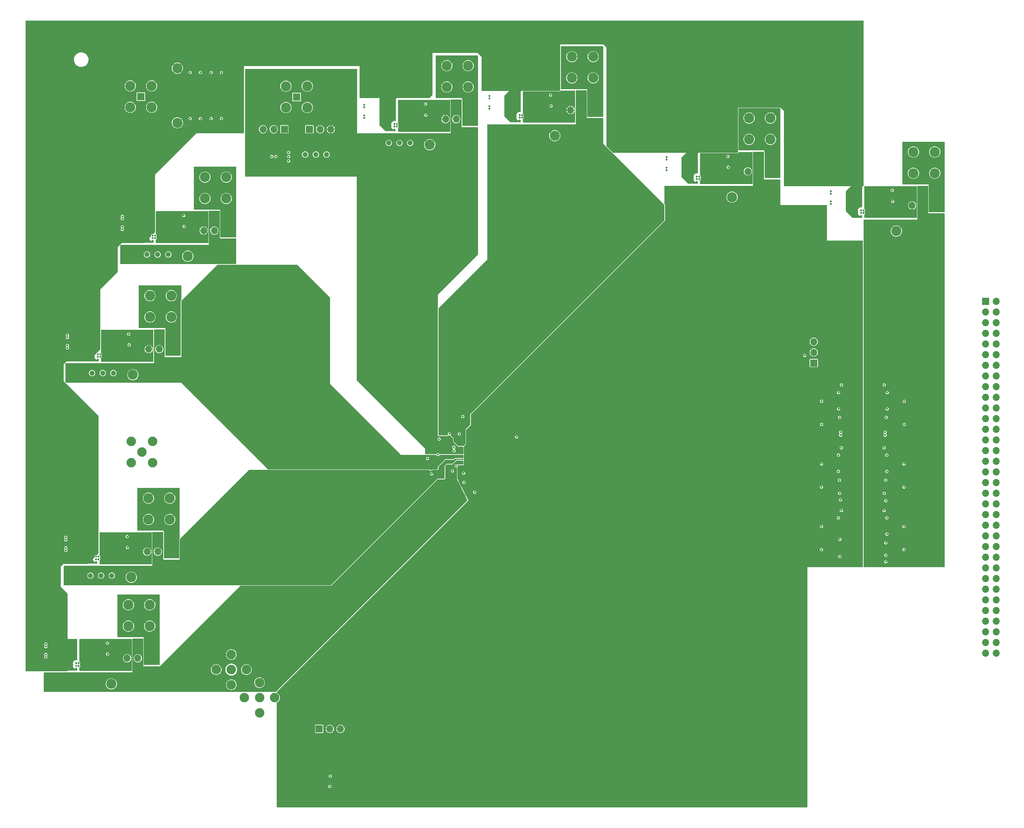
<source format=gbr>
%TF.GenerationSoftware,KiCad,Pcbnew,7.0.1-0*%
%TF.CreationDate,2023-04-17T18:48:32+01:00*%
%TF.ProjectId,cyborg65r2_thermo_pcb,6379626f-7267-4363-9572-325f74686572,rev?*%
%TF.SameCoordinates,Original*%
%TF.FileFunction,Copper,L3,Inr*%
%TF.FilePolarity,Positive*%
%FSLAX46Y46*%
G04 Gerber Fmt 4.6, Leading zero omitted, Abs format (unit mm)*
G04 Created by KiCad (PCBNEW 7.0.1-0) date 2023-04-17 18:48:32*
%MOMM*%
%LPD*%
G01*
G04 APERTURE LIST*
%TA.AperFunction,ComponentPad*%
%ADD10R,1.785000X1.785000*%
%TD*%
%TA.AperFunction,ComponentPad*%
%ADD11C,2.400000*%
%TD*%
%TA.AperFunction,ComponentPad*%
%ADD12C,1.240000*%
%TD*%
%TA.AperFunction,ComponentPad*%
%ADD13R,1.700000X1.700000*%
%TD*%
%TA.AperFunction,ComponentPad*%
%ADD14O,1.700000X1.700000*%
%TD*%
%TA.AperFunction,ComponentPad*%
%ADD15C,2.250000*%
%TD*%
%TA.AperFunction,ViaPad*%
%ADD16C,0.500000*%
%TD*%
G04 APERTURE END LIST*
D10*
%TO.N,Net-(J19-CNTR)*%
%TO.C,J19*%
X145395000Y-79750000D03*
D11*
%TO.N,GND*%
X142855000Y-82290000D03*
X147935000Y-82290000D03*
X147935000Y-77210000D03*
X142855000Y-77210000D03*
%TD*%
%TO.N,GND*%
%TO.C,J26*%
X129405000Y-153695000D03*
X134485000Y-153695000D03*
X134485000Y-158775000D03*
X129405000Y-158775000D03*
D10*
%TO.N,Net-(J26-CNTR)*%
X131945000Y-156235000D03*
%TD*%
D11*
%TO.N,VDDD1P2*%
%TO.C,J9*%
X232435000Y-67340000D03*
%TD*%
%TO.N,VDDOSC*%
%TO.C,J21*%
X132015000Y-124290000D03*
%TD*%
D12*
%TO.N,unconnected-(VR2-CW-Pad3)*%
%TO.C,VR2*%
X121065000Y-123890000D03*
%TO.N,GND*%
X118525000Y-123890000D03*
%TO.N,Net-(U7-SET)*%
X115985000Y-123890000D03*
%TD*%
D13*
%TO.N,Net-(J36-Pin_1)*%
%TO.C,J38*%
X161785000Y-65820000D03*
D14*
%TO.N,/IREF*%
X159245000Y-65820000D03*
%TO.N,/IREF/IREF_INT*%
X156705000Y-65820000D03*
%TD*%
D13*
%TO.N,/SDA*%
%TO.C,J41*%
X287790000Y-121526199D03*
D14*
%TO.N,GND*%
X287790000Y-118986199D03*
%TO.N,/SCL*%
X287790000Y-116446199D03*
%TD*%
D11*
%TO.N,VDD3P3*%
%TO.C,J1*%
X313740000Y-90050000D03*
%TD*%
%TO.N,VDDCCO*%
%TO.C,J29*%
X202675000Y-69485000D03*
%TD*%
D13*
%TO.N,Net-(J36-Pin_1)*%
%TO.C,J36*%
X167735000Y-65820000D03*
D14*
%TO.N,Net-(J36-Pin_2)*%
X170275000Y-65820000D03*
%TO.N,VDDCCO*%
X172815000Y-65820000D03*
%TD*%
D15*
%TO.N,GND*%
%TO.C,J47*%
X125275000Y-145280000D03*
X125275000Y-140200000D03*
X130355000Y-140200000D03*
X130355000Y-145280000D03*
%TO.N,Net-(J47-CNTR)*%
X127815000Y-142740000D03*
%TD*%
D11*
%TO.N,GND*%
%TO.C,J15*%
X124645000Y-179100000D03*
X129725000Y-179100000D03*
X129725000Y-184180000D03*
X124645000Y-184180000D03*
D10*
%TO.N,Net-(J15-CNTR)*%
X127185000Y-181640000D03*
%TD*%
D11*
%TO.N,VREF*%
%TO.C,J17*%
X145095000Y-96050000D03*
%TD*%
%TO.N,GND*%
%TO.C,J2*%
X307440000Y-90050000D03*
%TD*%
%TO.N,VDDTQ*%
%TO.C,J23*%
X131645000Y-172535000D03*
%TD*%
%TO.N,GND*%
%TO.C,J18*%
X138785000Y-96050000D03*
%TD*%
D13*
%TO.N,Net-(J19-CNTR)*%
%TO.C,J20*%
X147625000Y-89950000D03*
D14*
%TO.N,Net-(J20-Pin_2)*%
X145085000Y-89950000D03*
%TO.N,/VREF/VREF_INT*%
X142545000Y-89950000D03*
%TD*%
D11*
%TO.N,VDDA2P5*%
%TO.C,J13*%
X126885000Y-197940000D03*
%TD*%
D10*
%TO.N,Net-(J36-Pin_1)*%
%TO.C,J37*%
X164680000Y-58090000D03*
D11*
%TO.N,GND*%
X162140000Y-60630000D03*
X167220000Y-60630000D03*
X167220000Y-55550000D03*
X162140000Y-55550000D03*
%TD*%
D14*
%TO.N,/RSTBCLK*%
%TO.C,J48*%
X175110000Y-208665000D03*
%TO.N,GND*%
X172570000Y-208665000D03*
D13*
%TO.N,/RSTB*%
X170030000Y-208665000D03*
%TD*%
D11*
%TO.N,GND*%
%TO.C,J14*%
X120575000Y-197940000D03*
%TD*%
%TO.N,GND*%
%TO.C,J24*%
X125325000Y-172535000D03*
%TD*%
D10*
%TO.N,Net-(J11-CNTR)*%
%TO.C,J11*%
X232735000Y-51040000D03*
D11*
%TO.N,GND*%
X230195000Y-53580000D03*
X235275000Y-53580000D03*
X235275000Y-48500000D03*
X230195000Y-48500000D03*
%TD*%
D14*
%TO.N,/VDDA2P5/VDDA2P5_INT*%
%TO.C,J16*%
X124335000Y-191840000D03*
%TO.N,Net-(J16-Pin_2)*%
X126875000Y-191840000D03*
D13*
%TO.N,Net-(J15-CNTR)*%
X129415000Y-191840000D03*
%TD*%
D15*
%TO.N,GND*%
%TO.C,J40*%
X155847887Y-204839136D03*
X152255785Y-201247034D03*
X155847887Y-197654932D03*
X159439989Y-201247034D03*
%TO.N,/CLKIN_N*%
X155847887Y-201247034D03*
%TD*%
D14*
%TO.N,/VDDACORE/VDDOSC_INT*%
%TO.C,J27*%
X129465000Y-118190000D03*
%TO.N,Net-(J27-Pin_2)*%
X132005000Y-118190000D03*
D13*
%TO.N,Net-(J25-CNTR)*%
X134545000Y-118190000D03*
%TD*%
D10*
%TO.N,Net-(J7-CNTR)*%
%TO.C,J7*%
X274935000Y-65665000D03*
D11*
%TO.N,GND*%
X272395000Y-68205000D03*
X277475000Y-68205000D03*
X277475000Y-63125000D03*
X272395000Y-63125000D03*
%TD*%
D12*
%TO.N,Net-(U6-SET)*%
%TO.C,VR1*%
X129065000Y-95650000D03*
%TO.N,GND*%
X131605000Y-95650000D03*
%TO.N,unconnected-(VR1-CW-Pad3)*%
X134145000Y-95650000D03*
%TD*%
D11*
%TO.N,VDDEXT*%
%TO.C,J34*%
X136305000Y-51265000D03*
%TD*%
D13*
%TO.N,Net-(J3-CNTR)*%
%TO.C,J4*%
X316280000Y-83950000D03*
D14*
%TO.N,VDD3P3*%
X313740000Y-83950000D03*
%TO.N,/VDD3P3/VDD3P3_INT*%
X311200000Y-83950000D03*
%TD*%
D11*
%TO.N,VDDD2P5*%
%TO.C,J5*%
X274645000Y-81965000D03*
%TD*%
D14*
%TO.N,/VDDACORE/VDDTQ_INT*%
%TO.C,J28*%
X129095000Y-166435000D03*
%TO.N,Net-(J28-Pin_2)*%
X131635000Y-166435000D03*
D13*
%TO.N,Net-(J26-CNTR)*%
X134175000Y-166435000D03*
%TD*%
%TO.N,Net-(J7-CNTR)*%
%TO.C,J8*%
X277175000Y-75865000D03*
D14*
%TO.N,VDDD2P5*%
X274635000Y-75865000D03*
%TO.N,/VDDD2P5/VDDD2P5_INT*%
X272095000Y-75865000D03*
%TD*%
D11*
%TO.N,GND*%
%TO.C,J6*%
X268335000Y-81965000D03*
%TD*%
D12*
%TO.N,unconnected-(VR4-CW-Pad3)*%
%TO.C,VR4*%
X191725000Y-69085000D03*
%TO.N,GND*%
X189185000Y-69085000D03*
%TO.N,Net-(U9-SET)*%
X186645000Y-69085000D03*
%TD*%
D14*
%TO.N,GND*%
%TO.C,J46*%
X331200000Y-190625000D03*
%TO.N,/DIGBUF_LEVSHIFT/DOUT_BUF18*%
X328660000Y-190625000D03*
%TO.N,GND*%
X331200000Y-188085000D03*
%TO.N,/DIGBUF_LEVSHIFT/DOUT_BUF17*%
X328660000Y-188085000D03*
%TO.N,GND*%
X331200000Y-185545000D03*
%TO.N,/DIGBUF_LEVSHIFT/DOUT_BUF16*%
X328660000Y-185545000D03*
%TO.N,GND*%
X331200000Y-183005000D03*
%TO.N,/DIGBUF_LEVSHIFT/DOUT_BUF15*%
X328660000Y-183005000D03*
%TO.N,GND*%
X331200000Y-180465000D03*
%TO.N,/DIGBUF_LEVSHIFT/DOUT_BUF14*%
X328660000Y-180465000D03*
%TO.N,GND*%
X331200000Y-177925000D03*
%TO.N,/DIGBUF_LEVSHIFT/DOUT_BUF13*%
X328660000Y-177925000D03*
%TO.N,GND*%
X331200000Y-175385000D03*
%TO.N,/DIGBUF_LEVSHIFT/DOUT_BUF12*%
X328660000Y-175385000D03*
%TO.N,GND*%
X331200000Y-172845000D03*
%TO.N,/DIGBUF_LEVSHIFT/DOUT_BUF11*%
X328660000Y-172845000D03*
%TO.N,GND*%
X331200000Y-170305000D03*
%TO.N,/DIGBUF_LEVSHIFT/DOUT_BUF10*%
X328660000Y-170305000D03*
%TO.N,GND*%
X331200000Y-167765000D03*
%TO.N,/DIGBUF_LEVSHIFT/DOUT_BUF9*%
X328660000Y-167765000D03*
%TO.N,GND*%
X331200000Y-165225000D03*
%TO.N,/DIGBUF_LEVSHIFT/DOUT_BUF8*%
X328660000Y-165225000D03*
%TO.N,GND*%
X331200000Y-162685000D03*
%TO.N,/DIGBUF_LEVSHIFT/DOUT_BUF7*%
X328660000Y-162685000D03*
%TO.N,GND*%
X331200000Y-160145000D03*
%TO.N,/DIGBUF_LEVSHIFT/DOUT_BUF6*%
X328660000Y-160145000D03*
%TO.N,GND*%
X331200000Y-157605000D03*
%TO.N,/DIGBUF_LEVSHIFT/DOUT_BUF5*%
X328660000Y-157605000D03*
%TO.N,GND*%
X331200000Y-155065000D03*
%TO.N,/DIGBUF_LEVSHIFT/DOUT_BUF4*%
X328660000Y-155065000D03*
%TO.N,GND*%
X331200000Y-152525000D03*
%TO.N,/DIGBUF_LEVSHIFT/DOUT_BUF3*%
X328660000Y-152525000D03*
%TO.N,GND*%
X331200000Y-149985000D03*
%TO.N,/DIGBUF_LEVSHIFT/DOUT_BUF2*%
X328660000Y-149985000D03*
%TO.N,GND*%
X331200000Y-147445000D03*
%TO.N,/DIGBUF_LEVSHIFT/DOUT_BUF1*%
X328660000Y-147445000D03*
%TO.N,GND*%
X331200000Y-144905000D03*
%TO.N,/DIGBUF_LEVSHIFT/DOUT_BUF0*%
X328660000Y-144905000D03*
%TO.N,GND*%
X331200000Y-142365000D03*
%TO.N,/DIGBUF_LEVSHIFT/CLKOUT_BUF*%
X328660000Y-142365000D03*
%TO.N,GND*%
X331200000Y-139825000D03*
%TO.N,/DIGBUF_LEVSHIFT/CCOUT_BUF*%
X328660000Y-139825000D03*
%TO.N,GND*%
X331200000Y-137285000D03*
%TO.N,/DIGBUF_LEVSHIFT/CLKRS_BUF*%
X328660000Y-137285000D03*
%TO.N,GND*%
X331200000Y-134745000D03*
%TO.N,/DIGBUF_LEVSHIFT/AUX_BUF0*%
X328660000Y-134745000D03*
%TO.N,GND*%
X331200000Y-132205000D03*
%TO.N,/DIGBUF_LEVSHIFT/AUX_BUF1*%
X328660000Y-132205000D03*
%TO.N,GND*%
X331200000Y-129665000D03*
%TO.N,/DIGBUF_LEVSHIFT/AUX_BUF2*%
X328660000Y-129665000D03*
%TO.N,GND*%
X331200000Y-127125000D03*
%TO.N,/DIGBUF_LEVSHIFT/AUX_BUF3*%
X328660000Y-127125000D03*
%TO.N,GND*%
X331200000Y-124585000D03*
%TO.N,/DIGBUF_LEVSHIFT/AUX_BUF4*%
X328660000Y-124585000D03*
%TO.N,GND*%
X331200000Y-122045000D03*
%TO.N,/DIGBUF_LEVSHIFT/AUX_BUF5*%
X328660000Y-122045000D03*
%TO.N,GND*%
X331200000Y-119505000D03*
%TO.N,/DIGBUF_LEVSHIFT/AUX_BUF6*%
X328660000Y-119505000D03*
%TO.N,GND*%
X331200000Y-116965000D03*
%TO.N,/DIGBUF_LEVSHIFT/AUX_BUF7*%
X328660000Y-116965000D03*
%TO.N,GND*%
X331200000Y-114425000D03*
%TO.N,/DIGBUF_LEVSHIFT/AUX_BUF8*%
X328660000Y-114425000D03*
%TO.N,GND*%
X331200000Y-111885000D03*
%TO.N,/DIGBUF_LEVSHIFT/AUX_BUF9*%
X328660000Y-111885000D03*
%TO.N,GND*%
X331200000Y-109345000D03*
%TO.N,/DIGBUF_LEVSHIFT/AUX_BUF10*%
X328660000Y-109345000D03*
%TO.N,GND*%
X331200000Y-106805000D03*
D13*
%TO.N,/DIGBUF_LEVSHIFT/AUX_BUF11*%
X328660000Y-106805000D03*
%TD*%
D11*
%TO.N,GND*%
%TO.C,J35*%
X136305000Y-64265000D03*
%TD*%
%TO.N,GND*%
%TO.C,J22*%
X125695000Y-124290000D03*
%TD*%
D10*
%TO.N,Net-(J3-CNTR)*%
%TO.C,J3*%
X314040000Y-73750000D03*
D11*
%TO.N,GND*%
X311500000Y-76290000D03*
X316580000Y-76290000D03*
X316580000Y-71210000D03*
X311500000Y-71210000D03*
%TD*%
D15*
%TO.N,GND*%
%TO.C,J39*%
X149139989Y-198139136D03*
X145547887Y-194547034D03*
X149139989Y-190954932D03*
X152732091Y-194547034D03*
%TO.N,/CLKIN_P*%
X149139989Y-194547034D03*
%TD*%
D11*
%TO.N,GND*%
%TO.C,J25*%
X129775000Y-105450000D03*
X134855000Y-105450000D03*
X134855000Y-110530000D03*
X129775000Y-110530000D03*
D10*
%TO.N,Net-(J25-CNTR)*%
X132315000Y-107990000D03*
%TD*%
D11*
%TO.N,GND*%
%TO.C,J10*%
X226135000Y-67340000D03*
%TD*%
D12*
%TO.N,unconnected-(VR3-CW-Pad3)*%
%TO.C,VR3*%
X120695000Y-172135000D03*
%TO.N,GND*%
X118155000Y-172135000D03*
%TO.N,Net-(U8-SET)*%
X115615000Y-172135000D03*
%TD*%
D13*
%TO.N,Net-(J11-CNTR)*%
%TO.C,J12*%
X234970000Y-61240000D03*
D14*
%TO.N,VDDD1P2*%
X232430000Y-61240000D03*
%TO.N,/VDDD1P2/VDD1P2_INT*%
X229890000Y-61240000D03*
%TD*%
D11*
%TO.N,GND*%
%TO.C,J31*%
X200435000Y-50645000D03*
X205515000Y-50645000D03*
X205515000Y-55725000D03*
X200435000Y-55725000D03*
D10*
%TO.N,Net-(J31-CNTR)*%
X202975000Y-53185000D03*
%TD*%
D12*
%TO.N,unconnected-(VR5-CCW-Pad1)*%
%TO.C,VR5*%
X166720000Y-71820000D03*
%TO.N,/IREF/IREF_INT*%
X169260000Y-71820000D03*
%TO.N,Net-(J36-Pin_2)*%
X171800000Y-71820000D03*
%TD*%
D10*
%TO.N,Net-(J33-CNTR)*%
%TO.C,J33*%
X127625000Y-58015000D03*
D11*
%TO.N,GND*%
X130165000Y-60555000D03*
X130165000Y-55475000D03*
X125085000Y-55475000D03*
X125085000Y-60555000D03*
%TD*%
D14*
%TO.N,/VDDACORE/VDDCCO_INT*%
%TO.C,J32*%
X200125000Y-63385000D03*
%TO.N,Net-(J32-Pin_2)*%
X202665000Y-63385000D03*
D13*
%TO.N,Net-(J31-CNTR)*%
X205205000Y-63385000D03*
%TD*%
D11*
%TO.N,GND*%
%TO.C,J30*%
X196355000Y-69485000D03*
%TD*%
D16*
%TO.N,/RSTB*%
X204540000Y-149955000D03*
%TO.N,/IREF*%
X162760000Y-73320000D03*
X162760000Y-72320000D03*
X162760000Y-71320000D03*
%TO.N,VDDEXT*%
X109185000Y-189440000D03*
X138805000Y-57265000D03*
X130395000Y-92450000D03*
X140805000Y-57265000D03*
X127395000Y-88250000D03*
X296040000Y-82250000D03*
X145805000Y-57265000D03*
X117315000Y-120690000D03*
X127395000Y-87550000D03*
X259935000Y-78365000D03*
X143805000Y-58265000D03*
X140805000Y-58265000D03*
X109185000Y-188740000D03*
X214735000Y-58140000D03*
X116945000Y-168935000D03*
X217735000Y-63740000D03*
X256935000Y-73465000D03*
X141805000Y-58265000D03*
X184975000Y-60285000D03*
X299040000Y-86450000D03*
X139805000Y-58265000D03*
X113945000Y-163335000D03*
X142805000Y-57265000D03*
X214735000Y-58840000D03*
X147805000Y-58265000D03*
X184975000Y-60985000D03*
X113945000Y-164035000D03*
X184975000Y-61685000D03*
X114315000Y-116490000D03*
X144805000Y-57265000D03*
X187975000Y-65885000D03*
X256935000Y-72765000D03*
X141805000Y-57265000D03*
X144805000Y-58265000D03*
X138805000Y-58265000D03*
X146805000Y-57265000D03*
X296040000Y-81550000D03*
X112185000Y-194340000D03*
X145805000Y-58265000D03*
X127395000Y-86850000D03*
X139805000Y-57265000D03*
X256935000Y-74165000D03*
X109185000Y-190140000D03*
X143805000Y-57265000D03*
X142805000Y-58265000D03*
X114315000Y-115090000D03*
X146805000Y-58265000D03*
X147805000Y-57265000D03*
X296040000Y-80850000D03*
X113945000Y-164735000D03*
X114315000Y-115790000D03*
X214735000Y-59540000D03*
%TO.N,/VDD3P3/VDD3P3_INT*%
X303240000Y-82250000D03*
X303240000Y-81550000D03*
X303240000Y-80850000D03*
%TO.N,VDD3P3*%
X307000000Y-129120000D03*
X306345000Y-167430000D03*
X307005000Y-144110000D03*
X307050000Y-134680000D03*
X306725000Y-159180000D03*
X307085000Y-149660000D03*
%TO.N,VDDD2P5*%
X291610000Y-134620000D03*
X281732500Y-121656199D03*
X208503312Y-149597000D03*
X281732500Y-119716199D03*
X172575000Y-213467500D03*
X291715000Y-149680000D03*
X291970000Y-129230000D03*
X291945000Y-164540000D03*
X292035000Y-144120000D03*
X292125000Y-159030000D03*
X212713312Y-138537000D03*
%TO.N,/VDDD2P5/VDDD2P5_INT*%
X264135000Y-72765000D03*
X264135000Y-74165000D03*
X264135000Y-73465000D03*
%TO.N,/VDDD1P2/VDD1P2_INT*%
X221935000Y-59540000D03*
X221935000Y-58140000D03*
X221935000Y-58840000D03*
%TO.N,VDDD1P2*%
X202793312Y-136177000D03*
X205673312Y-136177000D03*
%TO.N,/VDDA2P5/VDDA2P5_INT*%
X116385000Y-190140000D03*
X116385000Y-188740000D03*
X116385000Y-189440000D03*
%TO.N,VDDA2P5*%
X129785000Y-194540000D03*
X129785000Y-195540000D03*
X130885000Y-194540000D03*
X130885000Y-195540000D03*
X201753312Y-146247000D03*
%TO.N,/VREF/VREF_INT*%
X134595000Y-86850000D03*
X134595000Y-87550000D03*
X134595000Y-88250000D03*
%TO.N,VREF*%
X147995000Y-92650000D03*
X147995000Y-93650000D03*
X149095000Y-92650000D03*
X198303312Y-143312500D03*
X149095000Y-93650000D03*
X127765000Y-97070000D03*
%TO.N,/VDDACORE/VDDTQ_INT*%
X121145000Y-163335000D03*
X121145000Y-164035000D03*
X121145000Y-164735000D03*
%TO.N,/VDDACORE/VDDCCO_INT*%
X192175000Y-60285000D03*
X192175000Y-61685000D03*
X192175000Y-60985000D03*
%TO.N,VDDOSC*%
X196653312Y-146827000D03*
X136015000Y-121890000D03*
X134915000Y-121890000D03*
X196653312Y-146157000D03*
X134915000Y-120890000D03*
X136015000Y-120890000D03*
X114685000Y-125310000D03*
%TO.N,VDDTQ*%
X135645000Y-169135000D03*
X134545000Y-170135000D03*
X134545000Y-169135000D03*
X135645000Y-170135000D03*
X114315000Y-173555000D03*
X201123312Y-145237000D03*
X200293312Y-145277000D03*
%TO.N,/VDDACORE/VDDOSC_INT*%
X121515000Y-116490000D03*
X121515000Y-115790000D03*
X121515000Y-115090000D03*
%TO.N,/IREF*%
X202133312Y-142417000D03*
%TO.N,/SDA*%
X285660000Y-119716199D03*
%TO.N,/RSTB*%
X201053312Y-138327000D03*
%TO.N,GND*%
X305205000Y-143440000D03*
X309310000Y-130610000D03*
X309255000Y-151040000D03*
X195853312Y-144237000D03*
X172670000Y-219915000D03*
X124445000Y-165435000D03*
X141805000Y-52265000D03*
X294145000Y-154090000D03*
X123195000Y-89050000D03*
X299040000Y-85750000D03*
X294391000Y-126760000D03*
X305205000Y-158370000D03*
X260535000Y-77065000D03*
X252735000Y-73065000D03*
X117915000Y-119390000D03*
X291840000Y-83650000D03*
X144305000Y-63265000D03*
X201783312Y-147197000D03*
X116945000Y-168235000D03*
X104985000Y-190940000D03*
X289586000Y-165970000D03*
X210535000Y-58440000D03*
X203443312Y-138377000D03*
X124345000Y-162835000D03*
X123195000Y-86550000D03*
X293886000Y-149390000D03*
X196843312Y-147907000D03*
X112185000Y-193640000D03*
X305010000Y-134460000D03*
X293941000Y-134460000D03*
X204233312Y-134237000D03*
X112785000Y-193040000D03*
X304955000Y-154310000D03*
X119685000Y-190840000D03*
X305260000Y-132410000D03*
X195375000Y-59785000D03*
X109745000Y-163035000D03*
X137795000Y-86350000D03*
X110115000Y-117290000D03*
X299640000Y-85150000D03*
X172620000Y-222365000D03*
X304760000Y-138660000D03*
X210535000Y-60340000D03*
X305260000Y-128510000D03*
X207063312Y-152277000D03*
X144305000Y-52265000D03*
X204413312Y-147737000D03*
X180775000Y-63085000D03*
X119585000Y-188240000D03*
X289586000Y-145540000D03*
X124715000Y-114590000D03*
X195475000Y-62385000D03*
X110115000Y-114790000D03*
X304760000Y-137960000D03*
X117545000Y-168235000D03*
X217735000Y-62440000D03*
X291840000Y-80550000D03*
X293636000Y-143440000D03*
X210535000Y-57840000D03*
X188575000Y-64585000D03*
X117915000Y-119990000D03*
X187975000Y-65185000D03*
X217735000Y-63040000D03*
X252735000Y-72465000D03*
X291840000Y-81150000D03*
X137895000Y-88950000D03*
X130995000Y-91750000D03*
X117545000Y-167635000D03*
X293636000Y-147340000D03*
X104985000Y-188440000D03*
X123195000Y-87150000D03*
X252735000Y-75565000D03*
X218335000Y-62440000D03*
X304955000Y-149390000D03*
X104985000Y-191540000D03*
X293636000Y-158370000D03*
X293691000Y-128510000D03*
X159760000Y-72320000D03*
X304949000Y-168820000D03*
X130395000Y-91150000D03*
X293691000Y-132410000D03*
X259935000Y-77665000D03*
X252735000Y-74965000D03*
X146805000Y-63265000D03*
X305205000Y-147340000D03*
X304955000Y-164320000D03*
X309310000Y-136110000D03*
X187975000Y-64585000D03*
X309255000Y-165970000D03*
X304560000Y-152525000D03*
X294336000Y-156620000D03*
X304949000Y-167320000D03*
X117315000Y-119390000D03*
X225235000Y-60240000D03*
X109745000Y-165535000D03*
X180775000Y-60585000D03*
X306440000Y-80350000D03*
X267335000Y-72265000D03*
X180775000Y-62485000D03*
X109745000Y-166135000D03*
X305205000Y-162270000D03*
X294191000Y-138660000D03*
X180775000Y-59985000D03*
X110115000Y-115390000D03*
X289641000Y-136110000D03*
X112785000Y-193640000D03*
X293938970Y-152533970D03*
X123195000Y-89650000D03*
X124815000Y-117190000D03*
X294336000Y-141690000D03*
X141805000Y-63265000D03*
X210535000Y-60940000D03*
X259935000Y-77065000D03*
X260535000Y-77665000D03*
X309255000Y-160470000D03*
X289586000Y-160470000D03*
X110115000Y-117890000D03*
X217063312Y-139107000D03*
X299040000Y-85150000D03*
X117315000Y-119990000D03*
X299640000Y-85750000D03*
X309255000Y-145540000D03*
X130995000Y-91150000D03*
X130395000Y-91750000D03*
X291840000Y-83050000D03*
X304505000Y-141690000D03*
X198593312Y-139627000D03*
X146805000Y-52265000D03*
X225135000Y-57640000D03*
X289586000Y-151040000D03*
X304560000Y-126760000D03*
X218335000Y-63040000D03*
X289641000Y-130610000D03*
X267435000Y-74865000D03*
X294015000Y-167590000D03*
X202106249Y-141584063D03*
X188575000Y-65185000D03*
X139305000Y-63265000D03*
X202653312Y-145997000D03*
X116945000Y-167635000D03*
X158760000Y-72320000D03*
X112185000Y-193040000D03*
X104985000Y-189040000D03*
X139305000Y-52265000D03*
X304505000Y-156620000D03*
X294191000Y-137960000D03*
X306540000Y-82950000D03*
X109745000Y-163635000D03*
X294005000Y-163470000D03*
%TO.N,VDDCCO*%
X201043312Y-140557000D03*
X168060000Y-75820000D03*
X206675000Y-67085000D03*
X185345000Y-70505000D03*
X205575000Y-67085000D03*
X205575000Y-66085000D03*
X206675000Y-66085000D03*
%TD*%
%TA.AperFunction,Conductor*%
%TO.N,VDDA2P5*%
G36*
X204307790Y-144753613D02*
G01*
X204353177Y-144799000D01*
X204369790Y-144861000D01*
X204369790Y-145555508D01*
X204353177Y-145617508D01*
X204307790Y-145662895D01*
X204245790Y-145679508D01*
X203223652Y-145679508D01*
X203197800Y-145682054D01*
X203150350Y-145691492D01*
X203102592Y-145711274D01*
X203066624Y-145735305D01*
X203013920Y-145755139D01*
X202957879Y-145749618D01*
X202910058Y-145719880D01*
X202877967Y-145687789D01*
X202771419Y-145633499D01*
X202653311Y-145614793D01*
X202535204Y-145633499D01*
X202428656Y-145687789D01*
X202344101Y-145772344D01*
X202289811Y-145878892D01*
X202271105Y-145996999D01*
X202289811Y-146115107D01*
X202289812Y-146115108D01*
X202344101Y-146221655D01*
X202428657Y-146306211D01*
X202535204Y-146360500D01*
X202653310Y-146379206D01*
X202653310Y-146379205D01*
X202653312Y-146379206D01*
X202706442Y-146370791D01*
X202759479Y-146373914D01*
X202806341Y-146398948D01*
X202838425Y-146441297D01*
X202849840Y-146493186D01*
X202850622Y-147736999D01*
X202850622Y-147737082D01*
X202851459Y-149070857D01*
X202852177Y-149077000D01*
X200043312Y-149077000D01*
X200043312Y-147196999D01*
X201401105Y-147196999D01*
X201419811Y-147315107D01*
X201419812Y-147315108D01*
X201474101Y-147421655D01*
X201558657Y-147506211D01*
X201665204Y-147560500D01*
X201783312Y-147579206D01*
X201901420Y-147560500D01*
X202007967Y-147506211D01*
X202092523Y-147421655D01*
X202146812Y-147315108D01*
X202165518Y-147197000D01*
X202146812Y-147078892D01*
X202092523Y-146972345D01*
X202007967Y-146887789D01*
X201901419Y-146833499D01*
X201783311Y-146814793D01*
X201665204Y-146833499D01*
X201558656Y-146887789D01*
X201474101Y-146972344D01*
X201419811Y-147078892D01*
X201401105Y-147196999D01*
X200043312Y-147196999D01*
X200043312Y-146098362D01*
X200052751Y-146050909D01*
X200079631Y-146010681D01*
X200406993Y-145683319D01*
X200447221Y-145656439D01*
X200494674Y-145647000D01*
X201793312Y-145647000D01*
X202666993Y-144773318D01*
X202707221Y-144746439D01*
X202754674Y-144737000D01*
X204245790Y-144737000D01*
X204307790Y-144753613D01*
G37*
%TD.AperFunction*%
%TD*%
%TA.AperFunction,Conductor*%
%TO.N,/VDDA2P5/VDDA2P5_INT*%
G36*
X125434194Y-187258306D02*
G01*
X125452500Y-187302500D01*
X125452500Y-194777500D01*
X125434194Y-194821694D01*
X125390000Y-194840000D01*
X113047500Y-194840000D01*
X113003306Y-194821694D01*
X112985000Y-194777500D01*
X112985000Y-193999754D01*
X112989758Y-193975836D01*
X113003306Y-193955560D01*
X113094211Y-193864655D01*
X113148499Y-193758109D01*
X113148500Y-193758108D01*
X113167206Y-193640000D01*
X113148500Y-193521892D01*
X113145185Y-193515386D01*
X113094212Y-193415346D01*
X113094211Y-193415345D01*
X113063058Y-193384192D01*
X113046884Y-193356176D01*
X113046884Y-193323824D01*
X113063058Y-193295807D01*
X113094211Y-193264655D01*
X113148500Y-193158108D01*
X113167206Y-193040000D01*
X113148500Y-192921892D01*
X113148499Y-192921890D01*
X113094211Y-192815344D01*
X113003306Y-192724440D01*
X112989758Y-192704164D01*
X112985000Y-192680246D01*
X112985000Y-191903500D01*
X123359527Y-191903500D01*
X123372136Y-192031523D01*
X123428003Y-192215692D01*
X123518724Y-192385419D01*
X123640813Y-192534186D01*
X123789580Y-192656275D01*
X123959307Y-192746996D01*
X124143476Y-192802863D01*
X124271499Y-192815473D01*
X124271500Y-192815473D01*
X124271500Y-191903500D01*
X124398500Y-191903500D01*
X124398500Y-192815473D01*
X124526523Y-192802863D01*
X124710692Y-192746996D01*
X124880419Y-192656275D01*
X125029186Y-192534186D01*
X125151275Y-192385419D01*
X125241996Y-192215692D01*
X125297863Y-192031523D01*
X125310473Y-191903500D01*
X124398500Y-191903500D01*
X124271500Y-191903500D01*
X123359527Y-191903500D01*
X112985000Y-191903500D01*
X112985000Y-191776499D01*
X123359526Y-191776499D01*
X123359527Y-191776500D01*
X124271500Y-191776500D01*
X124271500Y-190864527D01*
X124271499Y-190864526D01*
X124398500Y-190864526D01*
X124398500Y-191776500D01*
X125310473Y-191776500D01*
X125310473Y-191776499D01*
X125297863Y-191648476D01*
X125241996Y-191464307D01*
X125151275Y-191294580D01*
X125029186Y-191145813D01*
X124880419Y-191023724D01*
X124710692Y-190933003D01*
X124526523Y-190877136D01*
X124398500Y-190864526D01*
X124271499Y-190864526D01*
X124143476Y-190877136D01*
X123959307Y-190933003D01*
X123789580Y-191023724D01*
X123640813Y-191145813D01*
X123518724Y-191294580D01*
X123428003Y-191464307D01*
X123372136Y-191648476D01*
X123359526Y-191776499D01*
X112985000Y-191776499D01*
X112985000Y-190840000D01*
X119302794Y-190840000D01*
X119321500Y-190958109D01*
X119375788Y-191064655D01*
X119460344Y-191149211D01*
X119539011Y-191189294D01*
X119566892Y-191203500D01*
X119685000Y-191222206D01*
X119803108Y-191203500D01*
X119909655Y-191149211D01*
X119994211Y-191064655D01*
X120048500Y-190958108D01*
X120067206Y-190840000D01*
X120048500Y-190721892D01*
X120033241Y-190691945D01*
X119994211Y-190615344D01*
X119909655Y-190530788D01*
X119803109Y-190476500D01*
X119685000Y-190457794D01*
X119566890Y-190476500D01*
X119460344Y-190530788D01*
X119375788Y-190615344D01*
X119321500Y-190721890D01*
X119302794Y-190840000D01*
X112985000Y-190840000D01*
X112985000Y-188239999D01*
X119202794Y-188239999D01*
X119221500Y-188358109D01*
X119275788Y-188464655D01*
X119360344Y-188549211D01*
X119432154Y-188585800D01*
X119466892Y-188603500D01*
X119585000Y-188622206D01*
X119703108Y-188603500D01*
X119809655Y-188549211D01*
X119894211Y-188464655D01*
X119948500Y-188358108D01*
X119967206Y-188240000D01*
X119948500Y-188121892D01*
X119948499Y-188121890D01*
X119894211Y-188015344D01*
X119809655Y-187930788D01*
X119703109Y-187876500D01*
X119585000Y-187857794D01*
X119466890Y-187876500D01*
X119360344Y-187930788D01*
X119275788Y-188015344D01*
X119221500Y-188121890D01*
X119202794Y-188239999D01*
X112985000Y-188239999D01*
X112985000Y-187302500D01*
X113003306Y-187258306D01*
X113047500Y-187240000D01*
X125390000Y-187240000D01*
X125434194Y-187258306D01*
G37*
%TD.AperFunction*%
%TD*%
%TA.AperFunction,Conductor*%
%TO.N,VREF*%
G36*
X146371694Y-85253306D02*
G01*
X146390000Y-85297500D01*
X146390000Y-91835000D01*
X150227500Y-91835000D01*
X150271694Y-91853306D01*
X150290000Y-91897500D01*
X150290000Y-97872500D01*
X150271694Y-97916694D01*
X150227500Y-97935000D01*
X122752500Y-97935000D01*
X122708306Y-97916694D01*
X122690000Y-97872500D01*
X122690000Y-95650000D01*
X128312770Y-95650000D01*
X128331629Y-95817385D01*
X128387265Y-95976382D01*
X128476882Y-96119008D01*
X128595991Y-96238117D01*
X128716555Y-96313871D01*
X128738620Y-96327736D01*
X128897613Y-96383370D01*
X129065000Y-96402230D01*
X129232387Y-96383370D01*
X129391380Y-96327736D01*
X129534008Y-96238117D01*
X129653117Y-96119008D01*
X129742736Y-95976380D01*
X129798370Y-95817387D01*
X129817230Y-95650000D01*
X130852770Y-95650000D01*
X130871629Y-95817385D01*
X130927265Y-95976382D01*
X131016882Y-96119008D01*
X131135991Y-96238117D01*
X131256555Y-96313871D01*
X131278620Y-96327736D01*
X131437613Y-96383370D01*
X131605000Y-96402230D01*
X131772387Y-96383370D01*
X131931380Y-96327736D01*
X132074008Y-96238117D01*
X132193117Y-96119008D01*
X132282736Y-95976380D01*
X132338370Y-95817387D01*
X132357230Y-95650000D01*
X133392770Y-95650000D01*
X133411629Y-95817385D01*
X133467265Y-95976382D01*
X133556882Y-96119008D01*
X133675991Y-96238117D01*
X133796555Y-96313871D01*
X133818620Y-96327736D01*
X133977613Y-96383370D01*
X134145000Y-96402230D01*
X134312387Y-96383370D01*
X134471380Y-96327736D01*
X134614008Y-96238117D01*
X134733117Y-96119008D01*
X134776478Y-96050000D01*
X137452428Y-96050000D01*
X137472673Y-96281400D01*
X137532792Y-96505764D01*
X137630960Y-96716287D01*
X137764190Y-96906560D01*
X137928439Y-97070809D01*
X138118712Y-97204039D01*
X138118713Y-97204039D01*
X138118714Y-97204040D01*
X138329234Y-97302207D01*
X138404022Y-97322246D01*
X138553599Y-97362326D01*
X138785000Y-97382571D01*
X139016400Y-97362326D01*
X139091188Y-97342286D01*
X139240766Y-97302207D01*
X139451286Y-97204040D01*
X139641560Y-97070809D01*
X139805809Y-96906560D01*
X139939040Y-96716286D01*
X140037207Y-96505766D01*
X140097326Y-96281399D01*
X140117571Y-96050000D01*
X140097326Y-95818601D01*
X140097326Y-95818599D01*
X140037207Y-95594235D01*
X139985157Y-95482614D01*
X139939040Y-95383715D01*
X139939039Y-95383713D01*
X139805809Y-95193439D01*
X139641560Y-95029190D01*
X139451287Y-94895960D01*
X139240764Y-94797792D01*
X139016400Y-94737673D01*
X138785000Y-94717428D01*
X138553599Y-94737673D01*
X138329235Y-94797792D01*
X138118713Y-94895960D01*
X137928439Y-95029190D01*
X137764190Y-95193439D01*
X137630960Y-95383713D01*
X137532792Y-95594235D01*
X137472673Y-95818599D01*
X137452428Y-96050000D01*
X134776478Y-96050000D01*
X134822736Y-95976380D01*
X134878370Y-95817387D01*
X134897230Y-95650000D01*
X134878370Y-95482613D01*
X134822736Y-95323620D01*
X134740939Y-95193440D01*
X134733117Y-95180991D01*
X134614008Y-95061882D01*
X134471382Y-94972265D01*
X134471381Y-94972264D01*
X134471380Y-94972264D01*
X134391883Y-94944447D01*
X134312385Y-94916629D01*
X134145000Y-94897770D01*
X133977614Y-94916629D01*
X133818617Y-94972265D01*
X133675991Y-95061882D01*
X133556882Y-95180991D01*
X133467265Y-95323617D01*
X133411629Y-95482614D01*
X133392770Y-95650000D01*
X132357230Y-95650000D01*
X132338370Y-95482613D01*
X132282736Y-95323620D01*
X132200939Y-95193440D01*
X132193117Y-95180991D01*
X132074008Y-95061882D01*
X131931382Y-94972265D01*
X131931381Y-94972264D01*
X131931380Y-94972264D01*
X131851883Y-94944447D01*
X131772385Y-94916629D01*
X131605000Y-94897770D01*
X131437614Y-94916629D01*
X131278617Y-94972265D01*
X131135991Y-95061882D01*
X131016882Y-95180991D01*
X130927265Y-95323617D01*
X130871629Y-95482614D01*
X130852770Y-95650000D01*
X129817230Y-95650000D01*
X129798370Y-95482613D01*
X129742736Y-95323620D01*
X129660939Y-95193440D01*
X129653117Y-95180991D01*
X129534008Y-95061882D01*
X129391382Y-94972265D01*
X129391381Y-94972264D01*
X129391380Y-94972264D01*
X129311883Y-94944447D01*
X129232385Y-94916629D01*
X129065000Y-94897770D01*
X128897614Y-94916629D01*
X128738617Y-94972265D01*
X128595991Y-95061882D01*
X128476882Y-95180991D01*
X128387265Y-95323617D01*
X128331629Y-95482614D01*
X128312770Y-95650000D01*
X122690000Y-95650000D01*
X122690000Y-93468272D01*
X122708306Y-93424078D01*
X122779078Y-93353306D01*
X122823272Y-93335000D01*
X143790000Y-93335000D01*
X143790000Y-89949999D01*
X144102770Y-89949999D01*
X144121642Y-90141622D01*
X144177538Y-90325885D01*
X144262799Y-90485396D01*
X144268306Y-90495698D01*
X144390459Y-90644541D01*
X144539302Y-90766694D01*
X144619058Y-90809324D01*
X144709114Y-90857461D01*
X144709116Y-90857461D01*
X144709117Y-90857462D01*
X144893376Y-90913357D01*
X145085000Y-90932230D01*
X145276624Y-90913357D01*
X145460883Y-90857462D01*
X145630698Y-90766694D01*
X145779541Y-90644541D01*
X145901694Y-90495698D01*
X145992462Y-90325883D01*
X146048357Y-90141624D01*
X146067230Y-89950000D01*
X146048357Y-89758376D01*
X145992462Y-89574117D01*
X145992461Y-89574116D01*
X145992461Y-89574114D01*
X145944324Y-89484058D01*
X145901694Y-89404302D01*
X145779541Y-89255459D01*
X145630698Y-89133306D01*
X145620396Y-89127799D01*
X145460885Y-89042538D01*
X145276622Y-88986642D01*
X145085000Y-88967770D01*
X144893377Y-88986642D01*
X144709114Y-89042538D01*
X144539303Y-89133305D01*
X144390459Y-89255459D01*
X144268305Y-89404303D01*
X144177538Y-89574114D01*
X144121642Y-89758377D01*
X144102770Y-89949999D01*
X143790000Y-89949999D01*
X143790000Y-85297500D01*
X143808306Y-85253306D01*
X143852500Y-85235000D01*
X146327500Y-85235000D01*
X146371694Y-85253306D01*
G37*
%TD.AperFunction*%
%TD*%
%TA.AperFunction,Conductor*%
%TO.N,VDDD2P5*%
G36*
X299265000Y-170100000D02*
G01*
X288315000Y-170100000D01*
X288315000Y-167590000D01*
X293632793Y-167590000D01*
X293651499Y-167708107D01*
X293651500Y-167708108D01*
X293705789Y-167814655D01*
X293790345Y-167899211D01*
X293896892Y-167953500D01*
X294015000Y-167972206D01*
X294133108Y-167953500D01*
X294239655Y-167899211D01*
X294324211Y-167814655D01*
X294378500Y-167708108D01*
X294397206Y-167590000D01*
X294378500Y-167471892D01*
X294324211Y-167365345D01*
X294239655Y-167280789D01*
X294166168Y-167243345D01*
X294133107Y-167226499D01*
X294014999Y-167207793D01*
X293896892Y-167226499D01*
X293790344Y-167280789D01*
X293705789Y-167365344D01*
X293651499Y-167471892D01*
X293632793Y-167590000D01*
X288315000Y-167590000D01*
X288315000Y-165969999D01*
X289203793Y-165969999D01*
X289222499Y-166088107D01*
X289276789Y-166194655D01*
X289361345Y-166279211D01*
X289467892Y-166333500D01*
X289586000Y-166352206D01*
X289704108Y-166333500D01*
X289810655Y-166279211D01*
X289895211Y-166194655D01*
X289949500Y-166088108D01*
X289968206Y-165970000D01*
X289949500Y-165851892D01*
X289895211Y-165745345D01*
X289810655Y-165660789D01*
X289810654Y-165660788D01*
X289704107Y-165606499D01*
X289586000Y-165587793D01*
X289467892Y-165606499D01*
X289361344Y-165660789D01*
X289276789Y-165745344D01*
X289222499Y-165851892D01*
X289203793Y-165969999D01*
X288315000Y-165969999D01*
X288315000Y-163470000D01*
X293622793Y-163470000D01*
X293641499Y-163588107D01*
X293641500Y-163588108D01*
X293695789Y-163694655D01*
X293780345Y-163779211D01*
X293886892Y-163833500D01*
X294005000Y-163852206D01*
X294123108Y-163833500D01*
X294229655Y-163779211D01*
X294314211Y-163694655D01*
X294368500Y-163588108D01*
X294387206Y-163470000D01*
X294368500Y-163351892D01*
X294314211Y-163245345D01*
X294229655Y-163160789D01*
X294229654Y-163160788D01*
X294123107Y-163106499D01*
X294005000Y-163087793D01*
X293886892Y-163106499D01*
X293780344Y-163160789D01*
X293695789Y-163245344D01*
X293641499Y-163351892D01*
X293622793Y-163470000D01*
X288315000Y-163470000D01*
X288315000Y-160470000D01*
X289203793Y-160470000D01*
X289222499Y-160588107D01*
X289276788Y-160694654D01*
X289276789Y-160694655D01*
X289361345Y-160779211D01*
X289467892Y-160833500D01*
X289586000Y-160852206D01*
X289704108Y-160833500D01*
X289810655Y-160779211D01*
X289895211Y-160694655D01*
X289949500Y-160588108D01*
X289968206Y-160470000D01*
X289949500Y-160351892D01*
X289895211Y-160245345D01*
X289810655Y-160160789D01*
X289810654Y-160160788D01*
X289704107Y-160106499D01*
X289586000Y-160087793D01*
X289467892Y-160106499D01*
X289361344Y-160160789D01*
X289276789Y-160245344D01*
X289222499Y-160351892D01*
X289203793Y-160470000D01*
X288315000Y-160470000D01*
X288315000Y-158370000D01*
X293253793Y-158370000D01*
X293272499Y-158488107D01*
X293326788Y-158594654D01*
X293326789Y-158594655D01*
X293411345Y-158679211D01*
X293517892Y-158733500D01*
X293636000Y-158752206D01*
X293754108Y-158733500D01*
X293860655Y-158679211D01*
X293945211Y-158594655D01*
X293999500Y-158488108D01*
X294018206Y-158370000D01*
X293999500Y-158251892D01*
X293945211Y-158145345D01*
X293860655Y-158060789D01*
X293860654Y-158060788D01*
X293754107Y-158006499D01*
X293636000Y-157987793D01*
X293517892Y-158006499D01*
X293411344Y-158060789D01*
X293326789Y-158145344D01*
X293272499Y-158251892D01*
X293253793Y-158370000D01*
X288315000Y-158370000D01*
X288315000Y-156620000D01*
X293953793Y-156620000D01*
X293972499Y-156738107D01*
X294026788Y-156844654D01*
X294026789Y-156844655D01*
X294111345Y-156929211D01*
X294217892Y-156983500D01*
X294336000Y-157002206D01*
X294454108Y-156983500D01*
X294560655Y-156929211D01*
X294645211Y-156844655D01*
X294699500Y-156738108D01*
X294718206Y-156620000D01*
X294699500Y-156501892D01*
X294645211Y-156395345D01*
X294560655Y-156310789D01*
X294560654Y-156310788D01*
X294454107Y-156256499D01*
X294335999Y-156237793D01*
X294217892Y-156256499D01*
X294111344Y-156310789D01*
X294026789Y-156395344D01*
X293972499Y-156501892D01*
X293953793Y-156620000D01*
X288315000Y-156620000D01*
X288315000Y-155170000D01*
X299265000Y-155170000D01*
X299265000Y-170100000D01*
G37*
%TD.AperFunction*%
%TD*%
%TA.AperFunction,Conductor*%
%TO.N,VDDEXT*%
G36*
X112417500Y-187256613D02*
G01*
X112462887Y-187302000D01*
X112479500Y-187364000D01*
X112479500Y-192179177D01*
X112460494Y-192245149D01*
X112409301Y-192290897D01*
X112341616Y-192302397D01*
X112185000Y-192284750D01*
X112016943Y-192303686D01*
X111857310Y-192359544D01*
X111714108Y-192449524D01*
X111594524Y-192569108D01*
X111504544Y-192712310D01*
X111448686Y-192871943D01*
X111429750Y-193040000D01*
X111448686Y-193208058D01*
X111480523Y-193299047D01*
X111487481Y-193340000D01*
X111480523Y-193380953D01*
X111448686Y-193471941D01*
X111429750Y-193640000D01*
X111448686Y-193808056D01*
X111448686Y-193808058D01*
X111448687Y-193808059D01*
X111504544Y-193967690D01*
X111594523Y-194110890D01*
X111714110Y-194230477D01*
X111857310Y-194320456D01*
X112016941Y-194376313D01*
X112185000Y-194395249D01*
X112341616Y-194377603D01*
X112409301Y-194389103D01*
X112460494Y-194434851D01*
X112479500Y-194500823D01*
X112479500Y-194610500D01*
X112462887Y-194672500D01*
X112417500Y-194717887D01*
X112355500Y-194734500D01*
X110185000Y-194734500D01*
X110185000Y-187240000D01*
X112355500Y-187240000D01*
X112417500Y-187256613D01*
G37*
%TD.AperFunction*%
%TD*%
%TA.AperFunction,Conductor*%
%TO.N,VDDD2P5*%
G36*
X299265000Y-140240000D02*
G01*
X288370000Y-140240000D01*
X288370000Y-138659999D01*
X293808793Y-138659999D01*
X293827499Y-138778107D01*
X293881788Y-138884654D01*
X293881789Y-138884655D01*
X293966345Y-138969211D01*
X294072892Y-139023500D01*
X294191000Y-139042206D01*
X294309108Y-139023500D01*
X294415655Y-138969211D01*
X294500211Y-138884655D01*
X294554500Y-138778108D01*
X294573206Y-138660000D01*
X294554500Y-138541892D01*
X294500211Y-138435345D01*
X294462547Y-138397681D01*
X294430453Y-138342094D01*
X294430453Y-138277906D01*
X294462547Y-138222319D01*
X294473211Y-138211655D01*
X294500211Y-138184655D01*
X294554500Y-138078108D01*
X294573206Y-137960000D01*
X294554500Y-137841892D01*
X294500211Y-137735345D01*
X294415655Y-137650789D01*
X294309107Y-137596499D01*
X294191000Y-137577793D01*
X294072892Y-137596499D01*
X293966344Y-137650789D01*
X293881789Y-137735344D01*
X293827499Y-137841892D01*
X293808793Y-137960000D01*
X293827499Y-138078107D01*
X293881789Y-138184655D01*
X293919453Y-138222319D01*
X293951547Y-138277906D01*
X293951547Y-138342094D01*
X293919453Y-138397681D01*
X293881789Y-138435344D01*
X293827499Y-138541892D01*
X293808793Y-138659999D01*
X288370000Y-138659999D01*
X288370000Y-136109999D01*
X289258793Y-136109999D01*
X289277499Y-136228107D01*
X289331788Y-136334654D01*
X289331789Y-136334655D01*
X289416345Y-136419211D01*
X289522892Y-136473500D01*
X289641000Y-136492206D01*
X289759108Y-136473500D01*
X289865655Y-136419211D01*
X289950211Y-136334655D01*
X290004500Y-136228108D01*
X290023206Y-136110000D01*
X290004500Y-135991892D01*
X289950211Y-135885345D01*
X289865655Y-135800789D01*
X289759107Y-135746499D01*
X289641000Y-135727793D01*
X289522892Y-135746499D01*
X289416344Y-135800789D01*
X289331789Y-135885344D01*
X289277499Y-135991892D01*
X289258793Y-136109999D01*
X288370000Y-136109999D01*
X288370000Y-134459999D01*
X293558793Y-134459999D01*
X293577499Y-134578107D01*
X293631789Y-134684655D01*
X293716345Y-134769211D01*
X293822891Y-134823499D01*
X293822892Y-134823500D01*
X293940999Y-134842206D01*
X293940999Y-134842205D01*
X293941000Y-134842206D01*
X294059108Y-134823500D01*
X294165655Y-134769211D01*
X294250211Y-134684655D01*
X294304500Y-134578108D01*
X294323206Y-134460000D01*
X294304500Y-134341892D01*
X294250211Y-134235345D01*
X294165655Y-134150789D01*
X294059107Y-134096499D01*
X293941000Y-134077793D01*
X293822892Y-134096499D01*
X293716344Y-134150789D01*
X293631789Y-134235344D01*
X293577499Y-134341892D01*
X293558793Y-134459999D01*
X288370000Y-134459999D01*
X288370000Y-132409999D01*
X293308793Y-132409999D01*
X293327499Y-132528107D01*
X293381789Y-132634655D01*
X293466345Y-132719211D01*
X293572891Y-132773499D01*
X293572892Y-132773500D01*
X293690999Y-132792206D01*
X293690999Y-132792205D01*
X293691000Y-132792206D01*
X293809108Y-132773500D01*
X293915655Y-132719211D01*
X294000211Y-132634655D01*
X294054500Y-132528108D01*
X294073206Y-132410000D01*
X294054500Y-132291892D01*
X294000211Y-132185345D01*
X293915655Y-132100789D01*
X293809107Y-132046499D01*
X293691000Y-132027793D01*
X293572892Y-132046499D01*
X293466344Y-132100789D01*
X293381789Y-132185344D01*
X293327499Y-132291892D01*
X293308793Y-132409999D01*
X288370000Y-132409999D01*
X288370000Y-130609999D01*
X289258793Y-130609999D01*
X289277499Y-130728107D01*
X289331789Y-130834655D01*
X289416345Y-130919211D01*
X289522892Y-130973500D01*
X289641000Y-130992206D01*
X289759108Y-130973500D01*
X289865655Y-130919211D01*
X289950211Y-130834655D01*
X290004500Y-130728108D01*
X290023206Y-130610000D01*
X290004500Y-130491892D01*
X289950211Y-130385345D01*
X289865655Y-130300789D01*
X289865654Y-130300788D01*
X289759107Y-130246499D01*
X289641000Y-130227793D01*
X289522892Y-130246499D01*
X289416344Y-130300789D01*
X289331789Y-130385344D01*
X289277499Y-130491892D01*
X289258793Y-130609999D01*
X288370000Y-130609999D01*
X288370000Y-128509999D01*
X293308793Y-128509999D01*
X293327499Y-128628107D01*
X293381789Y-128734655D01*
X293466345Y-128819211D01*
X293572892Y-128873500D01*
X293691000Y-128892206D01*
X293809108Y-128873500D01*
X293915655Y-128819211D01*
X294000211Y-128734655D01*
X294054500Y-128628108D01*
X294073206Y-128510000D01*
X294054500Y-128391892D01*
X294000211Y-128285345D01*
X293915655Y-128200789D01*
X293809107Y-128146499D01*
X293691000Y-128127793D01*
X293572892Y-128146499D01*
X293466344Y-128200789D01*
X293381789Y-128285344D01*
X293327499Y-128391892D01*
X293308793Y-128509999D01*
X288370000Y-128509999D01*
X288370000Y-126759999D01*
X294008793Y-126759999D01*
X294027499Y-126878107D01*
X294081788Y-126984654D01*
X294081789Y-126984655D01*
X294166345Y-127069211D01*
X294272892Y-127123500D01*
X294390999Y-127142206D01*
X294390999Y-127142205D01*
X294391000Y-127142206D01*
X294509108Y-127123500D01*
X294615655Y-127069211D01*
X294700211Y-126984655D01*
X294754500Y-126878108D01*
X294773206Y-126760000D01*
X294754500Y-126641892D01*
X294700211Y-126535345D01*
X294615655Y-126450789D01*
X294615654Y-126450788D01*
X294509107Y-126396499D01*
X294390999Y-126377793D01*
X294272892Y-126396499D01*
X294166344Y-126450789D01*
X294081789Y-126535344D01*
X294027499Y-126641892D01*
X294008793Y-126759999D01*
X288370000Y-126759999D01*
X288370000Y-125310000D01*
X299265000Y-125310000D01*
X299265000Y-140240000D01*
G37*
%TD.AperFunction*%
%TD*%
%TA.AperFunction,Conductor*%
%TO.N,VDD3P3*%
G36*
X315021694Y-79268306D02*
G01*
X315040000Y-79312500D01*
X315040000Y-85850000D01*
X312440000Y-85850000D01*
X312440000Y-79312500D01*
X312458306Y-79268306D01*
X312502500Y-79250000D01*
X314977500Y-79250000D01*
X315021694Y-79268306D01*
G37*
%TD.AperFunction*%
%TD*%
%TA.AperFunction,Conductor*%
%TO.N,Net-(J3-CNTR)*%
G36*
X318921694Y-68768306D02*
G01*
X318940000Y-68812500D01*
X318940000Y-85487500D01*
X318921694Y-85531694D01*
X318877500Y-85550000D01*
X315235000Y-85550000D01*
X315190806Y-85531694D01*
X315172500Y-85487500D01*
X315172500Y-79312499D01*
X315169995Y-79299908D01*
X315162414Y-79261794D01*
X315157932Y-79250974D01*
X315144758Y-79219168D01*
X315140000Y-79195250D01*
X315140000Y-78950000D01*
X308902500Y-78950000D01*
X308858306Y-78931694D01*
X308840000Y-78887500D01*
X308840000Y-76290000D01*
X310167428Y-76290000D01*
X310187673Y-76521400D01*
X310247792Y-76745764D01*
X310345960Y-76956287D01*
X310479190Y-77146560D01*
X310643439Y-77310809D01*
X310833712Y-77444039D01*
X310833713Y-77444039D01*
X310833714Y-77444040D01*
X311044234Y-77542207D01*
X311119022Y-77562246D01*
X311268599Y-77602326D01*
X311500000Y-77622571D01*
X311731400Y-77602326D01*
X311806188Y-77582286D01*
X311955766Y-77542207D01*
X312166286Y-77444040D01*
X312356560Y-77310809D01*
X312520809Y-77146560D01*
X312654040Y-76956286D01*
X312752207Y-76745766D01*
X312812326Y-76521399D01*
X312832571Y-76290000D01*
X315247428Y-76290000D01*
X315267673Y-76521400D01*
X315327792Y-76745764D01*
X315425960Y-76956287D01*
X315559190Y-77146560D01*
X315723439Y-77310809D01*
X315913712Y-77444039D01*
X315913713Y-77444039D01*
X315913714Y-77444040D01*
X316124234Y-77542207D01*
X316199022Y-77562246D01*
X316348599Y-77602326D01*
X316580000Y-77622571D01*
X316811400Y-77602326D01*
X316886188Y-77582286D01*
X317035766Y-77542207D01*
X317246286Y-77444040D01*
X317436560Y-77310809D01*
X317600809Y-77146560D01*
X317734040Y-76956286D01*
X317832207Y-76745766D01*
X317892326Y-76521399D01*
X317912571Y-76290000D01*
X317892326Y-76058601D01*
X317892326Y-76058599D01*
X317832207Y-75834235D01*
X317734039Y-75623713D01*
X317600809Y-75433439D01*
X317436560Y-75269190D01*
X317246287Y-75135960D01*
X317035764Y-75037792D01*
X316811400Y-74977673D01*
X316580000Y-74957428D01*
X316348599Y-74977673D01*
X316124235Y-75037792D01*
X315913713Y-75135960D01*
X315723439Y-75269190D01*
X315559190Y-75433439D01*
X315425960Y-75623713D01*
X315327792Y-75834235D01*
X315267673Y-76058599D01*
X315247428Y-76290000D01*
X312832571Y-76290000D01*
X312812326Y-76058601D01*
X312812326Y-76058599D01*
X312752207Y-75834235D01*
X312654039Y-75623713D01*
X312520809Y-75433439D01*
X312356560Y-75269190D01*
X312166287Y-75135960D01*
X311955764Y-75037792D01*
X311731400Y-74977673D01*
X311500000Y-74957428D01*
X311268599Y-74977673D01*
X311044235Y-75037792D01*
X310833713Y-75135960D01*
X310643439Y-75269190D01*
X310479190Y-75433439D01*
X310345960Y-75623713D01*
X310247792Y-75834235D01*
X310187673Y-76058599D01*
X310167428Y-76290000D01*
X308840000Y-76290000D01*
X308840000Y-71209999D01*
X310167428Y-71209999D01*
X310187673Y-71441400D01*
X310247792Y-71665764D01*
X310345960Y-71876287D01*
X310479190Y-72066560D01*
X310643439Y-72230809D01*
X310833712Y-72364039D01*
X310833713Y-72364039D01*
X310833714Y-72364040D01*
X311044234Y-72462207D01*
X311119023Y-72482246D01*
X311268599Y-72522326D01*
X311500000Y-72542571D01*
X311731400Y-72522326D01*
X311806188Y-72502286D01*
X311955766Y-72462207D01*
X312166286Y-72364040D01*
X312356560Y-72230809D01*
X312520809Y-72066560D01*
X312654040Y-71876286D01*
X312752207Y-71665766D01*
X312812326Y-71441399D01*
X312832571Y-71210000D01*
X312832571Y-71209999D01*
X315247428Y-71209999D01*
X315267673Y-71441400D01*
X315327792Y-71665764D01*
X315425960Y-71876287D01*
X315559190Y-72066560D01*
X315723439Y-72230809D01*
X315913712Y-72364039D01*
X315913713Y-72364039D01*
X315913714Y-72364040D01*
X316124234Y-72462207D01*
X316199023Y-72482246D01*
X316348599Y-72522326D01*
X316580000Y-72542571D01*
X316811400Y-72522326D01*
X316886188Y-72502286D01*
X317035766Y-72462207D01*
X317246286Y-72364040D01*
X317436560Y-72230809D01*
X317600809Y-72066560D01*
X317734040Y-71876286D01*
X317832207Y-71665766D01*
X317892326Y-71441399D01*
X317912571Y-71210000D01*
X317892326Y-70978601D01*
X317892326Y-70978599D01*
X317832207Y-70754235D01*
X317734039Y-70543713D01*
X317600809Y-70353439D01*
X317436560Y-70189190D01*
X317246287Y-70055960D01*
X317035764Y-69957792D01*
X316811400Y-69897673D01*
X316580000Y-69877428D01*
X316348599Y-69897673D01*
X316124235Y-69957792D01*
X315913713Y-70055960D01*
X315723439Y-70189190D01*
X315559190Y-70353439D01*
X315425960Y-70543713D01*
X315327792Y-70754235D01*
X315267673Y-70978599D01*
X315247428Y-71209999D01*
X312832571Y-71209999D01*
X312812326Y-70978601D01*
X312812326Y-70978599D01*
X312752207Y-70754235D01*
X312654039Y-70543713D01*
X312520809Y-70353439D01*
X312356560Y-70189190D01*
X312166287Y-70055960D01*
X311955764Y-69957792D01*
X311731400Y-69897673D01*
X311500000Y-69877428D01*
X311268599Y-69897673D01*
X311044235Y-69957792D01*
X310833713Y-70055960D01*
X310643439Y-70189190D01*
X310479190Y-70353439D01*
X310345960Y-70543713D01*
X310247792Y-70754235D01*
X310187673Y-70978599D01*
X310167428Y-71209999D01*
X308840000Y-71209999D01*
X308840000Y-68812500D01*
X308858306Y-68768306D01*
X308902500Y-68750000D01*
X318877500Y-68750000D01*
X318921694Y-68768306D01*
G37*
%TD.AperFunction*%
%TD*%
%TA.AperFunction,Conductor*%
%TO.N,VDDCCO*%
G36*
X201210097Y-138758907D02*
G01*
X201252935Y-138792341D01*
X201277518Y-138822299D01*
X201277519Y-138822300D01*
X201277521Y-138822302D01*
X201284543Y-138827511D01*
X201298349Y-138839421D01*
X201874492Y-139415564D01*
X201901372Y-139455792D01*
X201910811Y-139503245D01*
X201910811Y-140175637D01*
X201913358Y-140201492D01*
X201922795Y-140248938D01*
X201942582Y-140296706D01*
X201969462Y-140336933D01*
X201985939Y-140357012D01*
X202973299Y-141344372D01*
X202993378Y-141360849D01*
X203033605Y-141387729D01*
X203081373Y-141407516D01*
X203128819Y-141416953D01*
X203128820Y-141416953D01*
X203128825Y-141416954D01*
X203154674Y-141419500D01*
X204245790Y-141419500D01*
X204307790Y-141436113D01*
X204353177Y-141481500D01*
X204369790Y-141543500D01*
X204369790Y-143130500D01*
X204353177Y-143192500D01*
X204307790Y-143237887D01*
X204245790Y-143254500D01*
X198773426Y-143254500D01*
X198708637Y-143236228D01*
X198662942Y-143186796D01*
X198612522Y-143087844D01*
X198527967Y-143003289D01*
X198421419Y-142948999D01*
X198303312Y-142930293D01*
X198185204Y-142948999D01*
X198078656Y-143003289D01*
X197994101Y-143087844D01*
X197943682Y-143186796D01*
X197897987Y-143236228D01*
X197833198Y-143254500D01*
X195347312Y-143254500D01*
X195285312Y-143237887D01*
X195239925Y-143192500D01*
X195223312Y-143130500D01*
X195223312Y-141817001D01*
X195223311Y-141817000D01*
X195223311Y-141816999D01*
X195223312Y-141817000D01*
X195456249Y-141584063D01*
X201724042Y-141584063D01*
X201742748Y-141702170D01*
X201742749Y-141702171D01*
X201797038Y-141808718D01*
X201881594Y-141893274D01*
X201889563Y-141897334D01*
X201933583Y-141934930D01*
X201955739Y-141988418D01*
X201951197Y-142046134D01*
X201920948Y-142095498D01*
X201824100Y-142192346D01*
X201769811Y-142298892D01*
X201751105Y-142417000D01*
X201769811Y-142535107D01*
X201769812Y-142535108D01*
X201824101Y-142641655D01*
X201908657Y-142726211D01*
X202015204Y-142780500D01*
X202133312Y-142799206D01*
X202251420Y-142780500D01*
X202357967Y-142726211D01*
X202442523Y-142641655D01*
X202496812Y-142535108D01*
X202515518Y-142417000D01*
X202496812Y-142298892D01*
X202442523Y-142192345D01*
X202357967Y-142107789D01*
X202349996Y-142103727D01*
X202305976Y-142066130D01*
X202283821Y-142012643D01*
X202288363Y-141954927D01*
X202318613Y-141905563D01*
X202330899Y-141893276D01*
X202330904Y-141893274D01*
X202415460Y-141808718D01*
X202469749Y-141702171D01*
X202488455Y-141584063D01*
X202469749Y-141465955D01*
X202415460Y-141359408D01*
X202330904Y-141274852D01*
X202330903Y-141274851D01*
X202224356Y-141220562D01*
X202106248Y-141201856D01*
X201988141Y-141220562D01*
X201881593Y-141274852D01*
X201797038Y-141359407D01*
X201742748Y-141465955D01*
X201724042Y-141584063D01*
X195456249Y-141584063D01*
X197413312Y-139627000D01*
X198211105Y-139627000D01*
X198229811Y-139745107D01*
X198229812Y-139745108D01*
X198284101Y-139851655D01*
X198368657Y-139936211D01*
X198475204Y-139990500D01*
X198593312Y-140009206D01*
X198711420Y-139990500D01*
X198817967Y-139936211D01*
X198902523Y-139851655D01*
X198956812Y-139745108D01*
X198975518Y-139627000D01*
X198956812Y-139508892D01*
X198902523Y-139402345D01*
X198817967Y-139317789D01*
X198798129Y-139307681D01*
X198711419Y-139263499D01*
X198593311Y-139244793D01*
X198475204Y-139263499D01*
X198368656Y-139317789D01*
X198284101Y-139402344D01*
X198229811Y-139508892D01*
X198211105Y-139627000D01*
X197413312Y-139627000D01*
X198293312Y-138747000D01*
X198300173Y-138753861D01*
X198313132Y-138756439D01*
X198353361Y-138783320D01*
X198394120Y-138824080D01*
X198453515Y-138858371D01*
X198453517Y-138858371D01*
X198453518Y-138858372D01*
X198515518Y-138874985D01*
X198549812Y-138879500D01*
X200641282Y-138879500D01*
X200641285Y-138879500D01*
X200674741Y-138875207D01*
X200735330Y-138859396D01*
X200793707Y-138826703D01*
X200798288Y-138822299D01*
X200840606Y-138781613D01*
X200880222Y-138755978D01*
X200926547Y-138747000D01*
X201157077Y-138747000D01*
X201210097Y-138758907D01*
G37*
%TD.AperFunction*%
%TD*%
%TA.AperFunction,Conductor*%
%TO.N,Net-(J11-CNTR)*%
G36*
X237616694Y-46058306D02*
G01*
X237635000Y-46102500D01*
X237635000Y-62777500D01*
X237616694Y-62821694D01*
X237572500Y-62840000D01*
X233930000Y-62840000D01*
X233885806Y-62821694D01*
X233867500Y-62777500D01*
X233867500Y-56602499D01*
X233857855Y-56554012D01*
X233857414Y-56551794D01*
X233840027Y-56509818D01*
X233839758Y-56509168D01*
X233835000Y-56485250D01*
X233835000Y-56240000D01*
X227615000Y-56240000D01*
X227570806Y-56221694D01*
X227552500Y-56177500D01*
X227552500Y-53580000D01*
X228862428Y-53580000D01*
X228882673Y-53811400D01*
X228942792Y-54035764D01*
X229040960Y-54246287D01*
X229174190Y-54436560D01*
X229338439Y-54600809D01*
X229528712Y-54734039D01*
X229528713Y-54734039D01*
X229528714Y-54734040D01*
X229739234Y-54832207D01*
X229814023Y-54852246D01*
X229963599Y-54892326D01*
X230195000Y-54912571D01*
X230426400Y-54892326D01*
X230501187Y-54872286D01*
X230650766Y-54832207D01*
X230861286Y-54734040D01*
X231051560Y-54600809D01*
X231215809Y-54436560D01*
X231349040Y-54246286D01*
X231447207Y-54035766D01*
X231507326Y-53811399D01*
X231527571Y-53580000D01*
X233942428Y-53580000D01*
X233962673Y-53811400D01*
X234022792Y-54035764D01*
X234120960Y-54246287D01*
X234254190Y-54436560D01*
X234418439Y-54600809D01*
X234608712Y-54734039D01*
X234608713Y-54734039D01*
X234608714Y-54734040D01*
X234819234Y-54832207D01*
X234894023Y-54852246D01*
X235043599Y-54892326D01*
X235275000Y-54912571D01*
X235506400Y-54892326D01*
X235581187Y-54872286D01*
X235730766Y-54832207D01*
X235941286Y-54734040D01*
X236131560Y-54600809D01*
X236295809Y-54436560D01*
X236429040Y-54246286D01*
X236527207Y-54035766D01*
X236587326Y-53811399D01*
X236607571Y-53580000D01*
X236587326Y-53348601D01*
X236587326Y-53348599D01*
X236527207Y-53124235D01*
X236429039Y-52913713D01*
X236295809Y-52723439D01*
X236131560Y-52559190D01*
X235941287Y-52425960D01*
X235730764Y-52327792D01*
X235506400Y-52267673D01*
X235275000Y-52247428D01*
X235043599Y-52267673D01*
X234819235Y-52327792D01*
X234608713Y-52425960D01*
X234418439Y-52559190D01*
X234254190Y-52723439D01*
X234120960Y-52913713D01*
X234022792Y-53124235D01*
X233962673Y-53348599D01*
X233942428Y-53580000D01*
X231527571Y-53580000D01*
X231507326Y-53348601D01*
X231507326Y-53348599D01*
X231447207Y-53124235D01*
X231349039Y-52913713D01*
X231215809Y-52723439D01*
X231051560Y-52559190D01*
X230861287Y-52425960D01*
X230650764Y-52327792D01*
X230426400Y-52267673D01*
X230195000Y-52247428D01*
X229963599Y-52267673D01*
X229739235Y-52327792D01*
X229528713Y-52425960D01*
X229338439Y-52559190D01*
X229174190Y-52723439D01*
X229040960Y-52913713D01*
X228942792Y-53124235D01*
X228882673Y-53348599D01*
X228862428Y-53580000D01*
X227552500Y-53580000D01*
X227552500Y-48499999D01*
X228862428Y-48499999D01*
X228882673Y-48731400D01*
X228942792Y-48955764D01*
X229040960Y-49166287D01*
X229174190Y-49356560D01*
X229338439Y-49520809D01*
X229528712Y-49654039D01*
X229528713Y-49654039D01*
X229528714Y-49654040D01*
X229739234Y-49752207D01*
X229814022Y-49772246D01*
X229963599Y-49812326D01*
X230195000Y-49832571D01*
X230426400Y-49812326D01*
X230501187Y-49792286D01*
X230650766Y-49752207D01*
X230861286Y-49654040D01*
X231051560Y-49520809D01*
X231215809Y-49356560D01*
X231349040Y-49166286D01*
X231447207Y-48955766D01*
X231507326Y-48731399D01*
X231527571Y-48500000D01*
X231527571Y-48499999D01*
X233942428Y-48499999D01*
X233962673Y-48731400D01*
X234022792Y-48955764D01*
X234120960Y-49166287D01*
X234254190Y-49356560D01*
X234418439Y-49520809D01*
X234608712Y-49654039D01*
X234608713Y-49654039D01*
X234608714Y-49654040D01*
X234819234Y-49752207D01*
X234894022Y-49772246D01*
X235043599Y-49812326D01*
X235275000Y-49832571D01*
X235506400Y-49812326D01*
X235581187Y-49792286D01*
X235730766Y-49752207D01*
X235941286Y-49654040D01*
X236131560Y-49520809D01*
X236295809Y-49356560D01*
X236429040Y-49166286D01*
X236527207Y-48955766D01*
X236587326Y-48731399D01*
X236607571Y-48500000D01*
X236587326Y-48268601D01*
X236587326Y-48268599D01*
X236527207Y-48044235D01*
X236429039Y-47833713D01*
X236295809Y-47643439D01*
X236131560Y-47479190D01*
X235941287Y-47345960D01*
X235730764Y-47247792D01*
X235506400Y-47187673D01*
X235275000Y-47167428D01*
X235043599Y-47187673D01*
X234819235Y-47247792D01*
X234608713Y-47345960D01*
X234418439Y-47479190D01*
X234254190Y-47643439D01*
X234120960Y-47833713D01*
X234022792Y-48044235D01*
X233962673Y-48268599D01*
X233942428Y-48499999D01*
X231527571Y-48499999D01*
X231507326Y-48268601D01*
X231507326Y-48268599D01*
X231447207Y-48044235D01*
X231349039Y-47833713D01*
X231215809Y-47643439D01*
X231051560Y-47479190D01*
X230861287Y-47345960D01*
X230650764Y-47247792D01*
X230426400Y-47187673D01*
X230195000Y-47167428D01*
X229963599Y-47187673D01*
X229739235Y-47247792D01*
X229528713Y-47345960D01*
X229338439Y-47479190D01*
X229174190Y-47643439D01*
X229040960Y-47833713D01*
X228942792Y-48044235D01*
X228882673Y-48268599D01*
X228862428Y-48499999D01*
X227552500Y-48499999D01*
X227552500Y-46102500D01*
X227570806Y-46058306D01*
X227615000Y-46040000D01*
X237572500Y-46040000D01*
X237616694Y-46058306D01*
G37*
%TD.AperFunction*%
%TD*%
%TA.AperFunction,Conductor*%
%TO.N,VDDOSC*%
G36*
X197906396Y-143405273D02*
G01*
X197952089Y-143454702D01*
X197994101Y-143537155D01*
X198078657Y-143621711D01*
X198185204Y-143676000D01*
X198303312Y-143694706D01*
X198421420Y-143676000D01*
X198527967Y-143621711D01*
X198612523Y-143537155D01*
X198654534Y-143454702D01*
X198700228Y-143405273D01*
X198765018Y-143387000D01*
X204245790Y-143387000D01*
X204307790Y-143403613D01*
X204353177Y-143449000D01*
X204369790Y-143511000D01*
X204369790Y-144020500D01*
X204353177Y-144082500D01*
X204307790Y-144127887D01*
X204245790Y-144144500D01*
X202434674Y-144144500D01*
X202408819Y-144147046D01*
X202361373Y-144156483D01*
X202313605Y-144176270D01*
X202273378Y-144203150D01*
X202253299Y-144219627D01*
X202084747Y-144388181D01*
X202044519Y-144415061D01*
X201997066Y-144424500D01*
X200144674Y-144424500D01*
X200118819Y-144427046D01*
X200071373Y-144436483D01*
X200023605Y-144456270D01*
X199983378Y-144483150D01*
X199963299Y-144499627D01*
X198405939Y-146056987D01*
X198389462Y-146077066D01*
X198362582Y-146117293D01*
X198342795Y-146165061D01*
X198333358Y-146212507D01*
X198330812Y-146238362D01*
X198330812Y-146720500D01*
X198314199Y-146782500D01*
X198268812Y-146827887D01*
X198206812Y-146844500D01*
X197038859Y-146844500D01*
X197002895Y-146849474D01*
X196970241Y-146858684D01*
X196908907Y-146896269D01*
X196885875Y-146921185D01*
X196883983Y-146923901D01*
X196880674Y-146926812D01*
X196880083Y-146927452D01*
X196880016Y-146927390D01*
X196839630Y-146962927D01*
X196782253Y-146977000D01*
X196524371Y-146977000D01*
X196466994Y-146962927D01*
X196426607Y-146927390D01*
X196426541Y-146927452D01*
X196425949Y-146926812D01*
X196422641Y-146923901D01*
X196420748Y-146921185D01*
X196397716Y-146896269D01*
X196336382Y-146858684D01*
X196303728Y-146849474D01*
X196267765Y-146844500D01*
X196267762Y-146844500D01*
X195223312Y-146844500D01*
X195223312Y-144237000D01*
X195471105Y-144237000D01*
X195489811Y-144355107D01*
X195531275Y-144436483D01*
X195544101Y-144461655D01*
X195628657Y-144546211D01*
X195735204Y-144600500D01*
X195853311Y-144619206D01*
X195853311Y-144619205D01*
X195853312Y-144619206D01*
X195971420Y-144600500D01*
X196077967Y-144546211D01*
X196162523Y-144461655D01*
X196216812Y-144355108D01*
X196235518Y-144237000D01*
X196216812Y-144118892D01*
X196162523Y-144012345D01*
X196077967Y-143927789D01*
X195971419Y-143873499D01*
X195853312Y-143854793D01*
X195735204Y-143873499D01*
X195628656Y-143927789D01*
X195544101Y-144012344D01*
X195489811Y-144118892D01*
X195471105Y-144237000D01*
X195223312Y-144237000D01*
X195223312Y-143387000D01*
X197841606Y-143387000D01*
X197906396Y-143405273D01*
G37*
%TD.AperFunction*%
%TD*%
%TA.AperFunction,Conductor*%
%TO.N,VDDD1P2*%
G36*
X206075209Y-133620316D02*
G01*
X206040918Y-133679711D01*
X206024305Y-133741714D01*
X206019790Y-133776009D01*
X206019790Y-136125762D01*
X206010351Y-136173215D01*
X205983471Y-136213443D01*
X204944920Y-137251992D01*
X204928437Y-137272077D01*
X204901557Y-137312308D01*
X204881774Y-137360068D01*
X204872336Y-137407515D01*
X204869790Y-137433370D01*
X204869790Y-140715762D01*
X204860351Y-140763215D01*
X204833471Y-140803443D01*
X204444920Y-141191992D01*
X204428437Y-141212077D01*
X204415200Y-141231890D01*
X204370551Y-141272358D01*
X204312097Y-141287000D01*
X203154674Y-141287000D01*
X203107221Y-141277561D01*
X203066993Y-141250681D01*
X202079631Y-140263319D01*
X202052751Y-140223091D01*
X202043312Y-140175638D01*
X202043312Y-139397001D01*
X202043311Y-139396999D01*
X201378669Y-138732357D01*
X201356458Y-138715882D01*
X201330697Y-138661407D01*
X201333657Y-138601222D01*
X201357726Y-138561067D01*
X201362520Y-138551657D01*
X201362523Y-138551655D01*
X201416812Y-138445108D01*
X201427599Y-138376999D01*
X203061105Y-138376999D01*
X203079811Y-138495107D01*
X203079812Y-138495108D01*
X203134101Y-138601655D01*
X203218657Y-138686211D01*
X203306930Y-138731189D01*
X203325204Y-138740500D01*
X203443311Y-138759206D01*
X203443311Y-138759205D01*
X203443312Y-138759206D01*
X203561420Y-138740500D01*
X203667967Y-138686211D01*
X203752523Y-138601655D01*
X203806812Y-138495108D01*
X203825518Y-138377000D01*
X203806812Y-138258892D01*
X203752523Y-138152345D01*
X203667967Y-138067789D01*
X203667966Y-138067788D01*
X203561419Y-138013499D01*
X203443312Y-137994793D01*
X203325204Y-138013499D01*
X203218656Y-138067789D01*
X203134101Y-138152344D01*
X203079811Y-138258892D01*
X203061105Y-138376999D01*
X201427599Y-138376999D01*
X201435518Y-138327000D01*
X201416812Y-138208892D01*
X201362523Y-138102345D01*
X201277967Y-138017789D01*
X201171419Y-137963499D01*
X201053312Y-137944793D01*
X200935204Y-137963499D01*
X200828656Y-138017789D01*
X200744101Y-138102344D01*
X200689811Y-138208892D01*
X200671105Y-138326999D01*
X200689811Y-138445109D01*
X200751769Y-138566705D01*
X200765189Y-138627868D01*
X200747013Y-138687790D01*
X200701874Y-138731189D01*
X200641285Y-138747000D01*
X198549812Y-138747000D01*
X198487812Y-138730387D01*
X198442425Y-138685000D01*
X198425812Y-138623000D01*
X198425812Y-138044500D01*
X202233313Y-134236999D01*
X203851105Y-134236999D01*
X203869811Y-134355107D01*
X203869812Y-134355108D01*
X203924101Y-134461655D01*
X204008657Y-134546211D01*
X204115204Y-134600500D01*
X204233312Y-134619206D01*
X204351420Y-134600500D01*
X204457967Y-134546211D01*
X204542523Y-134461655D01*
X204596812Y-134355108D01*
X204615518Y-134237000D01*
X204596812Y-134118892D01*
X204542523Y-134012345D01*
X204457967Y-133927789D01*
X204351419Y-133873499D01*
X204233312Y-133854793D01*
X204115204Y-133873499D01*
X204008656Y-133927789D01*
X203924101Y-134012344D01*
X203869811Y-134118892D01*
X203851105Y-134236999D01*
X202233313Y-134236999D01*
X202853312Y-133617000D01*
X206078525Y-133617000D01*
X206075209Y-133620316D01*
G37*
%TD.AperFunction*%
%TD*%
%TA.AperFunction,Conductor*%
%TO.N,VDDTQ*%
G36*
X204307790Y-144293613D02*
G01*
X204353177Y-144339000D01*
X204369790Y-144401000D01*
X204369790Y-144480500D01*
X204353177Y-144542500D01*
X204307790Y-144587887D01*
X204245790Y-144604500D01*
X202754674Y-144604500D01*
X202728819Y-144607046D01*
X202681372Y-144616484D01*
X202633612Y-144636267D01*
X202593381Y-144663147D01*
X202573296Y-144679630D01*
X201774747Y-145478181D01*
X201734519Y-145505061D01*
X201687066Y-145514500D01*
X200494674Y-145514500D01*
X200468819Y-145517046D01*
X200421373Y-145526483D01*
X200373605Y-145546270D01*
X200333378Y-145573150D01*
X200313299Y-145589627D01*
X199985939Y-145916987D01*
X199969462Y-145937066D01*
X199942582Y-145977293D01*
X199922795Y-146025061D01*
X199913358Y-146072507D01*
X199910812Y-146098362D01*
X199910812Y-148953000D01*
X199894199Y-149015000D01*
X199848812Y-149060387D01*
X199786812Y-149077000D01*
X198178000Y-149077000D01*
X198180000Y-149075000D01*
X198180000Y-146983688D01*
X198173312Y-146977000D01*
X198463312Y-146977000D01*
X198463312Y-146238362D01*
X198472751Y-146190909D01*
X198499631Y-146150681D01*
X200056993Y-144593319D01*
X200097221Y-144566439D01*
X200144674Y-144557000D01*
X202103312Y-144557000D01*
X202346993Y-144313319D01*
X202387221Y-144286439D01*
X202434674Y-144277000D01*
X204245790Y-144277000D01*
X204307790Y-144293613D01*
G37*
%TD.AperFunction*%
%TD*%
%TA.AperFunction,Conductor*%
%TO.N,/VDDACORE/VDDCCO_INT*%
G36*
X201224194Y-58803306D02*
G01*
X201242500Y-58847500D01*
X201242500Y-66322500D01*
X201224194Y-66366694D01*
X201180000Y-66385000D01*
X188837500Y-66385000D01*
X188793306Y-66366694D01*
X188775000Y-66322500D01*
X188775000Y-65544754D01*
X188779758Y-65520836D01*
X188793306Y-65500560D01*
X188884211Y-65409655D01*
X188938499Y-65303109D01*
X188938500Y-65303108D01*
X188957206Y-65185000D01*
X188938500Y-65066892D01*
X188935185Y-65060386D01*
X188884211Y-64960344D01*
X188853060Y-64929193D01*
X188836883Y-64901175D01*
X188836884Y-64868822D01*
X188853059Y-64840806D01*
X188884211Y-64809655D01*
X188938500Y-64703108D01*
X188957206Y-64585000D01*
X188938500Y-64466892D01*
X188938499Y-64466890D01*
X188884211Y-64360344D01*
X188793306Y-64269440D01*
X188779758Y-64249164D01*
X188775000Y-64225246D01*
X188775000Y-63448500D01*
X199149527Y-63448500D01*
X199162136Y-63576523D01*
X199218003Y-63760692D01*
X199308724Y-63930419D01*
X199430813Y-64079186D01*
X199579580Y-64201275D01*
X199749307Y-64291996D01*
X199933476Y-64347863D01*
X200061499Y-64360473D01*
X200061500Y-64360473D01*
X200061500Y-63448500D01*
X200188500Y-63448500D01*
X200188500Y-64360473D01*
X200316523Y-64347863D01*
X200500692Y-64291996D01*
X200670419Y-64201275D01*
X200819186Y-64079186D01*
X200941275Y-63930419D01*
X201031996Y-63760692D01*
X201087863Y-63576523D01*
X201100473Y-63448500D01*
X200188500Y-63448500D01*
X200061500Y-63448500D01*
X199149527Y-63448500D01*
X188775000Y-63448500D01*
X188775000Y-63321499D01*
X199149526Y-63321499D01*
X199149527Y-63321500D01*
X200061500Y-63321500D01*
X200061500Y-62409527D01*
X200061499Y-62409526D01*
X200188500Y-62409526D01*
X200188500Y-63321500D01*
X201100473Y-63321500D01*
X201100473Y-63321499D01*
X201087863Y-63193476D01*
X201031996Y-63009307D01*
X200941275Y-62839580D01*
X200819186Y-62690813D01*
X200670419Y-62568724D01*
X200500692Y-62478003D01*
X200316523Y-62422136D01*
X200188500Y-62409526D01*
X200061499Y-62409526D01*
X199933476Y-62422136D01*
X199749307Y-62478003D01*
X199579580Y-62568724D01*
X199430813Y-62690813D01*
X199308724Y-62839580D01*
X199218003Y-63009307D01*
X199162136Y-63193476D01*
X199149526Y-63321499D01*
X188775000Y-63321499D01*
X188775000Y-62385000D01*
X195092794Y-62385000D01*
X195096679Y-62409527D01*
X195111500Y-62503109D01*
X195165788Y-62609655D01*
X195250344Y-62694211D01*
X195356890Y-62748499D01*
X195356892Y-62748500D01*
X195475000Y-62767206D01*
X195593108Y-62748500D01*
X195699655Y-62694211D01*
X195784211Y-62609655D01*
X195838500Y-62503108D01*
X195857206Y-62385000D01*
X195838500Y-62266892D01*
X195838499Y-62266890D01*
X195784211Y-62160344D01*
X195699655Y-62075788D01*
X195593109Y-62021500D01*
X195475000Y-62002794D01*
X195356890Y-62021500D01*
X195250344Y-62075788D01*
X195165788Y-62160344D01*
X195111500Y-62266890D01*
X195111499Y-62266892D01*
X195111500Y-62266892D01*
X195092794Y-62385000D01*
X188775000Y-62385000D01*
X188775000Y-59785000D01*
X194992794Y-59785000D01*
X195011500Y-59903109D01*
X195065788Y-60009655D01*
X195150344Y-60094211D01*
X195256890Y-60148499D01*
X195256892Y-60148500D01*
X195375000Y-60167206D01*
X195493108Y-60148500D01*
X195599655Y-60094211D01*
X195684211Y-60009655D01*
X195738500Y-59903108D01*
X195757206Y-59785000D01*
X195738500Y-59666892D01*
X195738499Y-59666890D01*
X195684211Y-59560344D01*
X195599655Y-59475788D01*
X195493109Y-59421500D01*
X195434053Y-59412146D01*
X195375000Y-59402794D01*
X195374999Y-59402794D01*
X195256890Y-59421500D01*
X195150344Y-59475788D01*
X195065788Y-59560344D01*
X195011500Y-59666890D01*
X194992794Y-59785000D01*
X188775000Y-59785000D01*
X188775000Y-58847500D01*
X188793306Y-58803306D01*
X188837500Y-58785000D01*
X201180000Y-58785000D01*
X201224194Y-58803306D01*
G37*
%TD.AperFunction*%
%TD*%
%TA.AperFunction,Conductor*%
%TO.N,VDDD2P5*%
G36*
X275916694Y-71183306D02*
G01*
X275935000Y-71227500D01*
X275935000Y-77765000D01*
X279772500Y-77765000D01*
X279816694Y-77783306D01*
X279835000Y-77827500D01*
X279835000Y-81765000D01*
X279835000Y-83865000D01*
X252367324Y-83865000D01*
X252362243Y-83839462D01*
X252357414Y-83815182D01*
X252353266Y-83805169D01*
X252339109Y-83770989D01*
X252310385Y-83728001D01*
X252253306Y-83670922D01*
X252235000Y-83626728D01*
X252235000Y-81965000D01*
X267002428Y-81965000D01*
X267022673Y-82196400D01*
X267082792Y-82420764D01*
X267180960Y-82631287D01*
X267314190Y-82821560D01*
X267478439Y-82985809D01*
X267668712Y-83119039D01*
X267668713Y-83119039D01*
X267668714Y-83119040D01*
X267879234Y-83217207D01*
X267954022Y-83237246D01*
X268103599Y-83277326D01*
X268334999Y-83297571D01*
X268334999Y-83297570D01*
X268335000Y-83297571D01*
X268450699Y-83287448D01*
X268566400Y-83277326D01*
X268641188Y-83257286D01*
X268790766Y-83217207D01*
X269001286Y-83119040D01*
X269191560Y-82985809D01*
X269355809Y-82821560D01*
X269489040Y-82631286D01*
X269587207Y-82420766D01*
X269647326Y-82196399D01*
X269667571Y-81965000D01*
X269647326Y-81733601D01*
X269647326Y-81733599D01*
X269587207Y-81509235D01*
X269489039Y-81298713D01*
X269355809Y-81108439D01*
X269191560Y-80944190D01*
X269001287Y-80810960D01*
X268790764Y-80712792D01*
X268566400Y-80652673D01*
X268335000Y-80632428D01*
X268103599Y-80652673D01*
X267879235Y-80712792D01*
X267668713Y-80810960D01*
X267478439Y-80944190D01*
X267314190Y-81108439D01*
X267180960Y-81298713D01*
X267082792Y-81509235D01*
X267022673Y-81733599D01*
X267002428Y-81965000D01*
X252235000Y-81965000D01*
X252235000Y-79327500D01*
X252253306Y-79283306D01*
X252297500Y-79265000D01*
X273335000Y-79265000D01*
X273335000Y-71227500D01*
X273353306Y-71183306D01*
X273397500Y-71165000D01*
X275872500Y-71165000D01*
X275916694Y-71183306D01*
G37*
%TD.AperFunction*%
%TD*%
%TA.AperFunction,Conductor*%
%TO.N,Net-(J15-CNTR)*%
G36*
X132066694Y-176658306D02*
G01*
X132085000Y-176702500D01*
X132085000Y-193377500D01*
X132066694Y-193421694D01*
X132022500Y-193440000D01*
X128380000Y-193440000D01*
X128335806Y-193421694D01*
X128317500Y-193377500D01*
X128317500Y-187202499D01*
X128314995Y-187189908D01*
X128307414Y-187151794D01*
X128302932Y-187140974D01*
X128289758Y-187109168D01*
X128285000Y-187085250D01*
X128285000Y-186840000D01*
X122047500Y-186840000D01*
X122003306Y-186821694D01*
X121985000Y-186777500D01*
X121985000Y-184180000D01*
X123312428Y-184180000D01*
X123332673Y-184411400D01*
X123392792Y-184635764D01*
X123490960Y-184846287D01*
X123624190Y-185036560D01*
X123788439Y-185200809D01*
X123978712Y-185334039D01*
X123978713Y-185334039D01*
X123978714Y-185334040D01*
X124189234Y-185432207D01*
X124264023Y-185452246D01*
X124413599Y-185492326D01*
X124645000Y-185512571D01*
X124876400Y-185492326D01*
X124951187Y-185472286D01*
X125100766Y-185432207D01*
X125311286Y-185334040D01*
X125501560Y-185200809D01*
X125665809Y-185036560D01*
X125799040Y-184846286D01*
X125897207Y-184635766D01*
X125957326Y-184411399D01*
X125977571Y-184180000D01*
X128392428Y-184180000D01*
X128412673Y-184411400D01*
X128472792Y-184635764D01*
X128570960Y-184846287D01*
X128704190Y-185036560D01*
X128868439Y-185200809D01*
X129058712Y-185334039D01*
X129058713Y-185334039D01*
X129058714Y-185334040D01*
X129269234Y-185432207D01*
X129344023Y-185452246D01*
X129493599Y-185492326D01*
X129725000Y-185512571D01*
X129956400Y-185492326D01*
X130031187Y-185472286D01*
X130180766Y-185432207D01*
X130391286Y-185334040D01*
X130581560Y-185200809D01*
X130745809Y-185036560D01*
X130879040Y-184846286D01*
X130977207Y-184635766D01*
X131037326Y-184411399D01*
X131057571Y-184180000D01*
X131037326Y-183948601D01*
X131037326Y-183948599D01*
X130977207Y-183724235D01*
X130879039Y-183513713D01*
X130745809Y-183323439D01*
X130581560Y-183159190D01*
X130391287Y-183025960D01*
X130180764Y-182927792D01*
X129956400Y-182867673D01*
X129725000Y-182847428D01*
X129493599Y-182867673D01*
X129269235Y-182927792D01*
X129058713Y-183025960D01*
X128868439Y-183159190D01*
X128704190Y-183323439D01*
X128570960Y-183513713D01*
X128472792Y-183724235D01*
X128412673Y-183948599D01*
X128392428Y-184180000D01*
X125977571Y-184180000D01*
X125957326Y-183948601D01*
X125957326Y-183948599D01*
X125897207Y-183724235D01*
X125799039Y-183513713D01*
X125665809Y-183323439D01*
X125501560Y-183159190D01*
X125311287Y-183025960D01*
X125100764Y-182927792D01*
X124876400Y-182867673D01*
X124645000Y-182847428D01*
X124413599Y-182867673D01*
X124189235Y-182927792D01*
X123978713Y-183025960D01*
X123788439Y-183159190D01*
X123624190Y-183323439D01*
X123490960Y-183513713D01*
X123392792Y-183724235D01*
X123332673Y-183948599D01*
X123312428Y-184180000D01*
X121985000Y-184180000D01*
X121985000Y-179099999D01*
X123312428Y-179099999D01*
X123332673Y-179331400D01*
X123392792Y-179555764D01*
X123490960Y-179766287D01*
X123624190Y-179956560D01*
X123788439Y-180120809D01*
X123978712Y-180254039D01*
X123978713Y-180254039D01*
X123978714Y-180254040D01*
X124189234Y-180352207D01*
X124264022Y-180372246D01*
X124413599Y-180412326D01*
X124644999Y-180432571D01*
X124644999Y-180432570D01*
X124645000Y-180432571D01*
X124760699Y-180422448D01*
X124876400Y-180412326D01*
X124951188Y-180392286D01*
X125100766Y-180352207D01*
X125311286Y-180254040D01*
X125501560Y-180120809D01*
X125665809Y-179956560D01*
X125799040Y-179766286D01*
X125897207Y-179555766D01*
X125957326Y-179331399D01*
X125977571Y-179100000D01*
X125977571Y-179099999D01*
X128392428Y-179099999D01*
X128412673Y-179331400D01*
X128472792Y-179555764D01*
X128570960Y-179766287D01*
X128704190Y-179956560D01*
X128868439Y-180120809D01*
X129058712Y-180254039D01*
X129058713Y-180254039D01*
X129058714Y-180254040D01*
X129269234Y-180352207D01*
X129344022Y-180372246D01*
X129493599Y-180412326D01*
X129724999Y-180432571D01*
X129724999Y-180432570D01*
X129725000Y-180432571D01*
X129840699Y-180422448D01*
X129956400Y-180412326D01*
X130031188Y-180392286D01*
X130180766Y-180352207D01*
X130391286Y-180254040D01*
X130581560Y-180120809D01*
X130745809Y-179956560D01*
X130879040Y-179766286D01*
X130977207Y-179555766D01*
X131037326Y-179331399D01*
X131057571Y-179100000D01*
X131037326Y-178868601D01*
X131037326Y-178868599D01*
X130977207Y-178644235D01*
X130879039Y-178433713D01*
X130745809Y-178243439D01*
X130581560Y-178079190D01*
X130391287Y-177945960D01*
X130180764Y-177847792D01*
X129956400Y-177787673D01*
X129725000Y-177767428D01*
X129493599Y-177787673D01*
X129269235Y-177847792D01*
X129058713Y-177945960D01*
X128868439Y-178079190D01*
X128704190Y-178243439D01*
X128570960Y-178433713D01*
X128472792Y-178644235D01*
X128412673Y-178868599D01*
X128392428Y-179099999D01*
X125977571Y-179099999D01*
X125957326Y-178868601D01*
X125957326Y-178868599D01*
X125897207Y-178644235D01*
X125799039Y-178433713D01*
X125665809Y-178243439D01*
X125501560Y-178079190D01*
X125311287Y-177945960D01*
X125100764Y-177847792D01*
X124876400Y-177787673D01*
X124645000Y-177767428D01*
X124413599Y-177787673D01*
X124189235Y-177847792D01*
X123978713Y-177945960D01*
X123788439Y-178079190D01*
X123624190Y-178243439D01*
X123490960Y-178433713D01*
X123392792Y-178644235D01*
X123332673Y-178868599D01*
X123312428Y-179099999D01*
X121985000Y-179099999D01*
X121985000Y-176702500D01*
X122003306Y-176658306D01*
X122047500Y-176640000D01*
X132022500Y-176640000D01*
X132066694Y-176658306D01*
G37*
%TD.AperFunction*%
%TD*%
%TA.AperFunction,Conductor*%
%TO.N,VDDTQ*%
G36*
X132926694Y-161753306D02*
G01*
X132945000Y-161797500D01*
X132945000Y-168335000D01*
X136845000Y-168335000D01*
X136845000Y-172335000D01*
X136845000Y-174435000D01*
X109307500Y-174435000D01*
X109263306Y-174416694D01*
X109245000Y-174372500D01*
X109245000Y-172134999D01*
X114862770Y-172134999D01*
X114881629Y-172302385D01*
X114937265Y-172461382D01*
X115026882Y-172604008D01*
X115145991Y-172723117D01*
X115266555Y-172798871D01*
X115288620Y-172812736D01*
X115447613Y-172868370D01*
X115615000Y-172887230D01*
X115782387Y-172868370D01*
X115941380Y-172812736D01*
X116084008Y-172723117D01*
X116203117Y-172604008D01*
X116292736Y-172461380D01*
X116348370Y-172302387D01*
X116367230Y-172135000D01*
X116367230Y-172134999D01*
X117402770Y-172134999D01*
X117421629Y-172302385D01*
X117477265Y-172461382D01*
X117566882Y-172604008D01*
X117685991Y-172723117D01*
X117806555Y-172798871D01*
X117828620Y-172812736D01*
X117987613Y-172868370D01*
X118155000Y-172887230D01*
X118322387Y-172868370D01*
X118481380Y-172812736D01*
X118624008Y-172723117D01*
X118743117Y-172604008D01*
X118832736Y-172461380D01*
X118888370Y-172302387D01*
X118907230Y-172135000D01*
X118907230Y-172134999D01*
X119942770Y-172134999D01*
X119961629Y-172302385D01*
X120017265Y-172461382D01*
X120106882Y-172604008D01*
X120225991Y-172723117D01*
X120346555Y-172798871D01*
X120368620Y-172812736D01*
X120527613Y-172868370D01*
X120695000Y-172887230D01*
X120862387Y-172868370D01*
X121021380Y-172812736D01*
X121164008Y-172723117D01*
X121283117Y-172604008D01*
X121326478Y-172534999D01*
X123992428Y-172534999D01*
X124012673Y-172766400D01*
X124072792Y-172990764D01*
X124170960Y-173201287D01*
X124304190Y-173391560D01*
X124468439Y-173555809D01*
X124658712Y-173689039D01*
X124658713Y-173689039D01*
X124658714Y-173689040D01*
X124869234Y-173787207D01*
X124944023Y-173807246D01*
X125093599Y-173847326D01*
X125325000Y-173867571D01*
X125556400Y-173847326D01*
X125631187Y-173827286D01*
X125780766Y-173787207D01*
X125991286Y-173689040D01*
X126181560Y-173555809D01*
X126345809Y-173391560D01*
X126479040Y-173201286D01*
X126577207Y-172990766D01*
X126637326Y-172766399D01*
X126657571Y-172535000D01*
X126637326Y-172303601D01*
X126637326Y-172303599D01*
X126577207Y-172079235D01*
X126525157Y-171967614D01*
X126479040Y-171868715D01*
X126479039Y-171868713D01*
X126345809Y-171678439D01*
X126181560Y-171514190D01*
X125991287Y-171380960D01*
X125780764Y-171282792D01*
X125556400Y-171222673D01*
X125324999Y-171202428D01*
X125093599Y-171222673D01*
X124869235Y-171282792D01*
X124658713Y-171380960D01*
X124468439Y-171514190D01*
X124304190Y-171678439D01*
X124170960Y-171868713D01*
X124072792Y-172079235D01*
X124012673Y-172303599D01*
X123992428Y-172534999D01*
X121326478Y-172534999D01*
X121372736Y-172461380D01*
X121428370Y-172302387D01*
X121447230Y-172135000D01*
X121428370Y-171967613D01*
X121372736Y-171808620D01*
X121290939Y-171678440D01*
X121283117Y-171665991D01*
X121164008Y-171546882D01*
X121021382Y-171457265D01*
X121021381Y-171457264D01*
X121021380Y-171457264D01*
X120941883Y-171429447D01*
X120862385Y-171401629D01*
X120695000Y-171382770D01*
X120527614Y-171401629D01*
X120368617Y-171457265D01*
X120225991Y-171546882D01*
X120106882Y-171665991D01*
X120017265Y-171808617D01*
X119961629Y-171967614D01*
X119942770Y-172134999D01*
X118907230Y-172134999D01*
X118888370Y-171967613D01*
X118832736Y-171808620D01*
X118750939Y-171678440D01*
X118743117Y-171665991D01*
X118624008Y-171546882D01*
X118481382Y-171457265D01*
X118481381Y-171457264D01*
X118481380Y-171457264D01*
X118401883Y-171429447D01*
X118322385Y-171401629D01*
X118155000Y-171382770D01*
X117987614Y-171401629D01*
X117828617Y-171457265D01*
X117685991Y-171546882D01*
X117566882Y-171665991D01*
X117477265Y-171808617D01*
X117421629Y-171967614D01*
X117402770Y-172134999D01*
X116367230Y-172134999D01*
X116348370Y-171967613D01*
X116292736Y-171808620D01*
X116210939Y-171678440D01*
X116203117Y-171665991D01*
X116084008Y-171546882D01*
X115941382Y-171457265D01*
X115941381Y-171457264D01*
X115941380Y-171457264D01*
X115861883Y-171429447D01*
X115782385Y-171401629D01*
X115615000Y-171382770D01*
X115447614Y-171401629D01*
X115288617Y-171457265D01*
X115145991Y-171546882D01*
X115026882Y-171665991D01*
X114937265Y-171808617D01*
X114881629Y-171967614D01*
X114862770Y-172134999D01*
X109245000Y-172134999D01*
X109245000Y-169897500D01*
X109263306Y-169853306D01*
X109307500Y-169835000D01*
X130345000Y-169835000D01*
X130345000Y-166435000D01*
X130652770Y-166435000D01*
X130671642Y-166626622D01*
X130727538Y-166810885D01*
X130790508Y-166928692D01*
X130818306Y-166980698D01*
X130940459Y-167129541D01*
X131089302Y-167251694D01*
X131169058Y-167294324D01*
X131259114Y-167342461D01*
X131259116Y-167342461D01*
X131259117Y-167342462D01*
X131443376Y-167398357D01*
X131635000Y-167417230D01*
X131826624Y-167398357D01*
X132010883Y-167342462D01*
X132180698Y-167251694D01*
X132329541Y-167129541D01*
X132451694Y-166980698D01*
X132542462Y-166810883D01*
X132598357Y-166626624D01*
X132617230Y-166435000D01*
X132598357Y-166243376D01*
X132542462Y-166059117D01*
X132542461Y-166059116D01*
X132542461Y-166059114D01*
X132494324Y-165969058D01*
X132451694Y-165889302D01*
X132329541Y-165740459D01*
X132180698Y-165618306D01*
X132170396Y-165612799D01*
X132010885Y-165527538D01*
X131826622Y-165471642D01*
X131635000Y-165452770D01*
X131443377Y-165471642D01*
X131259114Y-165527538D01*
X131089303Y-165618305D01*
X130940459Y-165740459D01*
X130818305Y-165889303D01*
X130727538Y-166059114D01*
X130671642Y-166243377D01*
X130652770Y-166435000D01*
X130345000Y-166435000D01*
X130345000Y-161797500D01*
X130363306Y-161753306D01*
X130407500Y-161735000D01*
X132882500Y-161735000D01*
X132926694Y-161753306D01*
G37*
%TD.AperFunction*%
%TD*%
%TA.AperFunction,Conductor*%
%TO.N,VDDA2P5*%
G36*
X128166694Y-187158306D02*
G01*
X128185000Y-187202500D01*
X128185000Y-193740000D01*
X132085000Y-193740000D01*
X132085000Y-197740000D01*
X132085000Y-199840000D01*
X104547500Y-199840000D01*
X104503306Y-199821694D01*
X104485000Y-199777500D01*
X104485000Y-197939999D01*
X119242428Y-197939999D01*
X119262673Y-198171400D01*
X119322792Y-198395764D01*
X119420960Y-198606287D01*
X119554190Y-198796560D01*
X119718439Y-198960809D01*
X119908712Y-199094039D01*
X119908713Y-199094039D01*
X119908714Y-199094040D01*
X120119234Y-199192207D01*
X120194023Y-199212246D01*
X120343599Y-199252326D01*
X120575000Y-199272571D01*
X120806400Y-199252326D01*
X120881187Y-199232286D01*
X121030766Y-199192207D01*
X121241286Y-199094040D01*
X121431560Y-198960809D01*
X121595809Y-198796560D01*
X121729040Y-198606286D01*
X121827207Y-198395766D01*
X121887326Y-198171399D01*
X121907571Y-197940000D01*
X121887326Y-197708601D01*
X121887326Y-197708599D01*
X121827207Y-197484235D01*
X121729039Y-197273713D01*
X121595809Y-197083439D01*
X121431560Y-196919190D01*
X121241287Y-196785960D01*
X121030764Y-196687792D01*
X120806400Y-196627673D01*
X120575000Y-196607428D01*
X120343599Y-196627673D01*
X120119235Y-196687792D01*
X119908713Y-196785960D01*
X119718439Y-196919190D01*
X119554190Y-197083439D01*
X119420960Y-197273713D01*
X119322792Y-197484235D01*
X119262673Y-197708599D01*
X119242428Y-197939999D01*
X104485000Y-197939999D01*
X104485000Y-195302500D01*
X104503306Y-195258306D01*
X104547500Y-195240000D01*
X125585000Y-195240000D01*
X125585000Y-191840000D01*
X125892770Y-191840000D01*
X125911642Y-192031622D01*
X125967538Y-192215885D01*
X126052799Y-192375396D01*
X126058306Y-192385698D01*
X126180459Y-192534541D01*
X126329302Y-192656694D01*
X126409058Y-192699324D01*
X126499114Y-192747461D01*
X126499116Y-192747461D01*
X126499117Y-192747462D01*
X126683376Y-192803357D01*
X126875000Y-192822230D01*
X127066624Y-192803357D01*
X127250883Y-192747462D01*
X127420698Y-192656694D01*
X127569541Y-192534541D01*
X127691694Y-192385698D01*
X127782462Y-192215883D01*
X127838357Y-192031624D01*
X127857230Y-191840000D01*
X127838357Y-191648376D01*
X127782462Y-191464117D01*
X127782461Y-191464116D01*
X127782461Y-191464114D01*
X127734325Y-191374058D01*
X127691694Y-191294302D01*
X127569541Y-191145459D01*
X127420698Y-191023306D01*
X127410396Y-191017799D01*
X127250885Y-190932538D01*
X127066622Y-190876642D01*
X126875000Y-190857770D01*
X126683377Y-190876642D01*
X126499114Y-190932538D01*
X126329303Y-191023305D01*
X126180459Y-191145459D01*
X126058305Y-191294303D01*
X125967538Y-191464114D01*
X125911642Y-191648377D01*
X125892770Y-191840000D01*
X125585000Y-191840000D01*
X125585000Y-187202500D01*
X125603306Y-187158306D01*
X125647500Y-187140000D01*
X128122500Y-187140000D01*
X128166694Y-187158306D01*
G37*
%TD.AperFunction*%
%TD*%
%TA.AperFunction,Conductor*%
%TO.N,VDD3P3*%
G36*
X318878000Y-85866613D02*
G01*
X318923387Y-85912000D01*
X318940000Y-85974000D01*
X318940000Y-170011000D01*
X318923387Y-170073000D01*
X318878000Y-170118387D01*
X318816000Y-170135000D01*
X299764000Y-170135000D01*
X299702000Y-170118387D01*
X299656613Y-170073000D01*
X299640000Y-170011000D01*
X299640000Y-168819999D01*
X304566793Y-168819999D01*
X304585499Y-168938107D01*
X304585500Y-168938108D01*
X304639789Y-169044655D01*
X304724345Y-169129211D01*
X304830891Y-169183499D01*
X304830892Y-169183500D01*
X304948999Y-169202206D01*
X304948999Y-169202205D01*
X304949000Y-169202206D01*
X305067108Y-169183500D01*
X305173655Y-169129211D01*
X305258211Y-169044655D01*
X305312500Y-168938108D01*
X305331206Y-168820000D01*
X305312500Y-168701892D01*
X305258211Y-168595345D01*
X305173655Y-168510789D01*
X305173654Y-168510788D01*
X305067107Y-168456499D01*
X304949000Y-168437793D01*
X304830892Y-168456499D01*
X304724344Y-168510789D01*
X304639789Y-168595344D01*
X304585499Y-168701892D01*
X304566793Y-168819999D01*
X299640000Y-168819999D01*
X299640000Y-167319999D01*
X304566793Y-167319999D01*
X304585499Y-167438107D01*
X304585500Y-167438108D01*
X304639789Y-167544655D01*
X304724345Y-167629211D01*
X304830892Y-167683500D01*
X304949000Y-167702206D01*
X305067108Y-167683500D01*
X305173655Y-167629211D01*
X305258211Y-167544655D01*
X305312500Y-167438108D01*
X305331206Y-167320000D01*
X305312500Y-167201892D01*
X305258211Y-167095345D01*
X305173655Y-167010789D01*
X305067107Y-166956499D01*
X304949000Y-166937793D01*
X304830892Y-166956499D01*
X304724344Y-167010789D01*
X304639789Y-167095344D01*
X304585499Y-167201892D01*
X304566793Y-167319999D01*
X299640000Y-167319999D01*
X299640000Y-165970000D01*
X308872793Y-165970000D01*
X308891499Y-166088107D01*
X308891500Y-166088108D01*
X308945789Y-166194655D01*
X309030345Y-166279211D01*
X309136892Y-166333500D01*
X309255000Y-166352206D01*
X309373108Y-166333500D01*
X309479655Y-166279211D01*
X309564211Y-166194655D01*
X309618500Y-166088108D01*
X309637206Y-165970000D01*
X309618500Y-165851892D01*
X309564211Y-165745345D01*
X309479655Y-165660789D01*
X309479654Y-165660788D01*
X309373107Y-165606499D01*
X309255000Y-165587793D01*
X309136892Y-165606499D01*
X309030344Y-165660789D01*
X308945789Y-165745344D01*
X308891499Y-165851892D01*
X308872793Y-165970000D01*
X299640000Y-165970000D01*
X299640000Y-164319999D01*
X304572793Y-164319999D01*
X304591499Y-164438107D01*
X304591500Y-164438108D01*
X304645789Y-164544655D01*
X304730345Y-164629211D01*
X304836892Y-164683500D01*
X304955000Y-164702206D01*
X305073108Y-164683500D01*
X305179655Y-164629211D01*
X305264211Y-164544655D01*
X305318500Y-164438108D01*
X305337206Y-164320000D01*
X305318500Y-164201892D01*
X305264211Y-164095345D01*
X305179655Y-164010789D01*
X305179654Y-164010788D01*
X305073107Y-163956499D01*
X304954999Y-163937793D01*
X304836892Y-163956499D01*
X304730344Y-164010789D01*
X304645789Y-164095344D01*
X304591499Y-164201892D01*
X304572793Y-164319999D01*
X299640000Y-164319999D01*
X299640000Y-162270000D01*
X304822793Y-162270000D01*
X304841499Y-162388107D01*
X304841500Y-162388108D01*
X304895789Y-162494655D01*
X304980345Y-162579211D01*
X305086892Y-162633500D01*
X305205000Y-162652206D01*
X305323108Y-162633500D01*
X305429655Y-162579211D01*
X305514211Y-162494655D01*
X305568500Y-162388108D01*
X305587206Y-162270000D01*
X305568500Y-162151892D01*
X305514211Y-162045345D01*
X305429655Y-161960789D01*
X305429654Y-161960788D01*
X305323107Y-161906499D01*
X305205000Y-161887793D01*
X305086892Y-161906499D01*
X304980344Y-161960789D01*
X304895789Y-162045344D01*
X304841499Y-162151892D01*
X304822793Y-162270000D01*
X299640000Y-162270000D01*
X299640000Y-160469999D01*
X308872793Y-160469999D01*
X308891499Y-160588107D01*
X308891500Y-160588108D01*
X308945789Y-160694655D01*
X309030345Y-160779211D01*
X309136892Y-160833500D01*
X309255000Y-160852206D01*
X309373108Y-160833500D01*
X309479655Y-160779211D01*
X309564211Y-160694655D01*
X309618500Y-160588108D01*
X309637206Y-160470000D01*
X309618500Y-160351892D01*
X309564211Y-160245345D01*
X309479655Y-160160789D01*
X309479654Y-160160788D01*
X309373107Y-160106499D01*
X309255000Y-160087793D01*
X309136892Y-160106499D01*
X309030344Y-160160789D01*
X308945789Y-160245344D01*
X308891499Y-160351892D01*
X308872793Y-160469999D01*
X299640000Y-160469999D01*
X299640000Y-158370000D01*
X304822793Y-158370000D01*
X304841499Y-158488107D01*
X304841500Y-158488108D01*
X304895789Y-158594655D01*
X304980345Y-158679211D01*
X305086892Y-158733500D01*
X305205000Y-158752206D01*
X305323108Y-158733500D01*
X305429655Y-158679211D01*
X305514211Y-158594655D01*
X305568500Y-158488108D01*
X305587206Y-158370000D01*
X305568500Y-158251892D01*
X305514211Y-158145345D01*
X305429655Y-158060789D01*
X305429654Y-158060788D01*
X305323107Y-158006499D01*
X305205000Y-157987793D01*
X305086892Y-158006499D01*
X304980344Y-158060789D01*
X304895789Y-158145344D01*
X304841499Y-158251892D01*
X304822793Y-158370000D01*
X299640000Y-158370000D01*
X299640000Y-156620000D01*
X304122793Y-156620000D01*
X304141499Y-156738107D01*
X304141500Y-156738108D01*
X304195789Y-156844655D01*
X304280345Y-156929211D01*
X304386892Y-156983500D01*
X304505000Y-157002206D01*
X304623108Y-156983500D01*
X304729655Y-156929211D01*
X304814211Y-156844655D01*
X304868500Y-156738108D01*
X304887206Y-156620000D01*
X304868500Y-156501892D01*
X304814211Y-156395345D01*
X304729655Y-156310789D01*
X304729654Y-156310788D01*
X304623107Y-156256499D01*
X304504999Y-156237793D01*
X304386892Y-156256499D01*
X304280344Y-156310789D01*
X304195789Y-156395344D01*
X304141499Y-156501892D01*
X304122793Y-156620000D01*
X299640000Y-156620000D01*
X299640000Y-154309999D01*
X304572793Y-154309999D01*
X304591499Y-154428107D01*
X304591500Y-154428108D01*
X304645789Y-154534655D01*
X304730345Y-154619211D01*
X304836892Y-154673500D01*
X304955000Y-154692206D01*
X305073108Y-154673500D01*
X305179655Y-154619211D01*
X305264211Y-154534655D01*
X305318500Y-154428108D01*
X305337206Y-154310000D01*
X305318500Y-154191892D01*
X305264211Y-154085345D01*
X305179655Y-154000789D01*
X305179654Y-154000788D01*
X305073107Y-153946499D01*
X304954999Y-153927793D01*
X304836892Y-153946499D01*
X304730344Y-154000789D01*
X304645789Y-154085344D01*
X304591499Y-154191892D01*
X304572793Y-154309999D01*
X299640000Y-154309999D01*
X299640000Y-152525000D01*
X304177793Y-152525000D01*
X304196499Y-152643107D01*
X304196500Y-152643108D01*
X304250789Y-152749655D01*
X304335345Y-152834211D01*
X304441892Y-152888500D01*
X304560000Y-152907206D01*
X304678108Y-152888500D01*
X304784655Y-152834211D01*
X304869211Y-152749655D01*
X304923500Y-152643108D01*
X304942206Y-152525000D01*
X304923500Y-152406892D01*
X304869211Y-152300345D01*
X304784655Y-152215789D01*
X304784654Y-152215788D01*
X304678107Y-152161499D01*
X304559999Y-152142793D01*
X304441892Y-152161499D01*
X304335344Y-152215789D01*
X304250789Y-152300344D01*
X304196499Y-152406892D01*
X304177793Y-152525000D01*
X299640000Y-152525000D01*
X299640000Y-151040000D01*
X308872793Y-151040000D01*
X308891499Y-151158107D01*
X308891500Y-151158108D01*
X308945789Y-151264655D01*
X309030345Y-151349211D01*
X309136892Y-151403500D01*
X309255000Y-151422206D01*
X309373108Y-151403500D01*
X309479655Y-151349211D01*
X309564211Y-151264655D01*
X309618500Y-151158108D01*
X309637206Y-151040000D01*
X309618500Y-150921892D01*
X309564211Y-150815345D01*
X309479655Y-150730789D01*
X309479654Y-150730788D01*
X309373107Y-150676499D01*
X309255000Y-150657793D01*
X309136892Y-150676499D01*
X309030344Y-150730789D01*
X308945789Y-150815344D01*
X308891499Y-150921892D01*
X308872793Y-151040000D01*
X299640000Y-151040000D01*
X299640000Y-149389999D01*
X304572793Y-149389999D01*
X304591499Y-149508107D01*
X304591500Y-149508108D01*
X304645789Y-149614655D01*
X304730345Y-149699211D01*
X304836892Y-149753500D01*
X304955000Y-149772206D01*
X305073108Y-149753500D01*
X305179655Y-149699211D01*
X305264211Y-149614655D01*
X305318500Y-149508108D01*
X305337206Y-149390000D01*
X305318500Y-149271892D01*
X305264211Y-149165345D01*
X305179655Y-149080789D01*
X305073107Y-149026499D01*
X304955000Y-149007793D01*
X304836892Y-149026499D01*
X304730344Y-149080789D01*
X304645789Y-149165344D01*
X304591499Y-149271892D01*
X304572793Y-149389999D01*
X299640000Y-149389999D01*
X299640000Y-147339999D01*
X304822793Y-147339999D01*
X304841499Y-147458107D01*
X304841500Y-147458108D01*
X304895789Y-147564655D01*
X304980345Y-147649211D01*
X305086892Y-147703500D01*
X305205000Y-147722206D01*
X305323108Y-147703500D01*
X305429655Y-147649211D01*
X305514211Y-147564655D01*
X305568500Y-147458108D01*
X305587206Y-147340000D01*
X305568500Y-147221892D01*
X305514211Y-147115345D01*
X305429655Y-147030789D01*
X305323107Y-146976499D01*
X305205000Y-146957793D01*
X305086892Y-146976499D01*
X304980344Y-147030789D01*
X304895789Y-147115344D01*
X304841499Y-147221892D01*
X304822793Y-147339999D01*
X299640000Y-147339999D01*
X299640000Y-145540000D01*
X308872793Y-145540000D01*
X308891499Y-145658107D01*
X308891500Y-145658108D01*
X308945789Y-145764655D01*
X309030345Y-145849211D01*
X309136892Y-145903500D01*
X309255000Y-145922206D01*
X309373108Y-145903500D01*
X309479655Y-145849211D01*
X309564211Y-145764655D01*
X309618500Y-145658108D01*
X309637206Y-145540000D01*
X309618500Y-145421892D01*
X309564211Y-145315345D01*
X309479655Y-145230789D01*
X309479654Y-145230788D01*
X309373107Y-145176499D01*
X309255000Y-145157793D01*
X309136892Y-145176499D01*
X309030344Y-145230789D01*
X308945789Y-145315344D01*
X308891499Y-145421892D01*
X308872793Y-145540000D01*
X299640000Y-145540000D01*
X299640000Y-143439999D01*
X304822793Y-143439999D01*
X304841499Y-143558107D01*
X304841500Y-143558108D01*
X304895789Y-143664655D01*
X304980345Y-143749211D01*
X305086892Y-143803500D01*
X305205000Y-143822206D01*
X305323108Y-143803500D01*
X305429655Y-143749211D01*
X305514211Y-143664655D01*
X305568500Y-143558108D01*
X305587206Y-143440000D01*
X305568500Y-143321892D01*
X305514211Y-143215345D01*
X305429655Y-143130789D01*
X305323107Y-143076499D01*
X305205000Y-143057793D01*
X305086892Y-143076499D01*
X304980344Y-143130789D01*
X304895789Y-143215344D01*
X304841499Y-143321892D01*
X304822793Y-143439999D01*
X299640000Y-143439999D01*
X299640000Y-141690000D01*
X304122793Y-141690000D01*
X304141499Y-141808107D01*
X304141500Y-141808108D01*
X304195789Y-141914655D01*
X304280345Y-141999211D01*
X304386892Y-142053500D01*
X304504999Y-142072206D01*
X304504999Y-142072205D01*
X304505000Y-142072206D01*
X304623108Y-142053500D01*
X304729655Y-141999211D01*
X304814211Y-141914655D01*
X304868500Y-141808108D01*
X304887206Y-141690000D01*
X304868500Y-141571892D01*
X304814211Y-141465345D01*
X304729655Y-141380789D01*
X304623107Y-141326499D01*
X304505000Y-141307793D01*
X304386892Y-141326499D01*
X304280344Y-141380789D01*
X304195789Y-141465344D01*
X304141499Y-141571892D01*
X304122793Y-141690000D01*
X299640000Y-141690000D01*
X299640000Y-138659999D01*
X304377793Y-138659999D01*
X304396499Y-138778107D01*
X304396500Y-138778108D01*
X304450789Y-138884655D01*
X304535345Y-138969211D01*
X304641892Y-139023500D01*
X304760000Y-139042206D01*
X304878108Y-139023500D01*
X304984655Y-138969211D01*
X305069211Y-138884655D01*
X305123500Y-138778108D01*
X305142206Y-138660000D01*
X305123500Y-138541892D01*
X305069211Y-138435345D01*
X305031547Y-138397681D01*
X304999453Y-138342094D01*
X304999453Y-138277906D01*
X305031547Y-138222319D01*
X305031547Y-138222318D01*
X305069211Y-138184655D01*
X305123500Y-138078108D01*
X305142206Y-137960000D01*
X305123500Y-137841892D01*
X305069211Y-137735345D01*
X304984655Y-137650789D01*
X304878107Y-137596499D01*
X304760000Y-137577793D01*
X304641892Y-137596499D01*
X304535344Y-137650789D01*
X304450789Y-137735344D01*
X304396499Y-137841892D01*
X304377793Y-137960000D01*
X304396499Y-138078107D01*
X304450789Y-138184655D01*
X304488453Y-138222319D01*
X304520547Y-138277906D01*
X304520547Y-138342094D01*
X304488453Y-138397681D01*
X304450789Y-138435344D01*
X304396499Y-138541892D01*
X304377793Y-138659999D01*
X299640000Y-138659999D01*
X299640000Y-136110000D01*
X308927793Y-136110000D01*
X308946499Y-136228107D01*
X308946500Y-136228108D01*
X309000789Y-136334655D01*
X309085345Y-136419211D01*
X309191892Y-136473500D01*
X309310000Y-136492206D01*
X309428108Y-136473500D01*
X309534655Y-136419211D01*
X309619211Y-136334655D01*
X309673500Y-136228108D01*
X309692206Y-136110000D01*
X309673500Y-135991892D01*
X309619211Y-135885345D01*
X309534655Y-135800789D01*
X309428107Y-135746499D01*
X309310000Y-135727793D01*
X309191892Y-135746499D01*
X309085344Y-135800789D01*
X309000789Y-135885344D01*
X308946499Y-135991892D01*
X308927793Y-136110000D01*
X299640000Y-136110000D01*
X299640000Y-134459999D01*
X304627793Y-134459999D01*
X304646499Y-134578107D01*
X304646500Y-134578108D01*
X304700789Y-134684655D01*
X304785345Y-134769211D01*
X304891891Y-134823499D01*
X304891892Y-134823500D01*
X305009999Y-134842206D01*
X305009999Y-134842205D01*
X305010000Y-134842206D01*
X305128108Y-134823500D01*
X305234655Y-134769211D01*
X305319211Y-134684655D01*
X305373500Y-134578108D01*
X305392206Y-134460000D01*
X305373500Y-134341892D01*
X305319211Y-134235345D01*
X305234655Y-134150789D01*
X305128107Y-134096499D01*
X305010000Y-134077793D01*
X304891892Y-134096499D01*
X304785344Y-134150789D01*
X304700789Y-134235344D01*
X304646499Y-134341892D01*
X304627793Y-134459999D01*
X299640000Y-134459999D01*
X299640000Y-132409999D01*
X304877793Y-132409999D01*
X304896499Y-132528107D01*
X304896500Y-132528108D01*
X304950789Y-132634655D01*
X305035345Y-132719211D01*
X305141891Y-132773499D01*
X305141892Y-132773500D01*
X305259999Y-132792206D01*
X305259999Y-132792205D01*
X305260000Y-132792206D01*
X305378108Y-132773500D01*
X305484655Y-132719211D01*
X305569211Y-132634655D01*
X305623500Y-132528108D01*
X305642206Y-132410000D01*
X305623500Y-132291892D01*
X305569211Y-132185345D01*
X305484655Y-132100789D01*
X305378107Y-132046499D01*
X305260000Y-132027793D01*
X305141892Y-132046499D01*
X305035344Y-132100789D01*
X304950789Y-132185344D01*
X304896499Y-132291892D01*
X304877793Y-132409999D01*
X299640000Y-132409999D01*
X299640000Y-130609999D01*
X308927793Y-130609999D01*
X308946499Y-130728107D01*
X308946500Y-130728108D01*
X309000789Y-130834655D01*
X309085345Y-130919211D01*
X309191892Y-130973500D01*
X309310000Y-130992206D01*
X309428108Y-130973500D01*
X309534655Y-130919211D01*
X309619211Y-130834655D01*
X309673500Y-130728108D01*
X309692206Y-130610000D01*
X309673500Y-130491892D01*
X309619211Y-130385345D01*
X309534655Y-130300789D01*
X309534654Y-130300788D01*
X309428107Y-130246499D01*
X309310000Y-130227793D01*
X309191892Y-130246499D01*
X309085344Y-130300789D01*
X309000789Y-130385344D01*
X308946499Y-130491892D01*
X308927793Y-130609999D01*
X299640000Y-130609999D01*
X299640000Y-128509999D01*
X304877793Y-128509999D01*
X304896499Y-128628107D01*
X304896500Y-128628108D01*
X304950789Y-128734655D01*
X305035345Y-128819211D01*
X305141892Y-128873500D01*
X305260000Y-128892206D01*
X305378108Y-128873500D01*
X305484655Y-128819211D01*
X305569211Y-128734655D01*
X305623500Y-128628108D01*
X305642206Y-128510000D01*
X305623500Y-128391892D01*
X305569211Y-128285345D01*
X305484655Y-128200789D01*
X305378107Y-128146499D01*
X305260000Y-128127793D01*
X305141892Y-128146499D01*
X305035344Y-128200789D01*
X304950789Y-128285344D01*
X304896499Y-128391892D01*
X304877793Y-128509999D01*
X299640000Y-128509999D01*
X299640000Y-126759999D01*
X304177793Y-126759999D01*
X304196499Y-126878107D01*
X304196500Y-126878108D01*
X304250789Y-126984655D01*
X304335345Y-127069211D01*
X304441892Y-127123500D01*
X304559999Y-127142206D01*
X304559999Y-127142205D01*
X304560000Y-127142206D01*
X304678108Y-127123500D01*
X304784655Y-127069211D01*
X304869211Y-126984655D01*
X304923500Y-126878108D01*
X304942206Y-126760000D01*
X304923500Y-126641892D01*
X304869211Y-126535345D01*
X304784655Y-126450789D01*
X304784654Y-126450788D01*
X304678107Y-126396499D01*
X304559999Y-126377793D01*
X304441892Y-126396499D01*
X304335344Y-126450789D01*
X304250789Y-126535344D01*
X304196499Y-126641892D01*
X304177793Y-126759999D01*
X299640000Y-126759999D01*
X299640000Y-90049999D01*
X306107428Y-90049999D01*
X306127673Y-90281396D01*
X306127674Y-90281399D01*
X306187793Y-90505766D01*
X306285960Y-90716286D01*
X306419191Y-90906560D01*
X306583440Y-91070809D01*
X306773714Y-91204040D01*
X306984234Y-91302207D01*
X307208601Y-91362326D01*
X307440000Y-91382571D01*
X307671399Y-91362326D01*
X307895766Y-91302207D01*
X308106286Y-91204040D01*
X308296560Y-91070809D01*
X308460809Y-90906560D01*
X308594040Y-90716286D01*
X308692207Y-90505766D01*
X308752326Y-90281399D01*
X308772571Y-90050000D01*
X308752326Y-89818601D01*
X308692207Y-89594234D01*
X308594040Y-89383715D01*
X308460809Y-89193440D01*
X308460807Y-89193438D01*
X308296561Y-89029191D01*
X308106286Y-88895960D01*
X307895767Y-88797793D01*
X307671396Y-88737673D01*
X307439999Y-88717428D01*
X307208603Y-88737673D01*
X306984232Y-88797793D01*
X306773713Y-88895960D01*
X306583438Y-89029191D01*
X306419191Y-89193438D01*
X306285960Y-89383713D01*
X306187793Y-89594232D01*
X306127673Y-89818603D01*
X306107428Y-90049999D01*
X299640000Y-90049999D01*
X299640000Y-87474000D01*
X299656613Y-87412000D01*
X299702000Y-87366613D01*
X299764000Y-87350000D01*
X312440000Y-87350000D01*
X312440000Y-85850000D01*
X315040000Y-85850000D01*
X318816000Y-85850000D01*
X318878000Y-85866613D01*
G37*
%TD.AperFunction*%
%TD*%
%TA.AperFunction,Conductor*%
%TO.N,/VDDACORE/VDDTQ_INT*%
G36*
X130194194Y-161853306D02*
G01*
X130212500Y-161897500D01*
X130212500Y-169372500D01*
X130194194Y-169416694D01*
X130150000Y-169435000D01*
X117807500Y-169435000D01*
X117763306Y-169416694D01*
X117745000Y-169372500D01*
X117745000Y-168594754D01*
X117749758Y-168570836D01*
X117763306Y-168550560D01*
X117854211Y-168459655D01*
X117908499Y-168353109D01*
X117908500Y-168353108D01*
X117927206Y-168235000D01*
X117908500Y-168116892D01*
X117905185Y-168110386D01*
X117854211Y-168010344D01*
X117823060Y-167979193D01*
X117806883Y-167951175D01*
X117806884Y-167918822D01*
X117823059Y-167890806D01*
X117854211Y-167859655D01*
X117908500Y-167753108D01*
X117927206Y-167635000D01*
X117908500Y-167516892D01*
X117894389Y-167489198D01*
X117854211Y-167410344D01*
X117763306Y-167319440D01*
X117749758Y-167299164D01*
X117745000Y-167275246D01*
X117745000Y-166498500D01*
X128119527Y-166498500D01*
X128132136Y-166626523D01*
X128188003Y-166810692D01*
X128278724Y-166980419D01*
X128400813Y-167129186D01*
X128549580Y-167251275D01*
X128719307Y-167341996D01*
X128903476Y-167397863D01*
X129031499Y-167410473D01*
X129031500Y-167410473D01*
X129031500Y-166498500D01*
X129158500Y-166498500D01*
X129158500Y-167410473D01*
X129286523Y-167397863D01*
X129470692Y-167341996D01*
X129640419Y-167251275D01*
X129789186Y-167129186D01*
X129911275Y-166980419D01*
X130001996Y-166810692D01*
X130057863Y-166626523D01*
X130070473Y-166498500D01*
X129158500Y-166498500D01*
X129031500Y-166498500D01*
X128119527Y-166498500D01*
X117745000Y-166498500D01*
X117745000Y-166371499D01*
X128119526Y-166371499D01*
X128119527Y-166371500D01*
X129031500Y-166371500D01*
X129031500Y-165459527D01*
X129031499Y-165459526D01*
X129158500Y-165459526D01*
X129158500Y-166371500D01*
X130070473Y-166371500D01*
X130070473Y-166371499D01*
X130057863Y-166243476D01*
X130001996Y-166059307D01*
X129911275Y-165889580D01*
X129789186Y-165740813D01*
X129640419Y-165618724D01*
X129470692Y-165528003D01*
X129286523Y-165472136D01*
X129158500Y-165459526D01*
X129031499Y-165459526D01*
X128903476Y-165472136D01*
X128719307Y-165528003D01*
X128549580Y-165618724D01*
X128400813Y-165740813D01*
X128278724Y-165889580D01*
X128188003Y-166059307D01*
X128132136Y-166243476D01*
X128119526Y-166371499D01*
X117745000Y-166371499D01*
X117745000Y-165435000D01*
X124062794Y-165435000D01*
X124066679Y-165459527D01*
X124081500Y-165553109D01*
X124135788Y-165659655D01*
X124220344Y-165744211D01*
X124299011Y-165784294D01*
X124326892Y-165798500D01*
X124445000Y-165817206D01*
X124563108Y-165798500D01*
X124669655Y-165744211D01*
X124754211Y-165659655D01*
X124808500Y-165553108D01*
X124827206Y-165435000D01*
X124808500Y-165316892D01*
X124793241Y-165286945D01*
X124754211Y-165210344D01*
X124669655Y-165125788D01*
X124563109Y-165071500D01*
X124445000Y-165052794D01*
X124326890Y-165071500D01*
X124220344Y-165125788D01*
X124135788Y-165210344D01*
X124081500Y-165316890D01*
X124081499Y-165316892D01*
X124081500Y-165316892D01*
X124062794Y-165435000D01*
X117745000Y-165435000D01*
X117745000Y-162835000D01*
X123962794Y-162835000D01*
X123981500Y-162953109D01*
X124035788Y-163059655D01*
X124120344Y-163144211D01*
X124192154Y-163180800D01*
X124226892Y-163198500D01*
X124345000Y-163217206D01*
X124463108Y-163198500D01*
X124569655Y-163144211D01*
X124654211Y-163059655D01*
X124708500Y-162953108D01*
X124727206Y-162835000D01*
X124708500Y-162716892D01*
X124708499Y-162716890D01*
X124654211Y-162610344D01*
X124569655Y-162525788D01*
X124463109Y-162471500D01*
X124345000Y-162452794D01*
X124226890Y-162471500D01*
X124120344Y-162525788D01*
X124035788Y-162610344D01*
X123981500Y-162716890D01*
X123962794Y-162835000D01*
X117745000Y-162835000D01*
X117745000Y-161897500D01*
X117763306Y-161853306D01*
X117807500Y-161835000D01*
X130150000Y-161835000D01*
X130194194Y-161853306D01*
G37*
%TD.AperFunction*%
%TD*%
%TA.AperFunction,Conductor*%
%TO.N,Net-(J19-CNTR)*%
G36*
X150271694Y-74753306D02*
G01*
X150290000Y-74797500D01*
X150290000Y-91472500D01*
X150271694Y-91516694D01*
X150227500Y-91535000D01*
X146585000Y-91535000D01*
X146540806Y-91516694D01*
X146522500Y-91472500D01*
X146522500Y-85297499D01*
X146519995Y-85284908D01*
X146512414Y-85246794D01*
X146507932Y-85235974D01*
X146494758Y-85204168D01*
X146490000Y-85180250D01*
X146490000Y-84935000D01*
X140252500Y-84935000D01*
X140208306Y-84916694D01*
X140190000Y-84872500D01*
X140190000Y-82290000D01*
X141522428Y-82290000D01*
X141542673Y-82521400D01*
X141602792Y-82745764D01*
X141700960Y-82956287D01*
X141834190Y-83146560D01*
X141998439Y-83310809D01*
X142188712Y-83444039D01*
X142188713Y-83444039D01*
X142188714Y-83444040D01*
X142399234Y-83542207D01*
X142474022Y-83562246D01*
X142623599Y-83602326D01*
X142855000Y-83622571D01*
X143086400Y-83602326D01*
X143161188Y-83582286D01*
X143310766Y-83542207D01*
X143521286Y-83444040D01*
X143711560Y-83310809D01*
X143875809Y-83146560D01*
X144009040Y-82956286D01*
X144107207Y-82745766D01*
X144167326Y-82521399D01*
X144187571Y-82290000D01*
X146602428Y-82290000D01*
X146622673Y-82521400D01*
X146682792Y-82745764D01*
X146780960Y-82956287D01*
X146914190Y-83146560D01*
X147078439Y-83310809D01*
X147268712Y-83444039D01*
X147268713Y-83444039D01*
X147268714Y-83444040D01*
X147479234Y-83542207D01*
X147554022Y-83562246D01*
X147703599Y-83602326D01*
X147935000Y-83622571D01*
X148166400Y-83602326D01*
X148241188Y-83582286D01*
X148390766Y-83542207D01*
X148601286Y-83444040D01*
X148791560Y-83310809D01*
X148955809Y-83146560D01*
X149089040Y-82956286D01*
X149187207Y-82745766D01*
X149247326Y-82521399D01*
X149267571Y-82290000D01*
X149247326Y-82058601D01*
X149247326Y-82058599D01*
X149187207Y-81834235D01*
X149089039Y-81623713D01*
X148955809Y-81433439D01*
X148791560Y-81269190D01*
X148601287Y-81135960D01*
X148390764Y-81037792D01*
X148166400Y-80977673D01*
X147934999Y-80957428D01*
X147703599Y-80977673D01*
X147479235Y-81037792D01*
X147268713Y-81135960D01*
X147078439Y-81269190D01*
X146914190Y-81433439D01*
X146780960Y-81623713D01*
X146682792Y-81834235D01*
X146622673Y-82058599D01*
X146602428Y-82290000D01*
X144187571Y-82290000D01*
X144167326Y-82058601D01*
X144167326Y-82058599D01*
X144107207Y-81834235D01*
X144009039Y-81623713D01*
X143875809Y-81433439D01*
X143711560Y-81269190D01*
X143521287Y-81135960D01*
X143310764Y-81037792D01*
X143086400Y-80977673D01*
X142854999Y-80957428D01*
X142623599Y-80977673D01*
X142399235Y-81037792D01*
X142188713Y-81135960D01*
X141998439Y-81269190D01*
X141834190Y-81433439D01*
X141700960Y-81623713D01*
X141602792Y-81834235D01*
X141542673Y-82058599D01*
X141522428Y-82290000D01*
X140190000Y-82290000D01*
X140190000Y-77210000D01*
X141522428Y-77210000D01*
X141542673Y-77441400D01*
X141602792Y-77665764D01*
X141700960Y-77876287D01*
X141834190Y-78066560D01*
X141998439Y-78230809D01*
X142188712Y-78364039D01*
X142188713Y-78364039D01*
X142188714Y-78364040D01*
X142399234Y-78462207D01*
X142474023Y-78482246D01*
X142623599Y-78522326D01*
X142855000Y-78542571D01*
X143086400Y-78522326D01*
X143161187Y-78502286D01*
X143310766Y-78462207D01*
X143521286Y-78364040D01*
X143711560Y-78230809D01*
X143875809Y-78066560D01*
X144009040Y-77876286D01*
X144107207Y-77665766D01*
X144167326Y-77441399D01*
X144187571Y-77210000D01*
X146602428Y-77210000D01*
X146622673Y-77441400D01*
X146682792Y-77665764D01*
X146780960Y-77876287D01*
X146914190Y-78066560D01*
X147078439Y-78230809D01*
X147268712Y-78364039D01*
X147268713Y-78364039D01*
X147268714Y-78364040D01*
X147479234Y-78462207D01*
X147554023Y-78482246D01*
X147703599Y-78522326D01*
X147935000Y-78542571D01*
X148166400Y-78522326D01*
X148241187Y-78502286D01*
X148390766Y-78462207D01*
X148601286Y-78364040D01*
X148791560Y-78230809D01*
X148955809Y-78066560D01*
X149089040Y-77876286D01*
X149187207Y-77665766D01*
X149247326Y-77441399D01*
X149267571Y-77210000D01*
X149247326Y-76978601D01*
X149247326Y-76978599D01*
X149187207Y-76754235D01*
X149089039Y-76543713D01*
X148955809Y-76353439D01*
X148791560Y-76189190D01*
X148601287Y-76055960D01*
X148390764Y-75957792D01*
X148166400Y-75897673D01*
X147935000Y-75877428D01*
X147703599Y-75897673D01*
X147479235Y-75957792D01*
X147268713Y-76055960D01*
X147078439Y-76189190D01*
X146914190Y-76353439D01*
X146780960Y-76543713D01*
X146682792Y-76754235D01*
X146622673Y-76978599D01*
X146602428Y-77210000D01*
X144187571Y-77210000D01*
X144167326Y-76978601D01*
X144167326Y-76978599D01*
X144107207Y-76754235D01*
X144009039Y-76543713D01*
X143875809Y-76353439D01*
X143711560Y-76189190D01*
X143521287Y-76055960D01*
X143310764Y-75957792D01*
X143086400Y-75897673D01*
X142855000Y-75877428D01*
X142623599Y-75897673D01*
X142399235Y-75957792D01*
X142188713Y-76055960D01*
X141998439Y-76189190D01*
X141834190Y-76353439D01*
X141700960Y-76543713D01*
X141602792Y-76754235D01*
X141542673Y-76978599D01*
X141522428Y-77210000D01*
X140190000Y-77210000D01*
X140190000Y-74797500D01*
X140208306Y-74753306D01*
X140252500Y-74735000D01*
X150227500Y-74735000D01*
X150271694Y-74753306D01*
G37*
%TD.AperFunction*%
%TD*%
%TA.AperFunction,Conductor*%
%TO.N,/VREF/VREF_INT*%
G36*
X143639194Y-85353306D02*
G01*
X143657500Y-85397500D01*
X143657500Y-92872500D01*
X143639194Y-92916694D01*
X143595000Y-92935000D01*
X131252500Y-92935000D01*
X131208306Y-92916694D01*
X131190000Y-92872500D01*
X131190000Y-92112621D01*
X131199211Y-92079963D01*
X131213344Y-92066899D01*
X131212656Y-92066211D01*
X131304211Y-91974655D01*
X131358499Y-91868109D01*
X131358500Y-91868108D01*
X131377206Y-91750000D01*
X131358500Y-91631892D01*
X131347542Y-91610386D01*
X131304212Y-91525346D01*
X131302072Y-91523206D01*
X131273058Y-91494192D01*
X131256884Y-91466176D01*
X131256884Y-91433824D01*
X131273058Y-91405807D01*
X131304211Y-91374655D01*
X131358500Y-91268108D01*
X131377206Y-91150000D01*
X131358500Y-91031892D01*
X131344388Y-91004196D01*
X131304211Y-90925344D01*
X131212656Y-90833789D01*
X131213344Y-90833100D01*
X131199211Y-90820037D01*
X131190000Y-90787379D01*
X131190000Y-90013500D01*
X141569527Y-90013500D01*
X141582136Y-90141523D01*
X141638003Y-90325692D01*
X141728724Y-90495419D01*
X141850813Y-90644186D01*
X141999580Y-90766275D01*
X142169307Y-90856996D01*
X142353476Y-90912863D01*
X142481499Y-90925473D01*
X142481500Y-90925473D01*
X142481500Y-90013500D01*
X142608500Y-90013500D01*
X142608500Y-90925473D01*
X142736523Y-90912863D01*
X142920692Y-90856996D01*
X143090419Y-90766275D01*
X143239186Y-90644186D01*
X143361275Y-90495419D01*
X143451996Y-90325692D01*
X143507863Y-90141523D01*
X143520473Y-90013500D01*
X142608500Y-90013500D01*
X142481500Y-90013500D01*
X141569527Y-90013500D01*
X131190000Y-90013500D01*
X131190000Y-89886499D01*
X141569526Y-89886499D01*
X141569527Y-89886500D01*
X142481500Y-89886500D01*
X142481500Y-88974527D01*
X142481499Y-88974526D01*
X142608500Y-88974526D01*
X142608500Y-89886500D01*
X143520473Y-89886500D01*
X143520473Y-89886499D01*
X143507863Y-89758476D01*
X143451996Y-89574307D01*
X143361275Y-89404580D01*
X143239186Y-89255813D01*
X143090419Y-89133724D01*
X142920692Y-89043003D01*
X142736523Y-88987136D01*
X142608500Y-88974526D01*
X142481499Y-88974526D01*
X142353476Y-88987136D01*
X142169307Y-89043003D01*
X141999580Y-89133724D01*
X141850813Y-89255813D01*
X141728724Y-89404580D01*
X141638003Y-89574307D01*
X141582136Y-89758476D01*
X141569526Y-89886499D01*
X131190000Y-89886499D01*
X131190000Y-88950000D01*
X137512794Y-88950000D01*
X137531500Y-89068109D01*
X137585788Y-89174655D01*
X137670344Y-89259211D01*
X137749011Y-89299294D01*
X137776892Y-89313500D01*
X137895000Y-89332206D01*
X138013108Y-89313500D01*
X138119655Y-89259211D01*
X138204211Y-89174655D01*
X138258500Y-89068108D01*
X138277206Y-88950000D01*
X138258500Y-88831892D01*
X138243241Y-88801945D01*
X138204211Y-88725344D01*
X138119655Y-88640788D01*
X138013109Y-88586500D01*
X137895000Y-88567794D01*
X137776890Y-88586500D01*
X137670344Y-88640788D01*
X137585788Y-88725344D01*
X137531500Y-88831890D01*
X137512794Y-88950000D01*
X131190000Y-88950000D01*
X131190000Y-86350000D01*
X137412794Y-86350000D01*
X137431500Y-86468109D01*
X137485788Y-86574655D01*
X137570344Y-86659211D01*
X137642154Y-86695800D01*
X137676892Y-86713500D01*
X137795000Y-86732206D01*
X137913108Y-86713500D01*
X138019655Y-86659211D01*
X138104211Y-86574655D01*
X138158500Y-86468108D01*
X138177206Y-86350000D01*
X138158500Y-86231892D01*
X138158499Y-86231890D01*
X138104211Y-86125344D01*
X138019655Y-86040788D01*
X137913109Y-85986500D01*
X137795000Y-85967794D01*
X137676890Y-85986500D01*
X137570344Y-86040788D01*
X137485788Y-86125344D01*
X137431500Y-86231890D01*
X137412794Y-86350000D01*
X131190000Y-86350000D01*
X131190000Y-85397500D01*
X131208306Y-85353306D01*
X131252500Y-85335000D01*
X143595000Y-85335000D01*
X143639194Y-85353306D01*
G37*
%TD.AperFunction*%
%TD*%
%TA.AperFunction,Conductor*%
%TO.N,VDDEXT*%
G36*
X260267979Y-71406551D02*
G01*
X260239213Y-71501378D01*
X260229500Y-71600000D01*
X260229500Y-76204177D01*
X260210494Y-76270149D01*
X260159301Y-76315897D01*
X260091616Y-76327397D01*
X259935000Y-76309750D01*
X259766943Y-76328686D01*
X259607310Y-76384544D01*
X259464108Y-76474524D01*
X259344524Y-76594108D01*
X259254544Y-76737310D01*
X259198686Y-76896943D01*
X259179750Y-77065000D01*
X259198686Y-77233058D01*
X259230523Y-77324046D01*
X259237481Y-77364999D01*
X259230523Y-77405951D01*
X259198686Y-77496939D01*
X259179750Y-77665000D01*
X259198686Y-77833056D01*
X259198686Y-77833058D01*
X259198687Y-77833059D01*
X259254544Y-77992690D01*
X259344523Y-78135890D01*
X259464110Y-78255477D01*
X259607310Y-78345456D01*
X259766941Y-78401313D01*
X259935000Y-78420249D01*
X260091616Y-78402603D01*
X260159301Y-78414103D01*
X260210494Y-78459851D01*
X260229500Y-78525823D01*
X260229500Y-78635500D01*
X260212887Y-78697500D01*
X260167500Y-78742887D01*
X260105500Y-78759500D01*
X257880862Y-78759500D01*
X257833409Y-78750061D01*
X257793181Y-78723181D01*
X256371319Y-77301319D01*
X256344439Y-77261091D01*
X256335000Y-77213638D01*
X256335000Y-72516362D01*
X256344439Y-72468909D01*
X256371319Y-72428681D01*
X257395000Y-71405000D01*
X260268621Y-71405000D01*
X260267979Y-71406551D01*
G37*
%TD.AperFunction*%
%TD*%
%TA.AperFunction,Conductor*%
%TO.N,VDDD2P5*%
G36*
X299265000Y-155170000D02*
G01*
X288315000Y-155170000D01*
X288315000Y-154090000D01*
X293762793Y-154090000D01*
X293781499Y-154208107D01*
X293781500Y-154208108D01*
X293835789Y-154314655D01*
X293920345Y-154399211D01*
X294026892Y-154453500D01*
X294145000Y-154472206D01*
X294263108Y-154453500D01*
X294369655Y-154399211D01*
X294454211Y-154314655D01*
X294508500Y-154208108D01*
X294527206Y-154090000D01*
X294508500Y-153971892D01*
X294454211Y-153865345D01*
X294369655Y-153780789D01*
X294263107Y-153726499D01*
X294144999Y-153707793D01*
X294026892Y-153726499D01*
X293920344Y-153780789D01*
X293835789Y-153865344D01*
X293781499Y-153971892D01*
X293762793Y-154090000D01*
X288315000Y-154090000D01*
X288315000Y-152533970D01*
X293556763Y-152533970D01*
X293575469Y-152652077D01*
X293575470Y-152652078D01*
X293629759Y-152758625D01*
X293714315Y-152843181D01*
X293820862Y-152897470D01*
X293938970Y-152916176D01*
X294057078Y-152897470D01*
X294163625Y-152843181D01*
X294248181Y-152758625D01*
X294302470Y-152652078D01*
X294321176Y-152533970D01*
X294302470Y-152415862D01*
X294248181Y-152309315D01*
X294163625Y-152224759D01*
X294163624Y-152224758D01*
X294057077Y-152170469D01*
X293938969Y-152151763D01*
X293820862Y-152170469D01*
X293714314Y-152224759D01*
X293629759Y-152309314D01*
X293575469Y-152415862D01*
X293556763Y-152533970D01*
X288315000Y-152533970D01*
X288315000Y-151040000D01*
X289203793Y-151040000D01*
X289222499Y-151158107D01*
X289276788Y-151264654D01*
X289276789Y-151264655D01*
X289361345Y-151349211D01*
X289467892Y-151403500D01*
X289586000Y-151422206D01*
X289704108Y-151403500D01*
X289810655Y-151349211D01*
X289895211Y-151264655D01*
X289949500Y-151158108D01*
X289968206Y-151040000D01*
X289949500Y-150921892D01*
X289895211Y-150815345D01*
X289810655Y-150730789D01*
X289810654Y-150730788D01*
X289704107Y-150676499D01*
X289586000Y-150657793D01*
X289467892Y-150676499D01*
X289361344Y-150730789D01*
X289276789Y-150815344D01*
X289222499Y-150921892D01*
X289203793Y-151040000D01*
X288315000Y-151040000D01*
X288315000Y-149389999D01*
X293503793Y-149389999D01*
X293522499Y-149508107D01*
X293576788Y-149614654D01*
X293576789Y-149614655D01*
X293661345Y-149699211D01*
X293767892Y-149753500D01*
X293886000Y-149772206D01*
X294004108Y-149753500D01*
X294110655Y-149699211D01*
X294195211Y-149614655D01*
X294249500Y-149508108D01*
X294268206Y-149390000D01*
X294249500Y-149271892D01*
X294195211Y-149165345D01*
X294110655Y-149080789D01*
X294004107Y-149026499D01*
X293886000Y-149007793D01*
X293767892Y-149026499D01*
X293661344Y-149080789D01*
X293576789Y-149165344D01*
X293522499Y-149271892D01*
X293503793Y-149389999D01*
X288315000Y-149389999D01*
X288315000Y-147339999D01*
X293253793Y-147339999D01*
X293272499Y-147458107D01*
X293326789Y-147564655D01*
X293411345Y-147649211D01*
X293517892Y-147703500D01*
X293636000Y-147722206D01*
X293754108Y-147703500D01*
X293860655Y-147649211D01*
X293945211Y-147564655D01*
X293999500Y-147458108D01*
X294018206Y-147340000D01*
X293999500Y-147221892D01*
X293945211Y-147115345D01*
X293860655Y-147030789D01*
X293754107Y-146976499D01*
X293636000Y-146957793D01*
X293517892Y-146976499D01*
X293411344Y-147030789D01*
X293326789Y-147115344D01*
X293272499Y-147221892D01*
X293253793Y-147339999D01*
X288315000Y-147339999D01*
X288315000Y-145540000D01*
X289203793Y-145540000D01*
X289222499Y-145658107D01*
X289276788Y-145764654D01*
X289276789Y-145764655D01*
X289361345Y-145849211D01*
X289467892Y-145903500D01*
X289586000Y-145922206D01*
X289704108Y-145903500D01*
X289810655Y-145849211D01*
X289895211Y-145764655D01*
X289949500Y-145658108D01*
X289968206Y-145540000D01*
X289949500Y-145421892D01*
X289895211Y-145315345D01*
X289810655Y-145230789D01*
X289810654Y-145230788D01*
X289704107Y-145176499D01*
X289586000Y-145157793D01*
X289467892Y-145176499D01*
X289361344Y-145230789D01*
X289276789Y-145315344D01*
X289222499Y-145421892D01*
X289203793Y-145540000D01*
X288315000Y-145540000D01*
X288315000Y-143439999D01*
X293253793Y-143439999D01*
X293272499Y-143558107D01*
X293326788Y-143664654D01*
X293326789Y-143664655D01*
X293411345Y-143749211D01*
X293517892Y-143803500D01*
X293636000Y-143822206D01*
X293754108Y-143803500D01*
X293860655Y-143749211D01*
X293945211Y-143664655D01*
X293999500Y-143558108D01*
X294018206Y-143440000D01*
X293999500Y-143321892D01*
X293945211Y-143215345D01*
X293860655Y-143130789D01*
X293754107Y-143076499D01*
X293636000Y-143057793D01*
X293517892Y-143076499D01*
X293411344Y-143130789D01*
X293326789Y-143215344D01*
X293272499Y-143321892D01*
X293253793Y-143439999D01*
X288315000Y-143439999D01*
X288315000Y-141690000D01*
X293953793Y-141690000D01*
X293972499Y-141808107D01*
X294026789Y-141914655D01*
X294111345Y-141999211D01*
X294217892Y-142053500D01*
X294335999Y-142072206D01*
X294335999Y-142072205D01*
X294336000Y-142072206D01*
X294454108Y-142053500D01*
X294560655Y-141999211D01*
X294645211Y-141914655D01*
X294699500Y-141808108D01*
X294718206Y-141690000D01*
X294699500Y-141571892D01*
X294645211Y-141465345D01*
X294560655Y-141380789D01*
X294454107Y-141326499D01*
X294336000Y-141307793D01*
X294217892Y-141326499D01*
X294111344Y-141380789D01*
X294026789Y-141465344D01*
X293972499Y-141571892D01*
X293953793Y-141690000D01*
X288315000Y-141690000D01*
X288315000Y-140240000D01*
X299265000Y-140240000D01*
X299265000Y-155170000D01*
G37*
%TD.AperFunction*%
%TD*%
%TA.AperFunction,Conductor*%
%TO.N,VDDEXT*%
G36*
X116189750Y-168235000D02*
G01*
X116208686Y-168403056D01*
X116208686Y-168403058D01*
X116208687Y-168403059D01*
X116264544Y-168562690D01*
X116354523Y-168705890D01*
X116474110Y-168825477D01*
X116617310Y-168915456D01*
X116776941Y-168971313D01*
X116945000Y-168990249D01*
X117101616Y-168972603D01*
X117169301Y-168984103D01*
X117220494Y-169029851D01*
X117239500Y-169095823D01*
X117239500Y-169205500D01*
X117222887Y-169267500D01*
X117177500Y-169312887D01*
X117115500Y-169329500D01*
X115050500Y-169329500D01*
X116195432Y-168184567D01*
X116189750Y-168235000D01*
G37*
%TD.AperFunction*%
%TD*%
%TA.AperFunction,Conductor*%
%TO.N,Net-(J31-CNTR)*%
G36*
X207856694Y-48203306D02*
G01*
X207875000Y-48247500D01*
X207875000Y-64922500D01*
X207856694Y-64966694D01*
X207812500Y-64985000D01*
X204170000Y-64985000D01*
X204125806Y-64966694D01*
X204107500Y-64922500D01*
X204107500Y-58747499D01*
X204104995Y-58734908D01*
X204097414Y-58696794D01*
X204092932Y-58685974D01*
X204079758Y-58654168D01*
X204075000Y-58630250D01*
X204075000Y-58385000D01*
X197837500Y-58385000D01*
X197793306Y-58366694D01*
X197775000Y-58322500D01*
X197775000Y-55725000D01*
X199102428Y-55725000D01*
X199122673Y-55956400D01*
X199182792Y-56180764D01*
X199280960Y-56391287D01*
X199414190Y-56581560D01*
X199578439Y-56745809D01*
X199768712Y-56879039D01*
X199768713Y-56879039D01*
X199768714Y-56879040D01*
X199979234Y-56977207D01*
X200054023Y-56997246D01*
X200203599Y-57037326D01*
X200435000Y-57057571D01*
X200666400Y-57037326D01*
X200741187Y-57017286D01*
X200890766Y-56977207D01*
X201101286Y-56879040D01*
X201291560Y-56745809D01*
X201455809Y-56581560D01*
X201589040Y-56391286D01*
X201687207Y-56180766D01*
X201747326Y-55956399D01*
X201767571Y-55725000D01*
X204182428Y-55725000D01*
X204202673Y-55956400D01*
X204262792Y-56180764D01*
X204360960Y-56391287D01*
X204494190Y-56581560D01*
X204658439Y-56745809D01*
X204848712Y-56879039D01*
X204848713Y-56879039D01*
X204848714Y-56879040D01*
X205059234Y-56977207D01*
X205134023Y-56997246D01*
X205283599Y-57037326D01*
X205515000Y-57057571D01*
X205746400Y-57037326D01*
X205821187Y-57017286D01*
X205970766Y-56977207D01*
X206181286Y-56879040D01*
X206371560Y-56745809D01*
X206535809Y-56581560D01*
X206669040Y-56391286D01*
X206767207Y-56180766D01*
X206827326Y-55956399D01*
X206847571Y-55725000D01*
X206827326Y-55493601D01*
X206827326Y-55493599D01*
X206767207Y-55269235D01*
X206669039Y-55058713D01*
X206535809Y-54868439D01*
X206371560Y-54704190D01*
X206181287Y-54570960D01*
X205970764Y-54472792D01*
X205746400Y-54412673D01*
X205515000Y-54392428D01*
X205283599Y-54412673D01*
X205059235Y-54472792D01*
X204848713Y-54570960D01*
X204658439Y-54704190D01*
X204494190Y-54868439D01*
X204360960Y-55058713D01*
X204262792Y-55269235D01*
X204202673Y-55493599D01*
X204182428Y-55725000D01*
X201767571Y-55725000D01*
X201747326Y-55493601D01*
X201747326Y-55493599D01*
X201687207Y-55269235D01*
X201589039Y-55058713D01*
X201455809Y-54868439D01*
X201291560Y-54704190D01*
X201101287Y-54570960D01*
X200890764Y-54472792D01*
X200666400Y-54412673D01*
X200435000Y-54392428D01*
X200203599Y-54412673D01*
X199979235Y-54472792D01*
X199768713Y-54570960D01*
X199578439Y-54704190D01*
X199414190Y-54868439D01*
X199280960Y-55058713D01*
X199182792Y-55269235D01*
X199122673Y-55493599D01*
X199102428Y-55725000D01*
X197775000Y-55725000D01*
X197775000Y-50645000D01*
X199102428Y-50645000D01*
X199122673Y-50876400D01*
X199182792Y-51100764D01*
X199280960Y-51311287D01*
X199414190Y-51501560D01*
X199578439Y-51665809D01*
X199768712Y-51799039D01*
X199768713Y-51799039D01*
X199768714Y-51799040D01*
X199979234Y-51897207D01*
X200054023Y-51917246D01*
X200203599Y-51957326D01*
X200435000Y-51977571D01*
X200666400Y-51957326D01*
X200741187Y-51937286D01*
X200890766Y-51897207D01*
X201101286Y-51799040D01*
X201291560Y-51665809D01*
X201455809Y-51501560D01*
X201589040Y-51311286D01*
X201687207Y-51100766D01*
X201727286Y-50951187D01*
X201747326Y-50876400D01*
X201767571Y-50645000D01*
X204182428Y-50645000D01*
X204202673Y-50876400D01*
X204262792Y-51100764D01*
X204360960Y-51311287D01*
X204494190Y-51501560D01*
X204658439Y-51665809D01*
X204848712Y-51799039D01*
X204848713Y-51799039D01*
X204848714Y-51799040D01*
X205059234Y-51897207D01*
X205134023Y-51917246D01*
X205283599Y-51957326D01*
X205515000Y-51977571D01*
X205746400Y-51957326D01*
X205821187Y-51937286D01*
X205970766Y-51897207D01*
X206181286Y-51799040D01*
X206371560Y-51665809D01*
X206535809Y-51501560D01*
X206669040Y-51311286D01*
X206767207Y-51100766D01*
X206807286Y-50951187D01*
X206827326Y-50876400D01*
X206847571Y-50645000D01*
X206827326Y-50413599D01*
X206767207Y-50189235D01*
X206669039Y-49978713D01*
X206535809Y-49788439D01*
X206371560Y-49624190D01*
X206181287Y-49490960D01*
X205970764Y-49392792D01*
X205746400Y-49332673D01*
X205515000Y-49312428D01*
X205283599Y-49332673D01*
X205059235Y-49392792D01*
X204848713Y-49490960D01*
X204658439Y-49624190D01*
X204494190Y-49788439D01*
X204360960Y-49978713D01*
X204262792Y-50189235D01*
X204202673Y-50413599D01*
X204182428Y-50645000D01*
X201767571Y-50645000D01*
X201747326Y-50413599D01*
X201687207Y-50189235D01*
X201589039Y-49978713D01*
X201455809Y-49788439D01*
X201291560Y-49624190D01*
X201101287Y-49490960D01*
X200890764Y-49392792D01*
X200666400Y-49332673D01*
X200435000Y-49312428D01*
X200203599Y-49332673D01*
X199979235Y-49392792D01*
X199768713Y-49490960D01*
X199578439Y-49624190D01*
X199414190Y-49788439D01*
X199280960Y-49978713D01*
X199182792Y-50189235D01*
X199122673Y-50413599D01*
X199102428Y-50645000D01*
X197775000Y-50645000D01*
X197775000Y-48247500D01*
X197793306Y-48203306D01*
X197837500Y-48185000D01*
X207812500Y-48185000D01*
X207856694Y-48203306D01*
G37*
%TD.AperFunction*%
%TD*%
%TA.AperFunction,Conductor*%
%TO.N,Net-(J26-CNTR)*%
G36*
X136826694Y-151253306D02*
G01*
X136845000Y-151297500D01*
X136845000Y-163246728D01*
X136826694Y-163290922D01*
X136769614Y-163348001D01*
X136740890Y-163390989D01*
X136722586Y-163435180D01*
X136712500Y-163485887D01*
X136712500Y-167972500D01*
X136694194Y-168016694D01*
X136650000Y-168035000D01*
X133140000Y-168035000D01*
X133095806Y-168016694D01*
X133077500Y-167972500D01*
X133077500Y-161797499D01*
X133074995Y-161784908D01*
X133067414Y-161746794D01*
X133062932Y-161735974D01*
X133049758Y-161704168D01*
X133045000Y-161680250D01*
X133045000Y-161435000D01*
X126807500Y-161435000D01*
X126763306Y-161416694D01*
X126745000Y-161372500D01*
X126745000Y-158774999D01*
X128072428Y-158774999D01*
X128092673Y-159006400D01*
X128152792Y-159230764D01*
X128250960Y-159441287D01*
X128384190Y-159631560D01*
X128548439Y-159795809D01*
X128738712Y-159929039D01*
X128738713Y-159929039D01*
X128738714Y-159929040D01*
X128949234Y-160027207D01*
X129024023Y-160047246D01*
X129173599Y-160087326D01*
X129405000Y-160107571D01*
X129636400Y-160087326D01*
X129711187Y-160067286D01*
X129860766Y-160027207D01*
X130071286Y-159929040D01*
X130261560Y-159795809D01*
X130425809Y-159631560D01*
X130559040Y-159441286D01*
X130657207Y-159230766D01*
X130717326Y-159006399D01*
X130737571Y-158775000D01*
X130737571Y-158774999D01*
X133152428Y-158774999D01*
X133172673Y-159006400D01*
X133232792Y-159230764D01*
X133330960Y-159441287D01*
X133464190Y-159631560D01*
X133628439Y-159795809D01*
X133818712Y-159929039D01*
X133818713Y-159929039D01*
X133818714Y-159929040D01*
X134029234Y-160027207D01*
X134104023Y-160047246D01*
X134253599Y-160087326D01*
X134485000Y-160107571D01*
X134716400Y-160087326D01*
X134791187Y-160067286D01*
X134940766Y-160027207D01*
X135151286Y-159929040D01*
X135341560Y-159795809D01*
X135505809Y-159631560D01*
X135639040Y-159441286D01*
X135737207Y-159230766D01*
X135797326Y-159006399D01*
X135817571Y-158775000D01*
X135797326Y-158543601D01*
X135797326Y-158543599D01*
X135737207Y-158319235D01*
X135639039Y-158108713D01*
X135505809Y-157918439D01*
X135341560Y-157754190D01*
X135151287Y-157620960D01*
X134940764Y-157522792D01*
X134716400Y-157462673D01*
X134485000Y-157442428D01*
X134253599Y-157462673D01*
X134029235Y-157522792D01*
X133818713Y-157620960D01*
X133628439Y-157754190D01*
X133464190Y-157918439D01*
X133330960Y-158108713D01*
X133232792Y-158319235D01*
X133172673Y-158543599D01*
X133152428Y-158774999D01*
X130737571Y-158774999D01*
X130717326Y-158543601D01*
X130717326Y-158543599D01*
X130657207Y-158319235D01*
X130559039Y-158108713D01*
X130425809Y-157918439D01*
X130261560Y-157754190D01*
X130071287Y-157620960D01*
X129860764Y-157522792D01*
X129636400Y-157462673D01*
X129405000Y-157442428D01*
X129173599Y-157462673D01*
X128949235Y-157522792D01*
X128738713Y-157620960D01*
X128548439Y-157754190D01*
X128384190Y-157918439D01*
X128250960Y-158108713D01*
X128152792Y-158319235D01*
X128092673Y-158543599D01*
X128072428Y-158774999D01*
X126745000Y-158774999D01*
X126745000Y-153695000D01*
X128072428Y-153695000D01*
X128092673Y-153926400D01*
X128152792Y-154150764D01*
X128250960Y-154361287D01*
X128384190Y-154551560D01*
X128548439Y-154715809D01*
X128738712Y-154849039D01*
X128738713Y-154849039D01*
X128738714Y-154849040D01*
X128949234Y-154947207D01*
X129024022Y-154967246D01*
X129173599Y-155007326D01*
X129405000Y-155027571D01*
X129636400Y-155007326D01*
X129711188Y-154987286D01*
X129860766Y-154947207D01*
X130071286Y-154849040D01*
X130261560Y-154715809D01*
X130425809Y-154551560D01*
X130559040Y-154361286D01*
X130657207Y-154150766D01*
X130717326Y-153926399D01*
X130737571Y-153695000D01*
X133152428Y-153695000D01*
X133172673Y-153926400D01*
X133232792Y-154150764D01*
X133330960Y-154361287D01*
X133464190Y-154551560D01*
X133628439Y-154715809D01*
X133818712Y-154849039D01*
X133818713Y-154849039D01*
X133818714Y-154849040D01*
X134029234Y-154947207D01*
X134104022Y-154967246D01*
X134253599Y-155007326D01*
X134485000Y-155027571D01*
X134716400Y-155007326D01*
X134791188Y-154987286D01*
X134940766Y-154947207D01*
X135151286Y-154849040D01*
X135341560Y-154715809D01*
X135505809Y-154551560D01*
X135639040Y-154361286D01*
X135737207Y-154150766D01*
X135797326Y-153926399D01*
X135817571Y-153695000D01*
X135797326Y-153463601D01*
X135797326Y-153463599D01*
X135737207Y-153239235D01*
X135639039Y-153028713D01*
X135505809Y-152838439D01*
X135341560Y-152674190D01*
X135151287Y-152540960D01*
X134940764Y-152442792D01*
X134716400Y-152382673D01*
X134485000Y-152362428D01*
X134253599Y-152382673D01*
X134029235Y-152442792D01*
X133818713Y-152540960D01*
X133628439Y-152674190D01*
X133464190Y-152838439D01*
X133330960Y-153028713D01*
X133232792Y-153239235D01*
X133172673Y-153463599D01*
X133152428Y-153695000D01*
X130737571Y-153695000D01*
X130717326Y-153463601D01*
X130717326Y-153463599D01*
X130657207Y-153239235D01*
X130559039Y-153028713D01*
X130425809Y-152838439D01*
X130261560Y-152674190D01*
X130071287Y-152540960D01*
X129860764Y-152442792D01*
X129636400Y-152382673D01*
X129405000Y-152362428D01*
X129173599Y-152382673D01*
X128949235Y-152442792D01*
X128738713Y-152540960D01*
X128548439Y-152674190D01*
X128384190Y-152838439D01*
X128250960Y-153028713D01*
X128152792Y-153239235D01*
X128092673Y-153463599D01*
X128072428Y-153695000D01*
X126745000Y-153695000D01*
X126745000Y-151297500D01*
X126763306Y-151253306D01*
X126807500Y-151235000D01*
X136782500Y-151235000D01*
X136826694Y-151253306D01*
G37*
%TD.AperFunction*%
%TD*%
%TA.AperFunction,Conductor*%
%TO.N,VDDEXT*%
G36*
X129639750Y-91750000D02*
G01*
X129658686Y-91918056D01*
X129658686Y-91918058D01*
X129658687Y-91918059D01*
X129714544Y-92077690D01*
X129804523Y-92220890D01*
X129924110Y-92340477D01*
X130067310Y-92430456D01*
X130226941Y-92486313D01*
X130338980Y-92498936D01*
X130394999Y-92505249D01*
X130394999Y-92505248D01*
X130395000Y-92505249D01*
X130444550Y-92499666D01*
X130546616Y-92488166D01*
X130614301Y-92499666D01*
X130665494Y-92545414D01*
X130684500Y-92611386D01*
X130684500Y-92705500D01*
X130667887Y-92767500D01*
X130622500Y-92812887D01*
X130560500Y-92829500D01*
X128495500Y-92829500D01*
X129647972Y-91677027D01*
X129639750Y-91750000D01*
G37*
%TD.AperFunction*%
%TD*%
%TA.AperFunction,Conductor*%
%TO.N,/VDDD2P5/VDDD2P5_INT*%
G36*
X273184194Y-71283306D02*
G01*
X273202500Y-71327500D01*
X273202500Y-78802500D01*
X273184194Y-78846694D01*
X273140000Y-78865000D01*
X260797500Y-78865000D01*
X260753306Y-78846694D01*
X260735000Y-78802500D01*
X260735000Y-78024754D01*
X260739758Y-78000836D01*
X260753306Y-77980560D01*
X260844211Y-77889655D01*
X260898499Y-77783109D01*
X260898500Y-77783108D01*
X260917206Y-77665000D01*
X260898500Y-77546892D01*
X260895185Y-77540386D01*
X260844212Y-77440346D01*
X260844211Y-77440345D01*
X260813058Y-77409192D01*
X260796884Y-77381176D01*
X260796884Y-77348824D01*
X260813058Y-77320807D01*
X260844211Y-77289655D01*
X260898500Y-77183108D01*
X260917206Y-77065000D01*
X260898500Y-76946892D01*
X260898499Y-76946890D01*
X260844211Y-76840344D01*
X260753306Y-76749440D01*
X260739758Y-76729164D01*
X260735000Y-76705246D01*
X260735000Y-75928500D01*
X271119527Y-75928500D01*
X271132136Y-76056523D01*
X271188003Y-76240692D01*
X271278724Y-76410419D01*
X271400813Y-76559186D01*
X271549580Y-76681275D01*
X271719307Y-76771996D01*
X271903476Y-76827863D01*
X272031499Y-76840473D01*
X272031500Y-76840473D01*
X272031500Y-75928500D01*
X272158500Y-75928500D01*
X272158500Y-76840473D01*
X272286523Y-76827863D01*
X272470692Y-76771996D01*
X272640419Y-76681275D01*
X272789186Y-76559186D01*
X272911275Y-76410419D01*
X273001996Y-76240692D01*
X273057863Y-76056523D01*
X273070473Y-75928500D01*
X272158500Y-75928500D01*
X272031500Y-75928500D01*
X271119527Y-75928500D01*
X260735000Y-75928500D01*
X260735000Y-75801499D01*
X271119526Y-75801499D01*
X271119527Y-75801500D01*
X272031500Y-75801500D01*
X272031500Y-74889527D01*
X272031499Y-74889526D01*
X272158500Y-74889526D01*
X272158500Y-75801500D01*
X273070473Y-75801500D01*
X273070473Y-75801499D01*
X273057863Y-75673476D01*
X273001996Y-75489307D01*
X272911275Y-75319580D01*
X272789186Y-75170813D01*
X272640419Y-75048724D01*
X272470692Y-74958003D01*
X272286523Y-74902136D01*
X272158500Y-74889526D01*
X272031499Y-74889526D01*
X271903476Y-74902136D01*
X271719307Y-74958003D01*
X271549580Y-75048724D01*
X271400813Y-75170813D01*
X271278724Y-75319580D01*
X271188003Y-75489307D01*
X271132136Y-75673476D01*
X271119526Y-75801499D01*
X260735000Y-75801499D01*
X260735000Y-74865000D01*
X267052794Y-74865000D01*
X267056679Y-74889527D01*
X267071500Y-74983109D01*
X267125788Y-75089655D01*
X267210344Y-75174211D01*
X267316890Y-75228499D01*
X267316892Y-75228500D01*
X267435000Y-75247206D01*
X267553108Y-75228500D01*
X267659655Y-75174211D01*
X267744211Y-75089655D01*
X267798500Y-74983108D01*
X267817206Y-74865000D01*
X267798500Y-74746892D01*
X267798499Y-74746890D01*
X267744211Y-74640344D01*
X267659655Y-74555788D01*
X267553109Y-74501500D01*
X267435000Y-74482794D01*
X267316890Y-74501500D01*
X267210344Y-74555788D01*
X267125788Y-74640344D01*
X267071500Y-74746890D01*
X267071499Y-74746892D01*
X267071500Y-74746892D01*
X267052794Y-74865000D01*
X260735000Y-74865000D01*
X260735000Y-72265000D01*
X266952794Y-72265000D01*
X266971500Y-72383109D01*
X267025788Y-72489655D01*
X267110344Y-72574211D01*
X267216890Y-72628499D01*
X267216892Y-72628500D01*
X267335000Y-72647206D01*
X267453108Y-72628500D01*
X267559655Y-72574211D01*
X267644211Y-72489655D01*
X267698500Y-72383108D01*
X267717206Y-72265000D01*
X267698500Y-72146892D01*
X267698499Y-72146890D01*
X267644211Y-72040344D01*
X267559655Y-71955788D01*
X267453109Y-71901500D01*
X267394053Y-71892146D01*
X267335000Y-71882794D01*
X267334999Y-71882794D01*
X267216890Y-71901500D01*
X267110344Y-71955788D01*
X267025788Y-72040344D01*
X266971500Y-72146890D01*
X266952794Y-72265000D01*
X260735000Y-72265000D01*
X260735000Y-71600000D01*
X260753306Y-71555806D01*
X260797500Y-71537500D01*
X269664113Y-71537500D01*
X269674199Y-71535493D01*
X269714818Y-71527414D01*
X269759012Y-71509108D01*
X269801998Y-71480386D01*
X269815386Y-71466998D01*
X269844108Y-71424012D01*
X269862414Y-71379818D01*
X269872500Y-71329112D01*
X269872500Y-71327500D01*
X269873117Y-71326009D01*
X269873701Y-71323075D01*
X269874284Y-71323191D01*
X269890806Y-71283306D01*
X269935000Y-71265000D01*
X273140000Y-71265000D01*
X273184194Y-71283306D01*
G37*
%TD.AperFunction*%
%TD*%
%TA.AperFunction,Conductor*%
%TO.N,/VDD3P3/VDD3P3_INT*%
G36*
X312289194Y-79368306D02*
G01*
X312307500Y-79412500D01*
X312307500Y-86887500D01*
X312289194Y-86931694D01*
X312245000Y-86950000D01*
X299902500Y-86950000D01*
X299858306Y-86931694D01*
X299840000Y-86887500D01*
X299840000Y-86109754D01*
X299844758Y-86085836D01*
X299858306Y-86065560D01*
X299949211Y-85974655D01*
X299949545Y-85974000D01*
X300003500Y-85868108D01*
X300022206Y-85750000D01*
X300003500Y-85631892D01*
X300000185Y-85625386D01*
X299949212Y-85525346D01*
X299949211Y-85525345D01*
X299918058Y-85494192D01*
X299901884Y-85466176D01*
X299901884Y-85433824D01*
X299918058Y-85405807D01*
X299949211Y-85374655D01*
X300003500Y-85268108D01*
X300022206Y-85150000D01*
X300003500Y-85031892D01*
X300003499Y-85031890D01*
X299949211Y-84925344D01*
X299858306Y-84834440D01*
X299844758Y-84814164D01*
X299840000Y-84790246D01*
X299840000Y-84013500D01*
X310224527Y-84013500D01*
X310237136Y-84141523D01*
X310293003Y-84325692D01*
X310383724Y-84495419D01*
X310505813Y-84644186D01*
X310654580Y-84766275D01*
X310824307Y-84856996D01*
X311008476Y-84912863D01*
X311136499Y-84925473D01*
X311136500Y-84925473D01*
X311136500Y-84013500D01*
X311263500Y-84013500D01*
X311263500Y-84925473D01*
X311391523Y-84912863D01*
X311575692Y-84856996D01*
X311745419Y-84766275D01*
X311894186Y-84644186D01*
X312016275Y-84495419D01*
X312106996Y-84325692D01*
X312162863Y-84141523D01*
X312175473Y-84013500D01*
X311263500Y-84013500D01*
X311136500Y-84013500D01*
X310224527Y-84013500D01*
X299840000Y-84013500D01*
X299840000Y-83886499D01*
X310224526Y-83886499D01*
X310224527Y-83886500D01*
X311136500Y-83886500D01*
X311136500Y-82974527D01*
X311136499Y-82974526D01*
X311263500Y-82974526D01*
X311263500Y-83886500D01*
X312175473Y-83886500D01*
X312175473Y-83886499D01*
X312162863Y-83758476D01*
X312106996Y-83574307D01*
X312016275Y-83404580D01*
X311894186Y-83255813D01*
X311745419Y-83133724D01*
X311575692Y-83043003D01*
X311391523Y-82987136D01*
X311263500Y-82974526D01*
X311136499Y-82974526D01*
X311008476Y-82987136D01*
X310824307Y-83043003D01*
X310654580Y-83133724D01*
X310505813Y-83255813D01*
X310383724Y-83404580D01*
X310293003Y-83574307D01*
X310237136Y-83758476D01*
X310224526Y-83886499D01*
X299840000Y-83886499D01*
X299840000Y-82950000D01*
X306157794Y-82950000D01*
X306161679Y-82974527D01*
X306176500Y-83068109D01*
X306230788Y-83174655D01*
X306315344Y-83259211D01*
X306421890Y-83313499D01*
X306421892Y-83313500D01*
X306540000Y-83332206D01*
X306658108Y-83313500D01*
X306764655Y-83259211D01*
X306849211Y-83174655D01*
X306903500Y-83068108D01*
X306922206Y-82950000D01*
X306903500Y-82831892D01*
X306903499Y-82831890D01*
X306849211Y-82725344D01*
X306764655Y-82640788D01*
X306658109Y-82586500D01*
X306599054Y-82577147D01*
X306540000Y-82567794D01*
X306539999Y-82567794D01*
X306421890Y-82586500D01*
X306315344Y-82640788D01*
X306230788Y-82725344D01*
X306176500Y-82831890D01*
X306176499Y-82831892D01*
X306176500Y-82831892D01*
X306157794Y-82950000D01*
X299840000Y-82950000D01*
X299840000Y-80349999D01*
X306057794Y-80349999D01*
X306076500Y-80468109D01*
X306130788Y-80574655D01*
X306215344Y-80659211D01*
X306321890Y-80713499D01*
X306321892Y-80713500D01*
X306440000Y-80732206D01*
X306558108Y-80713500D01*
X306664655Y-80659211D01*
X306749211Y-80574655D01*
X306803500Y-80468108D01*
X306822206Y-80350000D01*
X306803500Y-80231892D01*
X306803499Y-80231890D01*
X306749211Y-80125344D01*
X306664655Y-80040788D01*
X306558109Y-79986500D01*
X306440000Y-79967794D01*
X306321890Y-79986500D01*
X306215344Y-80040788D01*
X306130788Y-80125344D01*
X306076500Y-80231890D01*
X306057794Y-80349999D01*
X299840000Y-80349999D01*
X299840000Y-79412500D01*
X299858306Y-79368306D01*
X299902500Y-79350000D01*
X312245000Y-79350000D01*
X312289194Y-79368306D01*
G37*
%TD.AperFunction*%
%TD*%
%TA.AperFunction,Conductor*%
%TO.N,Net-(J7-CNTR)*%
G36*
X279816694Y-60775806D02*
G01*
X279835000Y-60820000D01*
X279835000Y-77402500D01*
X279816694Y-77446694D01*
X279772500Y-77465000D01*
X276130000Y-77465000D01*
X276085806Y-77446694D01*
X276067500Y-77402500D01*
X276067500Y-71227499D01*
X276064995Y-71214908D01*
X276057414Y-71176794D01*
X276052932Y-71165974D01*
X276039758Y-71134168D01*
X276035000Y-71110250D01*
X276035000Y-70865000D01*
X269935000Y-70865000D01*
X269890806Y-70846694D01*
X269872500Y-70802500D01*
X269872500Y-68205000D01*
X271062428Y-68205000D01*
X271082673Y-68436400D01*
X271142792Y-68660764D01*
X271240960Y-68871287D01*
X271374190Y-69061560D01*
X271538439Y-69225809D01*
X271728712Y-69359039D01*
X271728713Y-69359039D01*
X271728714Y-69359040D01*
X271939234Y-69457207D01*
X272014022Y-69477246D01*
X272163599Y-69517326D01*
X272395000Y-69537571D01*
X272626400Y-69517326D01*
X272701187Y-69497286D01*
X272850766Y-69457207D01*
X273061286Y-69359040D01*
X273251560Y-69225809D01*
X273415809Y-69061560D01*
X273549040Y-68871286D01*
X273647207Y-68660766D01*
X273707326Y-68436399D01*
X273727571Y-68205000D01*
X276142428Y-68205000D01*
X276162673Y-68436400D01*
X276222792Y-68660764D01*
X276320960Y-68871287D01*
X276454190Y-69061560D01*
X276618439Y-69225809D01*
X276808712Y-69359039D01*
X276808713Y-69359039D01*
X276808714Y-69359040D01*
X277019234Y-69457207D01*
X277094022Y-69477246D01*
X277243599Y-69517326D01*
X277475000Y-69537571D01*
X277706400Y-69517326D01*
X277781187Y-69497286D01*
X277930766Y-69457207D01*
X278141286Y-69359040D01*
X278331560Y-69225809D01*
X278495809Y-69061560D01*
X278629040Y-68871286D01*
X278727207Y-68660766D01*
X278787326Y-68436399D01*
X278807571Y-68205000D01*
X278787326Y-67973601D01*
X278787326Y-67973599D01*
X278727207Y-67749235D01*
X278629039Y-67538713D01*
X278495809Y-67348439D01*
X278331560Y-67184190D01*
X278141287Y-67050960D01*
X277930764Y-66952792D01*
X277706400Y-66892673D01*
X277475000Y-66872428D01*
X277243599Y-66892673D01*
X277019235Y-66952792D01*
X276808713Y-67050960D01*
X276618439Y-67184190D01*
X276454190Y-67348439D01*
X276320960Y-67538713D01*
X276222792Y-67749235D01*
X276162673Y-67973599D01*
X276142428Y-68205000D01*
X273727571Y-68205000D01*
X273707326Y-67973601D01*
X273707326Y-67973599D01*
X273647207Y-67749235D01*
X273549039Y-67538713D01*
X273415809Y-67348439D01*
X273251560Y-67184190D01*
X273061287Y-67050960D01*
X272850764Y-66952792D01*
X272626400Y-66892673D01*
X272395000Y-66872428D01*
X272163599Y-66892673D01*
X271939235Y-66952792D01*
X271728713Y-67050960D01*
X271538439Y-67184190D01*
X271374190Y-67348439D01*
X271240960Y-67538713D01*
X271142792Y-67749235D01*
X271082673Y-67973599D01*
X271062428Y-68205000D01*
X269872500Y-68205000D01*
X269872500Y-63124999D01*
X271062428Y-63124999D01*
X271082673Y-63356400D01*
X271142792Y-63580764D01*
X271240960Y-63791287D01*
X271374190Y-63981560D01*
X271538439Y-64145809D01*
X271728712Y-64279039D01*
X271728713Y-64279039D01*
X271728714Y-64279040D01*
X271939234Y-64377207D01*
X272014023Y-64397246D01*
X272163599Y-64437326D01*
X272395000Y-64457571D01*
X272626400Y-64437326D01*
X272701187Y-64417286D01*
X272850766Y-64377207D01*
X273061286Y-64279040D01*
X273251560Y-64145809D01*
X273415809Y-63981560D01*
X273549040Y-63791286D01*
X273647207Y-63580766D01*
X273707326Y-63356399D01*
X273727571Y-63125000D01*
X273727571Y-63124999D01*
X276142428Y-63124999D01*
X276162673Y-63356400D01*
X276222792Y-63580764D01*
X276320960Y-63791287D01*
X276454190Y-63981560D01*
X276618439Y-64145809D01*
X276808712Y-64279039D01*
X276808713Y-64279039D01*
X276808714Y-64279040D01*
X277019234Y-64377207D01*
X277094023Y-64397246D01*
X277243599Y-64437326D01*
X277475000Y-64457571D01*
X277706400Y-64437326D01*
X277781187Y-64417286D01*
X277930766Y-64377207D01*
X278141286Y-64279040D01*
X278331560Y-64145809D01*
X278495809Y-63981560D01*
X278629040Y-63791286D01*
X278727207Y-63580766D01*
X278787326Y-63356399D01*
X278807571Y-63125000D01*
X278787326Y-62893601D01*
X278787326Y-62893599D01*
X278727207Y-62669235D01*
X278629039Y-62458713D01*
X278495809Y-62268439D01*
X278331560Y-62104190D01*
X278141287Y-61970960D01*
X277930764Y-61872792D01*
X277706400Y-61812673D01*
X277475000Y-61792428D01*
X277243599Y-61812673D01*
X277019235Y-61872792D01*
X276808713Y-61970960D01*
X276618439Y-62104190D01*
X276454190Y-62268439D01*
X276320960Y-62458713D01*
X276222792Y-62669235D01*
X276162673Y-62893599D01*
X276142428Y-63124999D01*
X273727571Y-63124999D01*
X273707326Y-62893601D01*
X273707326Y-62893599D01*
X273647207Y-62669235D01*
X273549039Y-62458713D01*
X273415809Y-62268439D01*
X273251560Y-62104190D01*
X273061287Y-61970960D01*
X272850764Y-61872792D01*
X272626400Y-61812673D01*
X272395000Y-61792428D01*
X272163599Y-61812673D01*
X271939235Y-61872792D01*
X271728713Y-61970960D01*
X271538439Y-62104190D01*
X271374190Y-62268439D01*
X271240960Y-62458713D01*
X271142792Y-62669235D01*
X271082673Y-62893599D01*
X271062428Y-63124999D01*
X269872500Y-63124999D01*
X269872500Y-60820000D01*
X269890806Y-60775806D01*
X269935000Y-60757500D01*
X279772500Y-60757500D01*
X279816694Y-60775806D01*
G37*
%TD.AperFunction*%
%TD*%
%TA.AperFunction,Conductor*%
%TO.N,VDDCCO*%
G36*
X203956694Y-58703306D02*
G01*
X203975000Y-58747500D01*
X203975000Y-65285000D01*
X207812500Y-65285000D01*
X207856694Y-65303306D01*
X207875000Y-65347500D01*
X207875000Y-69285000D01*
X207875000Y-71385000D01*
X179100000Y-71385000D01*
X179100000Y-69085000D01*
X185892770Y-69085000D01*
X185911629Y-69252385D01*
X185967265Y-69411382D01*
X186056882Y-69554008D01*
X186175991Y-69673117D01*
X186296555Y-69748871D01*
X186318620Y-69762736D01*
X186477613Y-69818370D01*
X186645000Y-69837230D01*
X186812387Y-69818370D01*
X186971380Y-69762736D01*
X187114008Y-69673117D01*
X187233117Y-69554008D01*
X187322736Y-69411380D01*
X187378370Y-69252387D01*
X187397230Y-69085000D01*
X188432770Y-69085000D01*
X188451629Y-69252385D01*
X188507265Y-69411382D01*
X188596882Y-69554008D01*
X188715991Y-69673117D01*
X188836555Y-69748871D01*
X188858620Y-69762736D01*
X189017613Y-69818370D01*
X189185000Y-69837230D01*
X189352387Y-69818370D01*
X189511380Y-69762736D01*
X189654008Y-69673117D01*
X189773117Y-69554008D01*
X189862736Y-69411380D01*
X189918370Y-69252387D01*
X189937230Y-69085000D01*
X190972770Y-69085000D01*
X190991629Y-69252385D01*
X191047265Y-69411382D01*
X191136882Y-69554008D01*
X191255991Y-69673117D01*
X191376555Y-69748871D01*
X191398620Y-69762736D01*
X191557613Y-69818370D01*
X191725000Y-69837230D01*
X191892387Y-69818370D01*
X192051380Y-69762736D01*
X192194008Y-69673117D01*
X192313117Y-69554008D01*
X192356478Y-69485000D01*
X195022428Y-69485000D01*
X195042673Y-69716400D01*
X195102792Y-69940764D01*
X195200960Y-70151287D01*
X195334190Y-70341560D01*
X195498439Y-70505809D01*
X195688712Y-70639039D01*
X195688713Y-70639039D01*
X195688714Y-70639040D01*
X195899234Y-70737207D01*
X195974022Y-70757246D01*
X196123599Y-70797326D01*
X196355000Y-70817571D01*
X196586400Y-70797326D01*
X196661188Y-70777286D01*
X196810766Y-70737207D01*
X197021286Y-70639040D01*
X197211560Y-70505809D01*
X197375809Y-70341560D01*
X197509040Y-70151286D01*
X197607207Y-69940766D01*
X197667326Y-69716399D01*
X197687571Y-69485000D01*
X197667326Y-69253601D01*
X197667326Y-69253599D01*
X197607207Y-69029235D01*
X197555157Y-68917614D01*
X197509040Y-68818715D01*
X197509039Y-68818713D01*
X197375809Y-68628439D01*
X197211560Y-68464190D01*
X197021287Y-68330960D01*
X196810764Y-68232792D01*
X196586400Y-68172673D01*
X196355000Y-68152428D01*
X196123599Y-68172673D01*
X195899235Y-68232792D01*
X195688713Y-68330960D01*
X195498439Y-68464190D01*
X195334190Y-68628439D01*
X195200960Y-68818713D01*
X195102792Y-69029235D01*
X195042673Y-69253599D01*
X195022428Y-69485000D01*
X192356478Y-69485000D01*
X192402736Y-69411380D01*
X192458370Y-69252387D01*
X192477230Y-69085000D01*
X192458370Y-68917613D01*
X192402736Y-68758620D01*
X192320939Y-68628440D01*
X192313117Y-68615991D01*
X192194008Y-68496882D01*
X192051382Y-68407265D01*
X192051381Y-68407264D01*
X192051380Y-68407264D01*
X191971883Y-68379446D01*
X191892385Y-68351629D01*
X191725000Y-68332770D01*
X191557614Y-68351629D01*
X191398617Y-68407265D01*
X191255991Y-68496882D01*
X191136882Y-68615991D01*
X191047265Y-68758617D01*
X190991629Y-68917614D01*
X190972770Y-69085000D01*
X189937230Y-69085000D01*
X189918370Y-68917613D01*
X189862736Y-68758620D01*
X189780939Y-68628440D01*
X189773117Y-68615991D01*
X189654008Y-68496882D01*
X189511382Y-68407265D01*
X189511381Y-68407264D01*
X189511380Y-68407264D01*
X189431883Y-68379446D01*
X189352385Y-68351629D01*
X189185000Y-68332770D01*
X189017614Y-68351629D01*
X188858617Y-68407265D01*
X188715991Y-68496882D01*
X188596882Y-68615991D01*
X188507265Y-68758617D01*
X188451629Y-68917614D01*
X188432770Y-69085000D01*
X187397230Y-69085000D01*
X187378370Y-68917613D01*
X187322736Y-68758620D01*
X187240939Y-68628440D01*
X187233117Y-68615991D01*
X187114008Y-68496882D01*
X186971382Y-68407265D01*
X186971381Y-68407264D01*
X186971380Y-68407264D01*
X186891883Y-68379446D01*
X186812385Y-68351629D01*
X186645000Y-68332770D01*
X186477614Y-68351629D01*
X186318617Y-68407265D01*
X186175991Y-68496882D01*
X186056882Y-68615991D01*
X185967265Y-68758617D01*
X185911629Y-68917614D01*
X185892770Y-69085000D01*
X179100000Y-69085000D01*
X179100000Y-66785000D01*
X201375000Y-66785000D01*
X201375000Y-63385000D01*
X201682770Y-63385000D01*
X201701642Y-63576622D01*
X201757538Y-63760885D01*
X201842799Y-63920396D01*
X201848306Y-63930698D01*
X201970459Y-64079541D01*
X202119302Y-64201694D01*
X202199058Y-64244324D01*
X202289114Y-64292461D01*
X202289116Y-64292461D01*
X202289117Y-64292462D01*
X202473376Y-64348357D01*
X202665000Y-64367230D01*
X202856624Y-64348357D01*
X203040883Y-64292462D01*
X203210698Y-64201694D01*
X203359541Y-64079541D01*
X203481694Y-63930698D01*
X203572462Y-63760883D01*
X203628357Y-63576624D01*
X203647230Y-63385000D01*
X203628357Y-63193376D01*
X203572462Y-63009117D01*
X203572461Y-63009116D01*
X203572461Y-63009114D01*
X203524324Y-62919058D01*
X203481694Y-62839302D01*
X203359541Y-62690459D01*
X203210698Y-62568306D01*
X203200396Y-62562799D01*
X203040885Y-62477538D01*
X202856622Y-62421642D01*
X202665000Y-62402770D01*
X202473377Y-62421642D01*
X202289114Y-62477538D01*
X202119303Y-62568305D01*
X201970459Y-62690459D01*
X201848305Y-62839303D01*
X201757538Y-63009114D01*
X201701642Y-63193377D01*
X201682770Y-63385000D01*
X201375000Y-63385000D01*
X201375000Y-58747500D01*
X201393306Y-58703306D01*
X201437500Y-58685000D01*
X203912500Y-58685000D01*
X203956694Y-58703306D01*
G37*
%TD.AperFunction*%
%TD*%
%TA.AperFunction,Conductor*%
%TO.N,/VDDD1P2/VDD1P2_INT*%
G36*
X230984194Y-56658306D02*
G01*
X231002500Y-56702500D01*
X231002500Y-64177500D01*
X230984194Y-64221694D01*
X230940000Y-64240000D01*
X218597500Y-64240000D01*
X218553306Y-64221694D01*
X218535000Y-64177500D01*
X218535000Y-63399754D01*
X218539758Y-63375836D01*
X218553306Y-63355560D01*
X218644211Y-63264655D01*
X218698499Y-63158109D01*
X218698500Y-63158108D01*
X218717206Y-63040000D01*
X218698500Y-62921892D01*
X218695185Y-62915386D01*
X218644212Y-62815346D01*
X218644211Y-62815345D01*
X218613058Y-62784192D01*
X218596884Y-62756176D01*
X218596884Y-62723824D01*
X218613058Y-62695807D01*
X218644211Y-62664655D01*
X218698500Y-62558108D01*
X218717206Y-62440000D01*
X218698500Y-62321892D01*
X218698499Y-62321890D01*
X218644211Y-62215344D01*
X218553306Y-62124440D01*
X218539758Y-62104164D01*
X218535000Y-62080246D01*
X218535000Y-61303500D01*
X228914527Y-61303500D01*
X228927136Y-61431523D01*
X228983003Y-61615692D01*
X229073724Y-61785419D01*
X229195813Y-61934186D01*
X229344580Y-62056275D01*
X229514307Y-62146996D01*
X229698476Y-62202863D01*
X229826499Y-62215473D01*
X229826500Y-62215473D01*
X229826500Y-61303500D01*
X229953500Y-61303500D01*
X229953500Y-62215473D01*
X230081523Y-62202863D01*
X230265692Y-62146996D01*
X230435419Y-62056275D01*
X230584186Y-61934186D01*
X230706275Y-61785419D01*
X230796996Y-61615692D01*
X230852863Y-61431523D01*
X230865473Y-61303500D01*
X229953500Y-61303500D01*
X229826500Y-61303500D01*
X228914527Y-61303500D01*
X218535000Y-61303500D01*
X218535000Y-61176499D01*
X228914526Y-61176499D01*
X228914527Y-61176500D01*
X229826500Y-61176500D01*
X229826500Y-60264527D01*
X229826499Y-60264526D01*
X229953500Y-60264526D01*
X229953500Y-61176500D01*
X230865473Y-61176500D01*
X230865473Y-61176499D01*
X230852863Y-61048476D01*
X230796996Y-60864307D01*
X230706275Y-60694580D01*
X230584186Y-60545813D01*
X230435419Y-60423724D01*
X230265692Y-60333003D01*
X230081523Y-60277136D01*
X229953500Y-60264526D01*
X229826499Y-60264526D01*
X229698476Y-60277136D01*
X229514307Y-60333003D01*
X229344580Y-60423724D01*
X229195813Y-60545813D01*
X229073724Y-60694580D01*
X228983003Y-60864307D01*
X228927136Y-61048476D01*
X228914526Y-61176499D01*
X218535000Y-61176499D01*
X218535000Y-60240000D01*
X224852794Y-60240000D01*
X224871500Y-60358109D01*
X224925788Y-60464655D01*
X225010344Y-60549211D01*
X225116890Y-60603499D01*
X225116892Y-60603500D01*
X225235000Y-60622206D01*
X225353108Y-60603500D01*
X225459655Y-60549211D01*
X225544211Y-60464655D01*
X225598500Y-60358108D01*
X225617206Y-60240000D01*
X225598500Y-60121892D01*
X225598499Y-60121890D01*
X225544211Y-60015344D01*
X225459655Y-59930788D01*
X225353109Y-59876500D01*
X225235000Y-59857794D01*
X225116890Y-59876500D01*
X225010344Y-59930788D01*
X224925788Y-60015344D01*
X224871500Y-60121890D01*
X224852794Y-60240000D01*
X218535000Y-60240000D01*
X218535000Y-57640000D01*
X224752794Y-57640000D01*
X224771500Y-57758109D01*
X224825788Y-57864655D01*
X224910344Y-57949211D01*
X225016890Y-58003499D01*
X225016892Y-58003500D01*
X225135000Y-58022206D01*
X225253108Y-58003500D01*
X225359655Y-57949211D01*
X225444211Y-57864655D01*
X225498500Y-57758108D01*
X225517206Y-57640000D01*
X225498500Y-57521892D01*
X225498499Y-57521890D01*
X225444211Y-57415344D01*
X225359655Y-57330788D01*
X225253109Y-57276500D01*
X225135000Y-57257794D01*
X225016890Y-57276500D01*
X224910344Y-57330788D01*
X224825788Y-57415344D01*
X224771500Y-57521890D01*
X224752794Y-57640000D01*
X218535000Y-57640000D01*
X218535000Y-56870000D01*
X218553306Y-56825806D01*
X218597500Y-56807500D01*
X227204113Y-56807500D01*
X227214199Y-56805493D01*
X227254818Y-56797414D01*
X227299012Y-56779108D01*
X227341998Y-56750386D01*
X227434078Y-56658306D01*
X227478272Y-56640000D01*
X230940000Y-56640000D01*
X230984194Y-56658306D01*
G37*
%TD.AperFunction*%
%TD*%
%TA.AperFunction,Conductor*%
%TO.N,VDDEXT*%
G36*
X218067979Y-56676551D02*
G01*
X218039213Y-56771378D01*
X218029500Y-56870000D01*
X218029500Y-61579177D01*
X218010494Y-61645149D01*
X217959301Y-61690897D01*
X217891616Y-61702397D01*
X217735000Y-61684750D01*
X217566943Y-61703686D01*
X217407310Y-61759544D01*
X217264108Y-61849524D01*
X217144524Y-61969108D01*
X217054544Y-62112310D01*
X216998686Y-62271943D01*
X216979750Y-62440000D01*
X216998686Y-62608056D01*
X216998686Y-62608058D01*
X216998687Y-62608059D01*
X217021403Y-62672980D01*
X217030524Y-62699045D01*
X217037482Y-62739999D01*
X217030524Y-62780952D01*
X216998686Y-62871941D01*
X216979750Y-63040000D01*
X216998686Y-63208056D01*
X216998686Y-63208058D01*
X216998687Y-63208059D01*
X217054544Y-63367690D01*
X217144523Y-63510890D01*
X217264110Y-63630477D01*
X217407310Y-63720456D01*
X217566941Y-63776313D01*
X217735000Y-63795249D01*
X217891616Y-63777603D01*
X217959301Y-63789103D01*
X218010494Y-63834851D01*
X218029500Y-63900823D01*
X218029500Y-64010500D01*
X218012887Y-64072500D01*
X217967500Y-64117887D01*
X217905500Y-64134500D01*
X215680862Y-64134500D01*
X215633409Y-64125061D01*
X215593181Y-64098181D01*
X214171319Y-62676319D01*
X214144439Y-62636091D01*
X214135000Y-62588638D01*
X214135000Y-57891362D01*
X214144439Y-57843909D01*
X214171319Y-57803681D01*
X215300000Y-56675000D01*
X218068621Y-56675000D01*
X218067979Y-56676551D01*
G37*
%TD.AperFunction*%
%TD*%
%TA.AperFunction,Conductor*%
%TO.N,VDDEXT*%
G36*
X299334500Y-79412500D02*
G01*
X299334500Y-84289177D01*
X299315494Y-84355149D01*
X299264301Y-84400897D01*
X299196616Y-84412397D01*
X299040000Y-84394750D01*
X298871943Y-84413686D01*
X298712310Y-84469544D01*
X298569108Y-84559524D01*
X298449524Y-84679108D01*
X298359544Y-84822310D01*
X298303686Y-84981943D01*
X298284750Y-85150000D01*
X298303686Y-85318056D01*
X298335524Y-85409045D01*
X298342482Y-85449999D01*
X298335524Y-85490952D01*
X298303686Y-85581941D01*
X298284750Y-85750000D01*
X298303686Y-85918056D01*
X298303686Y-85918058D01*
X298303687Y-85918059D01*
X298359544Y-86077690D01*
X298449523Y-86220890D01*
X298569110Y-86340477D01*
X298712310Y-86430456D01*
X298871941Y-86486313D01*
X299040000Y-86505249D01*
X299196616Y-86487603D01*
X299264301Y-86499103D01*
X299315494Y-86544851D01*
X299334500Y-86610823D01*
X299334500Y-86826000D01*
X299317887Y-86888000D01*
X299272500Y-86933387D01*
X299210500Y-86950000D01*
X297091362Y-86950000D01*
X297043909Y-86940561D01*
X297003681Y-86913681D01*
X295476319Y-85386319D01*
X295449439Y-85346091D01*
X295440000Y-85298638D01*
X295440000Y-80601362D01*
X295449439Y-80553909D01*
X295476319Y-80513681D01*
X296615000Y-79375000D01*
X299338193Y-79375000D01*
X299334500Y-79412500D01*
G37*
%TD.AperFunction*%
%TD*%
%TA.AperFunction,Conductor*%
%TO.N,VDDD1P2*%
G36*
X233716694Y-56558306D02*
G01*
X233735000Y-56602500D01*
X233735000Y-63140000D01*
X237572500Y-63140000D01*
X237616694Y-63158306D01*
X237635000Y-63202500D01*
X237635000Y-67140000D01*
X237635000Y-69240000D01*
X210035000Y-69240000D01*
X210035000Y-67339999D01*
X224802428Y-67339999D01*
X224822673Y-67571400D01*
X224882792Y-67795764D01*
X224980960Y-68006287D01*
X225114190Y-68196560D01*
X225278439Y-68360809D01*
X225468712Y-68494039D01*
X225468713Y-68494039D01*
X225468714Y-68494040D01*
X225679234Y-68592207D01*
X225754023Y-68612246D01*
X225903599Y-68652326D01*
X226135000Y-68672571D01*
X226366400Y-68652326D01*
X226441187Y-68632286D01*
X226590766Y-68592207D01*
X226801286Y-68494040D01*
X226991560Y-68360809D01*
X227155809Y-68196560D01*
X227289040Y-68006286D01*
X227387207Y-67795766D01*
X227447326Y-67571399D01*
X227467571Y-67340000D01*
X227447326Y-67108601D01*
X227447326Y-67108599D01*
X227387207Y-66884235D01*
X227289039Y-66673713D01*
X227155809Y-66483439D01*
X226991560Y-66319190D01*
X226801287Y-66185960D01*
X226590764Y-66087792D01*
X226366400Y-66027673D01*
X226135000Y-66007428D01*
X225903599Y-66027673D01*
X225679235Y-66087792D01*
X225468713Y-66185960D01*
X225278439Y-66319190D01*
X225114190Y-66483439D01*
X224980960Y-66673713D01*
X224882792Y-66884235D01*
X224822673Y-67108599D01*
X224802428Y-67339999D01*
X210035000Y-67339999D01*
X210035000Y-64702500D01*
X210053306Y-64658306D01*
X210097500Y-64640000D01*
X231135000Y-64640000D01*
X231135000Y-56602500D01*
X231153306Y-56558306D01*
X231197500Y-56540000D01*
X233672500Y-56540000D01*
X233716694Y-56558306D01*
G37*
%TD.AperFunction*%
%TD*%
%TA.AperFunction,Conductor*%
%TO.N,VDDEXT*%
G36*
X188485575Y-58402265D02*
G01*
X188392266Y-58495574D01*
X188326285Y-58609857D01*
X188307979Y-58654051D01*
X188279213Y-58748878D01*
X188269500Y-58847500D01*
X188269500Y-63724177D01*
X188250494Y-63790149D01*
X188199301Y-63835897D01*
X188131616Y-63847397D01*
X187975000Y-63829750D01*
X187806943Y-63848686D01*
X187647310Y-63904544D01*
X187504108Y-63994524D01*
X187384524Y-64114108D01*
X187294544Y-64257310D01*
X187238686Y-64416943D01*
X187219750Y-64585000D01*
X187238686Y-64753056D01*
X187238686Y-64753058D01*
X187238687Y-64753059D01*
X187261403Y-64817980D01*
X187270524Y-64844045D01*
X187277482Y-64884999D01*
X187270524Y-64925952D01*
X187238686Y-65016941D01*
X187219750Y-65185000D01*
X187238686Y-65353056D01*
X187238686Y-65353058D01*
X187238687Y-65353059D01*
X187294544Y-65512690D01*
X187384523Y-65655890D01*
X187504110Y-65775477D01*
X187647310Y-65865456D01*
X187806941Y-65921313D01*
X187975000Y-65940249D01*
X188131616Y-65922603D01*
X188199301Y-65934103D01*
X188250494Y-65979851D01*
X188269500Y-66045823D01*
X188269500Y-66155500D01*
X188252887Y-66217500D01*
X188207500Y-66262887D01*
X188145500Y-66279500D01*
X185920862Y-66279500D01*
X185873409Y-66270061D01*
X185833181Y-66243181D01*
X184411319Y-64821319D01*
X184384439Y-64781091D01*
X184375000Y-64733638D01*
X184375000Y-58385000D01*
X188515480Y-58385000D01*
X188485575Y-58402265D01*
G37*
%TD.AperFunction*%
%TD*%
%TA.AperFunction,Conductor*%
%TO.N,Net-(J25-CNTR)*%
G36*
X137196694Y-102998306D02*
G01*
X137215000Y-103042500D01*
X137215000Y-106476728D01*
X137196694Y-106520922D01*
X137139614Y-106578001D01*
X137110890Y-106620989D01*
X137092586Y-106665180D01*
X137082500Y-106715887D01*
X137082500Y-119717500D01*
X137064194Y-119761694D01*
X137020000Y-119780000D01*
X133510000Y-119780000D01*
X133465806Y-119761694D01*
X133447500Y-119717500D01*
X133447500Y-113542499D01*
X133444995Y-113529908D01*
X133437414Y-113491794D01*
X133432932Y-113480974D01*
X133419758Y-113449168D01*
X133415000Y-113425250D01*
X133415000Y-113180000D01*
X127177500Y-113180000D01*
X127133306Y-113161694D01*
X127115000Y-113117500D01*
X127115000Y-110529999D01*
X128442428Y-110529999D01*
X128462673Y-110761400D01*
X128522792Y-110985764D01*
X128620960Y-111196287D01*
X128754190Y-111386560D01*
X128918439Y-111550809D01*
X129108712Y-111684039D01*
X129108713Y-111684039D01*
X129108714Y-111684040D01*
X129319234Y-111782207D01*
X129394022Y-111802246D01*
X129543599Y-111842326D01*
X129775000Y-111862571D01*
X130006400Y-111842326D01*
X130081187Y-111822286D01*
X130230766Y-111782207D01*
X130441286Y-111684040D01*
X130631560Y-111550809D01*
X130795809Y-111386560D01*
X130929040Y-111196286D01*
X131027207Y-110985766D01*
X131087326Y-110761399D01*
X131107571Y-110530000D01*
X131107571Y-110529999D01*
X133522428Y-110529999D01*
X133542673Y-110761400D01*
X133602792Y-110985764D01*
X133700960Y-111196287D01*
X133834190Y-111386560D01*
X133998439Y-111550809D01*
X134188712Y-111684039D01*
X134188713Y-111684039D01*
X134188714Y-111684040D01*
X134399234Y-111782207D01*
X134474022Y-111802246D01*
X134623599Y-111842326D01*
X134855000Y-111862571D01*
X135086400Y-111842326D01*
X135161187Y-111822286D01*
X135310766Y-111782207D01*
X135521286Y-111684040D01*
X135711560Y-111550809D01*
X135875809Y-111386560D01*
X136009040Y-111196286D01*
X136107207Y-110985766D01*
X136167326Y-110761399D01*
X136187571Y-110530000D01*
X136167326Y-110298601D01*
X136167326Y-110298599D01*
X136107207Y-110074235D01*
X136009039Y-109863713D01*
X135875809Y-109673439D01*
X135711560Y-109509190D01*
X135521287Y-109375960D01*
X135310764Y-109277792D01*
X135086400Y-109217673D01*
X134855000Y-109197428D01*
X134623599Y-109217673D01*
X134399235Y-109277792D01*
X134188713Y-109375960D01*
X133998439Y-109509190D01*
X133834190Y-109673439D01*
X133700960Y-109863713D01*
X133602792Y-110074235D01*
X133542673Y-110298599D01*
X133522428Y-110529999D01*
X131107571Y-110529999D01*
X131087326Y-110298601D01*
X131087326Y-110298599D01*
X131027207Y-110074235D01*
X130929039Y-109863713D01*
X130795809Y-109673439D01*
X130631560Y-109509190D01*
X130441287Y-109375960D01*
X130230764Y-109277792D01*
X130006400Y-109217673D01*
X129775000Y-109197428D01*
X129543599Y-109217673D01*
X129319235Y-109277792D01*
X129108713Y-109375960D01*
X128918439Y-109509190D01*
X128754190Y-109673439D01*
X128620960Y-109863713D01*
X128522792Y-110074235D01*
X128462673Y-110298599D01*
X128442428Y-110529999D01*
X127115000Y-110529999D01*
X127115000Y-105449999D01*
X128442428Y-105449999D01*
X128462673Y-105681400D01*
X128522792Y-105905764D01*
X128620960Y-106116287D01*
X128754190Y-106306560D01*
X128918439Y-106470809D01*
X129108712Y-106604039D01*
X129108713Y-106604039D01*
X129108714Y-106604040D01*
X129319234Y-106702207D01*
X129370292Y-106715888D01*
X129543599Y-106762326D01*
X129775000Y-106782571D01*
X130006400Y-106762326D01*
X130081187Y-106742286D01*
X130230766Y-106702207D01*
X130441286Y-106604040D01*
X130631560Y-106470809D01*
X130795809Y-106306560D01*
X130929040Y-106116286D01*
X131027207Y-105905766D01*
X131087326Y-105681399D01*
X131107571Y-105450000D01*
X131107571Y-105449999D01*
X133522428Y-105449999D01*
X133542673Y-105681400D01*
X133602792Y-105905764D01*
X133700960Y-106116287D01*
X133834190Y-106306560D01*
X133998439Y-106470809D01*
X134188712Y-106604039D01*
X134188713Y-106604039D01*
X134188714Y-106604040D01*
X134399234Y-106702207D01*
X134450292Y-106715888D01*
X134623599Y-106762326D01*
X134855000Y-106782571D01*
X135086400Y-106762326D01*
X135161187Y-106742286D01*
X135310766Y-106702207D01*
X135521286Y-106604040D01*
X135711560Y-106470809D01*
X135875809Y-106306560D01*
X136009040Y-106116286D01*
X136107207Y-105905766D01*
X136167326Y-105681399D01*
X136187571Y-105450000D01*
X136167326Y-105218601D01*
X136167326Y-105218599D01*
X136107207Y-104994235D01*
X136009039Y-104783713D01*
X135875809Y-104593439D01*
X135711560Y-104429190D01*
X135521287Y-104295960D01*
X135310764Y-104197792D01*
X135086400Y-104137673D01*
X134855000Y-104117428D01*
X134623599Y-104137673D01*
X134399235Y-104197792D01*
X134188713Y-104295960D01*
X133998439Y-104429190D01*
X133834190Y-104593439D01*
X133700960Y-104783713D01*
X133602792Y-104994235D01*
X133542673Y-105218599D01*
X133522428Y-105449999D01*
X131107571Y-105449999D01*
X131087326Y-105218601D01*
X131087326Y-105218599D01*
X131027207Y-104994235D01*
X130929039Y-104783713D01*
X130795809Y-104593439D01*
X130631560Y-104429190D01*
X130441287Y-104295960D01*
X130230764Y-104197792D01*
X130006400Y-104137673D01*
X129775000Y-104117428D01*
X129543599Y-104137673D01*
X129319235Y-104197792D01*
X129108713Y-104295960D01*
X128918439Y-104429190D01*
X128754190Y-104593439D01*
X128620960Y-104783713D01*
X128522792Y-104994235D01*
X128462673Y-105218599D01*
X128442428Y-105449999D01*
X127115000Y-105449999D01*
X127115000Y-103042500D01*
X127133306Y-102998306D01*
X127177500Y-102980000D01*
X137152500Y-102980000D01*
X137196694Y-102998306D01*
G37*
%TD.AperFunction*%
%TD*%
%TA.AperFunction,Conductor*%
%TO.N,VDDEXT*%
G36*
X116610523Y-119649046D02*
G01*
X116617481Y-119689999D01*
X116610523Y-119730951D01*
X116578686Y-119821939D01*
X116559750Y-119990000D01*
X116578686Y-120158056D01*
X116578686Y-120158058D01*
X116578687Y-120158059D01*
X116634544Y-120317690D01*
X116724523Y-120460890D01*
X116844110Y-120580477D01*
X116987310Y-120670456D01*
X117146941Y-120726313D01*
X117315000Y-120745249D01*
X117471616Y-120727603D01*
X117539301Y-120739103D01*
X117590494Y-120784851D01*
X117609500Y-120850823D01*
X117609500Y-120950500D01*
X117592887Y-121012500D01*
X117547500Y-121057887D01*
X117485500Y-121074500D01*
X115209500Y-121074500D01*
X115175000Y-121040000D01*
X116598970Y-119616029D01*
X116610523Y-119649046D01*
G37*
%TD.AperFunction*%
%TD*%
%TA.AperFunction,Conductor*%
%TO.N,/VDDACORE/VDDOSC_INT*%
G36*
X130564194Y-113598306D02*
G01*
X130582500Y-113642500D01*
X130582500Y-121117500D01*
X130564194Y-121161694D01*
X130520000Y-121180000D01*
X118177500Y-121180000D01*
X118133306Y-121161694D01*
X118115000Y-121117500D01*
X118115000Y-120349754D01*
X118119758Y-120325836D01*
X118133306Y-120305560D01*
X118224211Y-120214655D01*
X118278499Y-120108109D01*
X118278500Y-120108108D01*
X118297206Y-119990000D01*
X118278500Y-119871892D01*
X118224211Y-119765345D01*
X118193058Y-119734192D01*
X118176884Y-119706176D01*
X118176884Y-119673824D01*
X118193058Y-119645807D01*
X118224211Y-119614655D01*
X118278500Y-119508108D01*
X118297206Y-119390000D01*
X118278500Y-119271892D01*
X118236426Y-119189318D01*
X118224211Y-119165344D01*
X118133306Y-119074440D01*
X118119758Y-119054164D01*
X118115000Y-119030246D01*
X118115000Y-118253500D01*
X128489527Y-118253500D01*
X128502136Y-118381523D01*
X128558003Y-118565692D01*
X128648724Y-118735419D01*
X128770813Y-118884186D01*
X128919580Y-119006275D01*
X129089307Y-119096996D01*
X129273476Y-119152863D01*
X129401499Y-119165473D01*
X129401500Y-119165473D01*
X129401500Y-118253500D01*
X129528500Y-118253500D01*
X129528500Y-119165473D01*
X129656523Y-119152863D01*
X129840692Y-119096996D01*
X130010419Y-119006275D01*
X130159186Y-118884186D01*
X130281275Y-118735419D01*
X130371996Y-118565692D01*
X130427863Y-118381523D01*
X130440473Y-118253500D01*
X129528500Y-118253500D01*
X129401500Y-118253500D01*
X128489527Y-118253500D01*
X118115000Y-118253500D01*
X118115000Y-118126499D01*
X128489526Y-118126499D01*
X128489527Y-118126500D01*
X129401500Y-118126500D01*
X129401500Y-117214527D01*
X129401499Y-117214526D01*
X129528500Y-117214526D01*
X129528500Y-118126500D01*
X130440473Y-118126500D01*
X130440473Y-118126499D01*
X130427863Y-117998476D01*
X130371996Y-117814307D01*
X130281275Y-117644580D01*
X130159186Y-117495813D01*
X130010419Y-117373724D01*
X129840692Y-117283003D01*
X129656523Y-117227136D01*
X129528500Y-117214526D01*
X129401499Y-117214526D01*
X129273476Y-117227136D01*
X129089307Y-117283003D01*
X128919580Y-117373724D01*
X128770813Y-117495813D01*
X128648724Y-117644580D01*
X128558003Y-117814307D01*
X128502136Y-117998476D01*
X128489526Y-118126499D01*
X118115000Y-118126499D01*
X118115000Y-117190000D01*
X124432794Y-117190000D01*
X124451500Y-117308109D01*
X124505788Y-117414655D01*
X124590344Y-117499211D01*
X124669011Y-117539294D01*
X124696892Y-117553500D01*
X124815000Y-117572206D01*
X124933108Y-117553500D01*
X125039655Y-117499211D01*
X125124211Y-117414655D01*
X125178500Y-117308108D01*
X125197206Y-117190000D01*
X125178500Y-117071892D01*
X125163241Y-117041945D01*
X125124211Y-116965344D01*
X125039655Y-116880788D01*
X124933109Y-116826500D01*
X124815000Y-116807794D01*
X124696890Y-116826500D01*
X124590344Y-116880788D01*
X124505788Y-116965344D01*
X124451500Y-117071890D01*
X124432794Y-117190000D01*
X118115000Y-117190000D01*
X118115000Y-114590000D01*
X124332794Y-114590000D01*
X124351500Y-114708109D01*
X124405788Y-114814655D01*
X124490344Y-114899211D01*
X124562154Y-114935800D01*
X124596892Y-114953500D01*
X124715000Y-114972206D01*
X124833108Y-114953500D01*
X124939655Y-114899211D01*
X125024211Y-114814655D01*
X125078500Y-114708108D01*
X125097206Y-114590000D01*
X125078500Y-114471892D01*
X125078499Y-114471890D01*
X125024211Y-114365344D01*
X124939655Y-114280788D01*
X124833109Y-114226500D01*
X124715000Y-114207794D01*
X124596890Y-114226500D01*
X124490344Y-114280788D01*
X124405788Y-114365344D01*
X124351500Y-114471890D01*
X124332794Y-114590000D01*
X118115000Y-114590000D01*
X118115000Y-113642500D01*
X118133306Y-113598306D01*
X118177500Y-113580000D01*
X130520000Y-113580000D01*
X130564194Y-113598306D01*
G37*
%TD.AperFunction*%
%TD*%
%TA.AperFunction,Conductor*%
%TO.N,VDDOSC*%
G36*
X133296694Y-113498306D02*
G01*
X133315000Y-113542500D01*
X133315000Y-120080000D01*
X137215000Y-120080000D01*
X137215000Y-124080000D01*
X137215000Y-126180000D01*
X109828272Y-126180000D01*
X109784078Y-126161694D01*
X109633306Y-126010922D01*
X109615000Y-125966728D01*
X109615000Y-123890000D01*
X115232770Y-123890000D01*
X115251629Y-124057385D01*
X115307265Y-124216382D01*
X115396882Y-124359008D01*
X115515991Y-124478117D01*
X115636555Y-124553871D01*
X115658620Y-124567736D01*
X115817613Y-124623370D01*
X115985000Y-124642230D01*
X116152387Y-124623370D01*
X116311380Y-124567736D01*
X116454008Y-124478117D01*
X116573117Y-124359008D01*
X116662736Y-124216380D01*
X116718370Y-124057387D01*
X116737230Y-123890000D01*
X117772770Y-123890000D01*
X117791629Y-124057385D01*
X117847265Y-124216382D01*
X117936882Y-124359008D01*
X118055991Y-124478117D01*
X118176555Y-124553871D01*
X118198620Y-124567736D01*
X118357613Y-124623370D01*
X118525000Y-124642230D01*
X118692387Y-124623370D01*
X118851380Y-124567736D01*
X118994008Y-124478117D01*
X119113117Y-124359008D01*
X119202736Y-124216380D01*
X119258370Y-124057387D01*
X119277230Y-123890000D01*
X120312770Y-123890000D01*
X120331629Y-124057385D01*
X120387265Y-124216382D01*
X120476882Y-124359008D01*
X120595991Y-124478117D01*
X120716555Y-124553871D01*
X120738620Y-124567736D01*
X120897613Y-124623370D01*
X121065000Y-124642230D01*
X121232387Y-124623370D01*
X121391380Y-124567736D01*
X121534008Y-124478117D01*
X121653117Y-124359008D01*
X121696478Y-124289999D01*
X124362428Y-124289999D01*
X124382673Y-124521400D01*
X124442792Y-124745764D01*
X124540960Y-124956287D01*
X124674190Y-125146560D01*
X124838439Y-125310809D01*
X125028712Y-125444039D01*
X125028713Y-125444039D01*
X125028714Y-125444040D01*
X125239234Y-125542207D01*
X125314023Y-125562246D01*
X125463599Y-125602326D01*
X125695000Y-125622571D01*
X125926400Y-125602326D01*
X126001188Y-125582286D01*
X126150766Y-125542207D01*
X126361286Y-125444040D01*
X126551560Y-125310809D01*
X126715809Y-125146560D01*
X126849040Y-124956286D01*
X126947207Y-124745766D01*
X127007326Y-124521399D01*
X127027571Y-124290000D01*
X127007326Y-124058601D01*
X127007326Y-124058599D01*
X126947207Y-123834235D01*
X126895157Y-123722614D01*
X126849040Y-123623715D01*
X126849039Y-123623713D01*
X126715809Y-123433439D01*
X126551560Y-123269190D01*
X126361287Y-123135960D01*
X126150764Y-123037792D01*
X125926400Y-122977673D01*
X125695000Y-122957428D01*
X125463599Y-122977673D01*
X125239235Y-123037792D01*
X125028713Y-123135960D01*
X124838439Y-123269190D01*
X124674190Y-123433439D01*
X124540960Y-123623713D01*
X124442792Y-123834235D01*
X124382673Y-124058599D01*
X124362428Y-124289999D01*
X121696478Y-124289999D01*
X121742736Y-124216380D01*
X121798370Y-124057387D01*
X121817230Y-123890000D01*
X121798370Y-123722613D01*
X121742736Y-123563620D01*
X121660939Y-123433440D01*
X121653117Y-123420991D01*
X121534008Y-123301882D01*
X121391382Y-123212265D01*
X121391381Y-123212264D01*
X121391380Y-123212264D01*
X121311883Y-123184446D01*
X121232385Y-123156629D01*
X121065000Y-123137770D01*
X120897614Y-123156629D01*
X120738617Y-123212265D01*
X120595991Y-123301882D01*
X120476882Y-123420991D01*
X120387265Y-123563617D01*
X120331629Y-123722614D01*
X120312770Y-123890000D01*
X119277230Y-123890000D01*
X119258370Y-123722613D01*
X119202736Y-123563620D01*
X119120939Y-123433440D01*
X119113117Y-123420991D01*
X118994008Y-123301882D01*
X118851382Y-123212265D01*
X118851381Y-123212264D01*
X118851380Y-123212264D01*
X118771883Y-123184446D01*
X118692385Y-123156629D01*
X118525000Y-123137770D01*
X118357614Y-123156629D01*
X118198617Y-123212265D01*
X118055991Y-123301882D01*
X117936882Y-123420991D01*
X117847265Y-123563617D01*
X117791629Y-123722614D01*
X117772770Y-123890000D01*
X116737230Y-123890000D01*
X116718370Y-123722613D01*
X116662736Y-123563620D01*
X116580939Y-123433440D01*
X116573117Y-123420991D01*
X116454008Y-123301882D01*
X116311382Y-123212265D01*
X116311381Y-123212264D01*
X116311380Y-123212264D01*
X116231883Y-123184446D01*
X116152385Y-123156629D01*
X115985000Y-123137770D01*
X115817614Y-123156629D01*
X115658617Y-123212265D01*
X115515991Y-123301882D01*
X115396882Y-123420991D01*
X115307265Y-123563617D01*
X115251629Y-123722614D01*
X115232770Y-123890000D01*
X109615000Y-123890000D01*
X109615000Y-121642500D01*
X109633306Y-121598306D01*
X109677500Y-121580000D01*
X130715000Y-121580000D01*
X130715000Y-118189999D01*
X131022770Y-118189999D01*
X131041642Y-118381622D01*
X131097538Y-118565885D01*
X131182799Y-118725396D01*
X131188306Y-118735698D01*
X131310459Y-118884541D01*
X131459302Y-119006694D01*
X131539058Y-119049324D01*
X131629114Y-119097461D01*
X131629116Y-119097461D01*
X131629117Y-119097462D01*
X131813376Y-119153357D01*
X132005000Y-119172230D01*
X132196624Y-119153357D01*
X132380883Y-119097462D01*
X132550698Y-119006694D01*
X132699541Y-118884541D01*
X132821694Y-118735698D01*
X132912462Y-118565883D01*
X132968357Y-118381624D01*
X132987230Y-118190000D01*
X132968357Y-117998376D01*
X132912462Y-117814117D01*
X132912461Y-117814116D01*
X132912461Y-117814114D01*
X132864324Y-117724058D01*
X132821694Y-117644302D01*
X132699541Y-117495459D01*
X132550698Y-117373306D01*
X132540396Y-117367799D01*
X132380885Y-117282538D01*
X132196622Y-117226642D01*
X132005000Y-117207770D01*
X131813377Y-117226642D01*
X131629114Y-117282538D01*
X131459303Y-117373305D01*
X131310459Y-117495459D01*
X131188305Y-117644303D01*
X131097538Y-117814114D01*
X131041642Y-117998377D01*
X131022770Y-118189999D01*
X130715000Y-118189999D01*
X130715000Y-113542500D01*
X130733306Y-113498306D01*
X130777500Y-113480000D01*
X133252500Y-113480000D01*
X133296694Y-113498306D01*
G37*
%TD.AperFunction*%
%TD*%
%TA.AperFunction,Conductor*%
%TO.N,VDDCCO*%
G36*
X179081694Y-51423306D02*
G01*
X179100000Y-51467500D01*
X179100000Y-71385000D01*
X178975000Y-71385000D01*
X178975000Y-77105000D01*
X152462500Y-77105000D01*
X152418306Y-77086694D01*
X152400000Y-77042500D01*
X152400000Y-73319999D01*
X162377794Y-73319999D01*
X162396500Y-73438109D01*
X162450788Y-73544655D01*
X162535344Y-73629211D01*
X162641890Y-73683499D01*
X162641892Y-73683500D01*
X162760000Y-73702206D01*
X162878108Y-73683500D01*
X162984655Y-73629211D01*
X163069211Y-73544655D01*
X163123500Y-73438108D01*
X163142206Y-73320000D01*
X163123500Y-73201892D01*
X163123499Y-73201890D01*
X163069211Y-73095344D01*
X162984655Y-73010788D01*
X162878109Y-72956500D01*
X162760000Y-72937794D01*
X162641890Y-72956500D01*
X162535344Y-73010788D01*
X162450788Y-73095344D01*
X162396500Y-73201890D01*
X162377794Y-73319999D01*
X152400000Y-73319999D01*
X152400000Y-72320000D01*
X158377794Y-72320000D01*
X158396500Y-72438109D01*
X158450788Y-72544655D01*
X158535344Y-72629211D01*
X158641890Y-72683499D01*
X158641892Y-72683500D01*
X158760000Y-72702206D01*
X158878108Y-72683500D01*
X158984655Y-72629211D01*
X159069211Y-72544655D01*
X159123500Y-72438108D01*
X159142206Y-72320000D01*
X159377794Y-72320000D01*
X159396500Y-72438109D01*
X159450788Y-72544655D01*
X159535344Y-72629211D01*
X159641890Y-72683499D01*
X159641892Y-72683500D01*
X159760000Y-72702206D01*
X159878108Y-72683500D01*
X159984655Y-72629211D01*
X160069211Y-72544655D01*
X160123500Y-72438108D01*
X160142206Y-72320000D01*
X162377794Y-72320000D01*
X162396500Y-72438109D01*
X162450788Y-72544655D01*
X162535344Y-72629211D01*
X162641890Y-72683499D01*
X162641892Y-72683500D01*
X162760000Y-72702206D01*
X162878108Y-72683500D01*
X162984655Y-72629211D01*
X163069211Y-72544655D01*
X163123500Y-72438108D01*
X163142206Y-72320000D01*
X163123500Y-72201892D01*
X163095215Y-72146380D01*
X163069211Y-72095344D01*
X162984655Y-72010788D01*
X162878109Y-71956500D01*
X162760000Y-71937794D01*
X162641890Y-71956500D01*
X162535344Y-72010788D01*
X162450788Y-72095344D01*
X162396500Y-72201890D01*
X162377794Y-72320000D01*
X160142206Y-72320000D01*
X160123500Y-72201892D01*
X160095215Y-72146380D01*
X160069211Y-72095344D01*
X159984655Y-72010788D01*
X159878109Y-71956500D01*
X159760000Y-71937794D01*
X159641890Y-71956500D01*
X159535344Y-72010788D01*
X159450788Y-72095344D01*
X159396500Y-72201890D01*
X159377794Y-72320000D01*
X159142206Y-72320000D01*
X159123500Y-72201892D01*
X159095215Y-72146380D01*
X159069211Y-72095344D01*
X158984655Y-72010788D01*
X158878109Y-71956500D01*
X158760000Y-71937794D01*
X158641890Y-71956500D01*
X158535344Y-72010788D01*
X158450788Y-72095344D01*
X158396500Y-72201890D01*
X158377794Y-72320000D01*
X152400000Y-72320000D01*
X152400000Y-71820000D01*
X165967770Y-71820000D01*
X165986629Y-71987385D01*
X166042265Y-72146382D01*
X166131882Y-72289008D01*
X166250991Y-72408117D01*
X166371555Y-72483871D01*
X166393620Y-72497736D01*
X166552613Y-72553370D01*
X166720000Y-72572230D01*
X166887387Y-72553370D01*
X167046380Y-72497736D01*
X167189008Y-72408117D01*
X167308117Y-72289008D01*
X167397736Y-72146380D01*
X167453370Y-71987387D01*
X167472230Y-71820000D01*
X168507770Y-71820000D01*
X168526629Y-71987385D01*
X168582265Y-72146382D01*
X168671882Y-72289008D01*
X168790991Y-72408117D01*
X168911555Y-72483871D01*
X168933620Y-72497736D01*
X169092613Y-72553370D01*
X169260000Y-72572230D01*
X169427387Y-72553370D01*
X169586380Y-72497736D01*
X169729008Y-72408117D01*
X169848117Y-72289008D01*
X169937736Y-72146380D01*
X169993370Y-71987387D01*
X170012230Y-71820000D01*
X171047770Y-71820000D01*
X171066629Y-71987385D01*
X171122265Y-72146382D01*
X171211882Y-72289008D01*
X171330991Y-72408117D01*
X171451555Y-72483871D01*
X171473620Y-72497736D01*
X171632613Y-72553370D01*
X171800000Y-72572230D01*
X171967387Y-72553370D01*
X172126380Y-72497736D01*
X172269008Y-72408117D01*
X172388117Y-72289008D01*
X172477736Y-72146380D01*
X172533370Y-71987387D01*
X172552230Y-71820000D01*
X172533370Y-71652613D01*
X172477736Y-71493620D01*
X172442856Y-71438108D01*
X172388117Y-71350991D01*
X172269008Y-71231882D01*
X172126382Y-71142265D01*
X172126381Y-71142264D01*
X172126380Y-71142264D01*
X172046883Y-71114447D01*
X171967385Y-71086629D01*
X171800000Y-71067770D01*
X171632614Y-71086629D01*
X171473617Y-71142265D01*
X171330991Y-71231882D01*
X171211882Y-71350991D01*
X171122265Y-71493617D01*
X171066629Y-71652614D01*
X171047770Y-71820000D01*
X170012230Y-71820000D01*
X169993370Y-71652613D01*
X169937736Y-71493620D01*
X169902856Y-71438108D01*
X169848117Y-71350991D01*
X169729008Y-71231882D01*
X169586382Y-71142265D01*
X169586381Y-71142264D01*
X169586380Y-71142264D01*
X169506883Y-71114447D01*
X169427385Y-71086629D01*
X169260000Y-71067770D01*
X169092614Y-71086629D01*
X168933617Y-71142265D01*
X168790991Y-71231882D01*
X168671882Y-71350991D01*
X168582265Y-71493617D01*
X168526629Y-71652614D01*
X168507770Y-71820000D01*
X167472230Y-71820000D01*
X167453370Y-71652613D01*
X167397736Y-71493620D01*
X167362856Y-71438108D01*
X167308117Y-71350991D01*
X167189008Y-71231882D01*
X167046382Y-71142265D01*
X167046381Y-71142264D01*
X167046380Y-71142264D01*
X166966883Y-71114447D01*
X166887385Y-71086629D01*
X166720000Y-71067770D01*
X166552614Y-71086629D01*
X166393617Y-71142265D01*
X166250991Y-71231882D01*
X166131882Y-71350991D01*
X166042265Y-71493617D01*
X165986629Y-71652614D01*
X165967770Y-71820000D01*
X152400000Y-71820000D01*
X152400000Y-71319999D01*
X162377794Y-71319999D01*
X162396500Y-71438109D01*
X162450788Y-71544655D01*
X162535344Y-71629211D01*
X162581275Y-71652614D01*
X162641892Y-71683500D01*
X162760000Y-71702206D01*
X162878108Y-71683500D01*
X162984655Y-71629211D01*
X163069211Y-71544655D01*
X163123500Y-71438108D01*
X163142206Y-71320000D01*
X163123500Y-71201892D01*
X163093118Y-71142264D01*
X163069211Y-71095344D01*
X162984655Y-71010788D01*
X162878109Y-70956500D01*
X162760000Y-70937794D01*
X162641890Y-70956500D01*
X162535344Y-71010788D01*
X162450788Y-71095344D01*
X162396500Y-71201890D01*
X162377794Y-71319999D01*
X152400000Y-71319999D01*
X152400000Y-65820000D01*
X155722770Y-65820000D01*
X155741642Y-66011622D01*
X155797538Y-66195885D01*
X155882799Y-66355396D01*
X155888306Y-66365698D01*
X156010459Y-66514541D01*
X156159302Y-66636694D01*
X156239058Y-66679324D01*
X156329114Y-66727461D01*
X156329116Y-66727461D01*
X156329117Y-66727462D01*
X156513376Y-66783357D01*
X156705000Y-66802230D01*
X156896624Y-66783357D01*
X157080883Y-66727462D01*
X157250698Y-66636694D01*
X157399541Y-66514541D01*
X157521694Y-66365698D01*
X157612462Y-66195883D01*
X157668357Y-66011624D01*
X157687230Y-65820000D01*
X158262770Y-65820000D01*
X158281642Y-66011622D01*
X158337538Y-66195885D01*
X158422799Y-66355396D01*
X158428306Y-66365698D01*
X158550459Y-66514541D01*
X158699302Y-66636694D01*
X158779058Y-66679324D01*
X158869114Y-66727461D01*
X158869116Y-66727461D01*
X158869117Y-66727462D01*
X159053376Y-66783357D01*
X159245000Y-66802230D01*
X159436624Y-66783357D01*
X159620883Y-66727462D01*
X159704892Y-66682558D01*
X160807500Y-66682558D01*
X160814898Y-66719748D01*
X160843078Y-66761922D01*
X160885252Y-66790102D01*
X160922442Y-66797500D01*
X162647557Y-66797500D01*
X162647558Y-66797500D01*
X162684748Y-66790102D01*
X162726922Y-66761922D01*
X162755102Y-66719748D01*
X162762500Y-66682558D01*
X166757500Y-66682558D01*
X166764898Y-66719748D01*
X166793078Y-66761922D01*
X166835252Y-66790102D01*
X166872442Y-66797500D01*
X168597557Y-66797500D01*
X168597558Y-66797500D01*
X168634748Y-66790102D01*
X168676922Y-66761922D01*
X168705102Y-66719748D01*
X168712500Y-66682558D01*
X168712500Y-65820000D01*
X169292770Y-65820000D01*
X169311642Y-66011622D01*
X169367538Y-66195885D01*
X169452799Y-66355396D01*
X169458306Y-66365698D01*
X169580459Y-66514541D01*
X169729302Y-66636694D01*
X169809058Y-66679324D01*
X169899114Y-66727461D01*
X169899116Y-66727461D01*
X169899117Y-66727462D01*
X170083376Y-66783357D01*
X170275000Y-66802230D01*
X170466624Y-66783357D01*
X170650883Y-66727462D01*
X170820698Y-66636694D01*
X170969541Y-66514541D01*
X171091694Y-66365698D01*
X171182462Y-66195883D01*
X171238357Y-66011624D01*
X171250976Y-65883500D01*
X171839527Y-65883500D01*
X171852136Y-66011523D01*
X171908003Y-66195692D01*
X171998724Y-66365419D01*
X172120813Y-66514186D01*
X172269580Y-66636275D01*
X172439307Y-66726996D01*
X172623476Y-66782863D01*
X172751499Y-66795473D01*
X172751500Y-66795473D01*
X172751500Y-65883500D01*
X172878500Y-65883500D01*
X172878500Y-66795473D01*
X173006523Y-66782863D01*
X173190692Y-66726996D01*
X173360419Y-66636275D01*
X173509186Y-66514186D01*
X173631275Y-66365419D01*
X173721996Y-66195692D01*
X173777863Y-66011523D01*
X173790473Y-65883500D01*
X172878500Y-65883500D01*
X172751500Y-65883500D01*
X171839527Y-65883500D01*
X171250976Y-65883500D01*
X171257230Y-65820000D01*
X171250976Y-65756499D01*
X171839526Y-65756499D01*
X171839527Y-65756500D01*
X172751500Y-65756500D01*
X172751500Y-64844527D01*
X172751499Y-64844526D01*
X172878500Y-64844526D01*
X172878500Y-65756500D01*
X173790473Y-65756500D01*
X173790473Y-65756499D01*
X173777863Y-65628476D01*
X173721996Y-65444307D01*
X173631275Y-65274580D01*
X173509186Y-65125813D01*
X173360419Y-65003724D01*
X173190692Y-64913003D01*
X173006523Y-64857136D01*
X172878500Y-64844526D01*
X172751499Y-64844526D01*
X172623476Y-64857136D01*
X172439307Y-64913003D01*
X172269580Y-65003724D01*
X172120813Y-65125813D01*
X171998724Y-65274580D01*
X171908003Y-65444307D01*
X171852136Y-65628476D01*
X171839526Y-65756499D01*
X171250976Y-65756499D01*
X171238357Y-65628376D01*
X171182462Y-65444117D01*
X171182461Y-65444116D01*
X171182461Y-65444114D01*
X171134325Y-65354058D01*
X171091694Y-65274302D01*
X170969541Y-65125459D01*
X170820698Y-65003306D01*
X170810396Y-64997799D01*
X170650885Y-64912538D01*
X170466622Y-64856642D01*
X170275000Y-64837770D01*
X170083377Y-64856642D01*
X169899114Y-64912538D01*
X169729303Y-65003305D01*
X169580459Y-65125459D01*
X169458305Y-65274303D01*
X169367538Y-65444114D01*
X169311642Y-65628377D01*
X169292770Y-65820000D01*
X168712500Y-65820000D01*
X168712500Y-64957442D01*
X168705102Y-64920252D01*
X168676922Y-64878078D01*
X168634748Y-64849898D01*
X168597558Y-64842500D01*
X166872442Y-64842500D01*
X166853846Y-64846199D01*
X166835251Y-64849898D01*
X166793078Y-64878078D01*
X166764898Y-64920251D01*
X166764897Y-64920252D01*
X166764898Y-64920252D01*
X166757500Y-64957442D01*
X166757500Y-66682558D01*
X162762500Y-66682558D01*
X162762500Y-64957442D01*
X162755102Y-64920252D01*
X162726922Y-64878078D01*
X162684748Y-64849898D01*
X162647558Y-64842500D01*
X160922442Y-64842500D01*
X160903846Y-64846199D01*
X160885251Y-64849898D01*
X160843078Y-64878078D01*
X160814898Y-64920251D01*
X160814897Y-64920252D01*
X160814898Y-64920252D01*
X160807500Y-64957442D01*
X160807500Y-66682558D01*
X159704892Y-66682558D01*
X159790698Y-66636694D01*
X159939541Y-66514541D01*
X160061694Y-66365698D01*
X160152462Y-66195883D01*
X160208357Y-66011624D01*
X160227230Y-65820000D01*
X160208357Y-65628376D01*
X160152462Y-65444117D01*
X160152461Y-65444116D01*
X160152461Y-65444114D01*
X160104325Y-65354058D01*
X160061694Y-65274302D01*
X159939541Y-65125459D01*
X159790698Y-65003306D01*
X159780396Y-64997799D01*
X159620885Y-64912538D01*
X159436622Y-64856642D01*
X159245000Y-64837770D01*
X159053377Y-64856642D01*
X158869114Y-64912538D01*
X158699303Y-65003305D01*
X158550459Y-65125459D01*
X158428305Y-65274303D01*
X158337538Y-65444114D01*
X158281642Y-65628377D01*
X158262770Y-65820000D01*
X157687230Y-65820000D01*
X157668357Y-65628376D01*
X157612462Y-65444117D01*
X157612461Y-65444116D01*
X157612461Y-65444114D01*
X157564325Y-65354058D01*
X157521694Y-65274302D01*
X157399541Y-65125459D01*
X157250698Y-65003306D01*
X157240396Y-64997799D01*
X157080885Y-64912538D01*
X156896622Y-64856642D01*
X156705000Y-64837770D01*
X156513377Y-64856642D01*
X156329114Y-64912538D01*
X156159303Y-65003305D01*
X156010459Y-65125459D01*
X155888305Y-65274303D01*
X155797538Y-65444114D01*
X155741642Y-65628377D01*
X155722770Y-65820000D01*
X152400000Y-65820000D01*
X152400000Y-60630000D01*
X160807428Y-60630000D01*
X160827673Y-60861400D01*
X160887792Y-61085764D01*
X160985960Y-61296287D01*
X161119190Y-61486560D01*
X161283439Y-61650809D01*
X161473712Y-61784039D01*
X161473713Y-61784039D01*
X161473714Y-61784040D01*
X161684234Y-61882207D01*
X161759022Y-61902246D01*
X161908599Y-61942326D01*
X162140000Y-61962571D01*
X162371400Y-61942326D01*
X162446188Y-61922286D01*
X162595766Y-61882207D01*
X162806286Y-61784040D01*
X162996560Y-61650809D01*
X163160809Y-61486560D01*
X163294040Y-61296286D01*
X163392207Y-61085766D01*
X163452326Y-60861399D01*
X163472571Y-60630000D01*
X165887428Y-60630000D01*
X165907673Y-60861400D01*
X165967792Y-61085764D01*
X166065960Y-61296287D01*
X166199190Y-61486560D01*
X166363439Y-61650809D01*
X166553712Y-61784039D01*
X166553713Y-61784039D01*
X166553714Y-61784040D01*
X166764234Y-61882207D01*
X166839022Y-61902246D01*
X166988599Y-61942326D01*
X167220000Y-61962571D01*
X167451400Y-61942326D01*
X167526188Y-61922286D01*
X167675766Y-61882207D01*
X167886286Y-61784040D01*
X168076560Y-61650809D01*
X168240809Y-61486560D01*
X168374040Y-61296286D01*
X168472207Y-61085766D01*
X168532326Y-60861399D01*
X168552571Y-60630000D01*
X168532326Y-60398601D01*
X168532326Y-60398599D01*
X168472207Y-60174235D01*
X168374039Y-59963713D01*
X168240809Y-59773439D01*
X168076560Y-59609190D01*
X167886287Y-59475960D01*
X167675764Y-59377792D01*
X167451400Y-59317673D01*
X167220000Y-59297428D01*
X166988599Y-59317673D01*
X166764235Y-59377792D01*
X166553713Y-59475960D01*
X166363439Y-59609190D01*
X166199190Y-59773439D01*
X166065960Y-59963713D01*
X165967792Y-60174235D01*
X165907673Y-60398599D01*
X165887428Y-60630000D01*
X163472571Y-60630000D01*
X163452326Y-60398601D01*
X163452326Y-60398599D01*
X163392207Y-60174235D01*
X163294039Y-59963713D01*
X163160809Y-59773439D01*
X162996560Y-59609190D01*
X162806287Y-59475960D01*
X162595764Y-59377792D01*
X162371400Y-59317673D01*
X162140000Y-59297428D01*
X161908599Y-59317673D01*
X161684235Y-59377792D01*
X161473713Y-59475960D01*
X161283439Y-59609190D01*
X161119190Y-59773439D01*
X160985960Y-59963713D01*
X160887792Y-60174235D01*
X160827673Y-60398599D01*
X160807428Y-60630000D01*
X152400000Y-60630000D01*
X152400000Y-58995058D01*
X163660000Y-58995058D01*
X163667398Y-59032248D01*
X163695578Y-59074422D01*
X163737752Y-59102602D01*
X163774942Y-59110000D01*
X165585057Y-59110000D01*
X165585058Y-59110000D01*
X165622248Y-59102602D01*
X165664422Y-59074422D01*
X165692602Y-59032248D01*
X165700000Y-58995058D01*
X165700000Y-57184942D01*
X165692602Y-57147752D01*
X165664422Y-57105578D01*
X165622248Y-57077398D01*
X165585058Y-57070000D01*
X163774942Y-57070000D01*
X163756347Y-57073698D01*
X163737751Y-57077398D01*
X163695578Y-57105578D01*
X163667398Y-57147751D01*
X163667397Y-57147752D01*
X163667398Y-57147752D01*
X163660000Y-57184942D01*
X163660000Y-58995058D01*
X152400000Y-58995058D01*
X152400000Y-55549999D01*
X160807428Y-55549999D01*
X160827673Y-55781400D01*
X160887792Y-56005764D01*
X160985960Y-56216287D01*
X161119190Y-56406560D01*
X161283439Y-56570809D01*
X161473712Y-56704039D01*
X161473713Y-56704039D01*
X161473714Y-56704040D01*
X161684234Y-56802207D01*
X161703988Y-56807500D01*
X161908599Y-56862326D01*
X162140000Y-56882571D01*
X162371400Y-56862326D01*
X162446187Y-56842286D01*
X162595766Y-56802207D01*
X162806286Y-56704040D01*
X162996560Y-56570809D01*
X163160809Y-56406560D01*
X163294040Y-56216286D01*
X163392207Y-56005766D01*
X163452326Y-55781399D01*
X163472571Y-55550000D01*
X163472571Y-55549999D01*
X165887428Y-55549999D01*
X165907673Y-55781400D01*
X165967792Y-56005764D01*
X166065960Y-56216287D01*
X166199190Y-56406560D01*
X166363439Y-56570809D01*
X166553712Y-56704039D01*
X166553713Y-56704039D01*
X166553714Y-56704040D01*
X166764234Y-56802207D01*
X166783988Y-56807500D01*
X166988599Y-56862326D01*
X167220000Y-56882571D01*
X167451400Y-56862326D01*
X167526187Y-56842286D01*
X167675766Y-56802207D01*
X167886286Y-56704040D01*
X168076560Y-56570809D01*
X168240809Y-56406560D01*
X168374040Y-56216286D01*
X168472207Y-56005766D01*
X168532326Y-55781399D01*
X168552571Y-55550000D01*
X168532326Y-55318601D01*
X168532326Y-55318599D01*
X168472207Y-55094235D01*
X168374039Y-54883713D01*
X168240809Y-54693439D01*
X168076560Y-54529190D01*
X167886287Y-54395960D01*
X167675764Y-54297792D01*
X167451400Y-54237673D01*
X167220000Y-54217428D01*
X166988599Y-54237673D01*
X166764235Y-54297792D01*
X166553713Y-54395960D01*
X166363439Y-54529190D01*
X166199190Y-54693439D01*
X166065960Y-54883713D01*
X165967792Y-55094235D01*
X165907673Y-55318599D01*
X165887428Y-55549999D01*
X163472571Y-55549999D01*
X163452326Y-55318601D01*
X163452326Y-55318599D01*
X163392207Y-55094235D01*
X163294039Y-54883713D01*
X163160809Y-54693439D01*
X162996560Y-54529190D01*
X162806287Y-54395960D01*
X162595764Y-54297792D01*
X162371400Y-54237673D01*
X162140000Y-54217428D01*
X161908599Y-54237673D01*
X161684235Y-54297792D01*
X161473713Y-54395960D01*
X161283439Y-54529190D01*
X161119190Y-54693439D01*
X160985960Y-54883713D01*
X160887792Y-55094235D01*
X160827673Y-55318599D01*
X160807428Y-55549999D01*
X152400000Y-55549999D01*
X152400000Y-51467500D01*
X152418306Y-51423306D01*
X152462500Y-51405000D01*
X179037500Y-51405000D01*
X179081694Y-51423306D01*
G37*
%TD.AperFunction*%
%TD*%
%TA.AperFunction,Conductor*%
%TO.N,VDDD2P5*%
G36*
X290926694Y-83883306D02*
G01*
X290945000Y-83927500D01*
X290945000Y-92290000D01*
X299445000Y-92290000D01*
X299489194Y-92308306D01*
X299507500Y-92352500D01*
X299507500Y-170011003D01*
X299512014Y-170045292D01*
X299514970Y-170056323D01*
X299513331Y-170093876D01*
X299490449Y-170123697D01*
X299454600Y-170135000D01*
X286247290Y-170135000D01*
X286247290Y-170100000D01*
X288315000Y-170100000D01*
X299265000Y-170100000D01*
X299265000Y-155170000D01*
X299265000Y-140240000D01*
X299265000Y-125310000D01*
X288370000Y-125310000D01*
X288370000Y-140240000D01*
X288315000Y-140240000D01*
X288315000Y-155170000D01*
X288315000Y-170100000D01*
X286247290Y-170100000D01*
X286247290Y-133652008D01*
X252235000Y-133652008D01*
X252235000Y-133620000D01*
X254440000Y-133620000D01*
X254440000Y-122388757D01*
X286812500Y-122388757D01*
X286819898Y-122425947D01*
X286848078Y-122468121D01*
X286890252Y-122496301D01*
X286927442Y-122503699D01*
X288652557Y-122503699D01*
X288652558Y-122503699D01*
X288689748Y-122496301D01*
X288731922Y-122468121D01*
X288760102Y-122425947D01*
X288767500Y-122388757D01*
X288767500Y-120663641D01*
X288760102Y-120626451D01*
X288731922Y-120584277D01*
X288689748Y-120556097D01*
X288652558Y-120548699D01*
X286927442Y-120548699D01*
X286908846Y-120552398D01*
X286890251Y-120556097D01*
X286848078Y-120584277D01*
X286819898Y-120626450D01*
X286819897Y-120626451D01*
X286819898Y-120626451D01*
X286812500Y-120663641D01*
X286812500Y-122388757D01*
X254440000Y-122388757D01*
X254440000Y-119716198D01*
X285277794Y-119716198D01*
X285296500Y-119834308D01*
X285350788Y-119940854D01*
X285435344Y-120025410D01*
X285541890Y-120079698D01*
X285541892Y-120079699D01*
X285660000Y-120098405D01*
X285778108Y-120079699D01*
X285884655Y-120025410D01*
X285969211Y-119940854D01*
X286023500Y-119834307D01*
X286042206Y-119716199D01*
X286023500Y-119598091D01*
X285989771Y-119531895D01*
X285969211Y-119491543D01*
X285884655Y-119406987D01*
X285778109Y-119352699D01*
X285660000Y-119333993D01*
X285541890Y-119352699D01*
X285435344Y-119406987D01*
X285350788Y-119491543D01*
X285296500Y-119598089D01*
X285277794Y-119716198D01*
X254440000Y-119716198D01*
X254440000Y-118986198D01*
X286807770Y-118986198D01*
X286826642Y-119177821D01*
X286882538Y-119362084D01*
X286951736Y-119491543D01*
X286973306Y-119531897D01*
X287095459Y-119680740D01*
X287244302Y-119802893D01*
X287324058Y-119845523D01*
X287414114Y-119893660D01*
X287414116Y-119893660D01*
X287414117Y-119893661D01*
X287598376Y-119949556D01*
X287790000Y-119968429D01*
X287981624Y-119949556D01*
X288165883Y-119893661D01*
X288335698Y-119802893D01*
X288484541Y-119680740D01*
X288606694Y-119531897D01*
X288697462Y-119362082D01*
X288753357Y-119177823D01*
X288772230Y-118986199D01*
X288753357Y-118794575D01*
X288697462Y-118610316D01*
X288697461Y-118610315D01*
X288697461Y-118610313D01*
X288649325Y-118520257D01*
X288606694Y-118440501D01*
X288484541Y-118291658D01*
X288335698Y-118169505D01*
X288325396Y-118163998D01*
X288165885Y-118078737D01*
X287981622Y-118022841D01*
X287790000Y-118003969D01*
X287598377Y-118022841D01*
X287414114Y-118078737D01*
X287244303Y-118169504D01*
X287095459Y-118291658D01*
X286973305Y-118440502D01*
X286882538Y-118610313D01*
X286826642Y-118794576D01*
X286807770Y-118986198D01*
X254440000Y-118986198D01*
X254440000Y-116446199D01*
X286807770Y-116446199D01*
X286826642Y-116637821D01*
X286882538Y-116822084D01*
X286967799Y-116981595D01*
X286973306Y-116991897D01*
X287095459Y-117140740D01*
X287244302Y-117262893D01*
X287324058Y-117305523D01*
X287414114Y-117353660D01*
X287414116Y-117353660D01*
X287414117Y-117353661D01*
X287598376Y-117409556D01*
X287790000Y-117428429D01*
X287981624Y-117409556D01*
X288165883Y-117353661D01*
X288335698Y-117262893D01*
X288484541Y-117140740D01*
X288606694Y-116991897D01*
X288697462Y-116822082D01*
X288753357Y-116637823D01*
X288772230Y-116446199D01*
X288753357Y-116254575D01*
X288697462Y-116070316D01*
X288697461Y-116070315D01*
X288697461Y-116070313D01*
X288649325Y-115980258D01*
X288606694Y-115900501D01*
X288484541Y-115751658D01*
X288335698Y-115629505D01*
X288325396Y-115623998D01*
X288165885Y-115538737D01*
X287981622Y-115482841D01*
X287790000Y-115463969D01*
X287598377Y-115482841D01*
X287414114Y-115538737D01*
X287244303Y-115629504D01*
X287095459Y-115751658D01*
X286973305Y-115900502D01*
X286882538Y-116070313D01*
X286826642Y-116254576D01*
X286807770Y-116446199D01*
X254440000Y-116446199D01*
X254440000Y-89335000D01*
X252525000Y-87420000D01*
X252367500Y-87420000D01*
X252367500Y-83865888D01*
X252367500Y-83865887D01*
X252367324Y-83865000D01*
X279835000Y-83865000D01*
X290882500Y-83865000D01*
X290926694Y-83883306D01*
G37*
%TD.AperFunction*%
%TD*%
%TA.AperFunction,Conductor*%
%TO.N,VDDD2P5*%
G36*
X286247290Y-170135000D02*
G01*
X286247290Y-227211000D01*
X286230677Y-227273000D01*
X286185290Y-227318387D01*
X286123290Y-227335000D01*
X160069035Y-227335000D01*
X160007034Y-227318387D01*
X159961647Y-227272998D01*
X159945035Y-227210997D01*
X159945138Y-222365000D01*
X172237793Y-222365000D01*
X172256499Y-222483107D01*
X172256500Y-222483108D01*
X172310789Y-222589655D01*
X172395345Y-222674211D01*
X172501892Y-222728500D01*
X172620000Y-222747206D01*
X172738108Y-222728500D01*
X172844655Y-222674211D01*
X172929211Y-222589655D01*
X172983500Y-222483108D01*
X173002206Y-222365000D01*
X172983500Y-222246892D01*
X172929211Y-222140345D01*
X172844655Y-222055789D01*
X172844654Y-222055788D01*
X172738107Y-222001499D01*
X172620000Y-221982793D01*
X172501892Y-222001499D01*
X172395344Y-222055789D01*
X172310789Y-222140344D01*
X172256499Y-222246892D01*
X172237793Y-222365000D01*
X159945138Y-222365000D01*
X159945190Y-219915000D01*
X172287793Y-219915000D01*
X172306499Y-220033107D01*
X172306500Y-220033108D01*
X172360789Y-220139655D01*
X172445345Y-220224211D01*
X172551892Y-220278500D01*
X172670000Y-220297206D01*
X172788108Y-220278500D01*
X172894655Y-220224211D01*
X172979211Y-220139655D01*
X173033500Y-220033108D01*
X173052206Y-219915000D01*
X173033500Y-219796892D01*
X172979211Y-219690345D01*
X172894655Y-219605789D01*
X172894654Y-219605788D01*
X172788107Y-219551499D01*
X172670000Y-219532793D01*
X172551892Y-219551499D01*
X172445344Y-219605789D01*
X172360789Y-219690344D01*
X172306499Y-219796892D01*
X172287793Y-219915000D01*
X159945190Y-219915000D01*
X159945197Y-219605789D01*
X159945413Y-209527558D01*
X169052500Y-209527558D01*
X169059897Y-209564747D01*
X169088077Y-209606922D01*
X169120156Y-209628356D01*
X169130252Y-209635102D01*
X169167442Y-209642500D01*
X170892558Y-209642500D01*
X170929748Y-209635102D01*
X170971922Y-209606922D01*
X171000102Y-209564748D01*
X171007500Y-209527558D01*
X171007500Y-208665000D01*
X171587770Y-208665000D01*
X171606643Y-208856625D01*
X171662537Y-209040883D01*
X171747444Y-209199731D01*
X171753306Y-209210698D01*
X171875459Y-209359541D01*
X172024302Y-209481694D01*
X172109209Y-209527077D01*
X172194116Y-209572462D01*
X172274349Y-209596800D01*
X172378376Y-209628357D01*
X172570000Y-209647230D01*
X172761624Y-209628357D01*
X172945883Y-209572462D01*
X173115698Y-209481694D01*
X173264541Y-209359541D01*
X173386694Y-209210698D01*
X173477462Y-209040883D01*
X173533357Y-208856624D01*
X173552230Y-208665000D01*
X174127770Y-208665000D01*
X174146643Y-208856625D01*
X174202537Y-209040883D01*
X174287444Y-209199731D01*
X174293306Y-209210698D01*
X174415459Y-209359541D01*
X174564302Y-209481694D01*
X174649209Y-209527077D01*
X174734116Y-209572462D01*
X174814349Y-209596800D01*
X174918376Y-209628357D01*
X175110000Y-209647230D01*
X175301624Y-209628357D01*
X175485883Y-209572462D01*
X175655698Y-209481694D01*
X175804541Y-209359541D01*
X175926694Y-209210698D01*
X176017462Y-209040883D01*
X176073357Y-208856624D01*
X176092230Y-208665000D01*
X176073357Y-208473376D01*
X176017462Y-208289117D01*
X176017462Y-208289116D01*
X175972077Y-208204209D01*
X175926694Y-208119302D01*
X175804541Y-207970459D01*
X175655698Y-207848306D01*
X175644731Y-207842444D01*
X175485883Y-207757537D01*
X175301625Y-207701643D01*
X175110000Y-207682770D01*
X174918374Y-207701643D01*
X174734116Y-207757537D01*
X174564303Y-207848305D01*
X174415459Y-207970459D01*
X174293305Y-208119303D01*
X174202537Y-208289116D01*
X174146643Y-208473374D01*
X174127770Y-208665000D01*
X173552230Y-208665000D01*
X173533357Y-208473376D01*
X173477462Y-208289117D01*
X173477462Y-208289116D01*
X173432077Y-208204209D01*
X173386694Y-208119302D01*
X173264541Y-207970459D01*
X173115698Y-207848306D01*
X173104731Y-207842444D01*
X172945883Y-207757537D01*
X172761625Y-207701643D01*
X172570000Y-207682770D01*
X172378374Y-207701643D01*
X172194116Y-207757537D01*
X172024303Y-207848305D01*
X171875459Y-207970459D01*
X171753305Y-208119303D01*
X171662537Y-208289116D01*
X171606643Y-208473374D01*
X171587770Y-208665000D01*
X171007500Y-208665000D01*
X171007500Y-207802442D01*
X171000102Y-207765252D01*
X170994947Y-207757537D01*
X170971922Y-207723077D01*
X170929747Y-207694897D01*
X170892558Y-207687500D01*
X169167442Y-207687500D01*
X169130252Y-207694897D01*
X169088077Y-207723077D01*
X169059897Y-207765252D01*
X169052500Y-207802442D01*
X169052500Y-209527558D01*
X159945413Y-209527558D01*
X159945564Y-202472250D01*
X159964984Y-202405630D01*
X160017159Y-202359875D01*
X160068631Y-202335874D01*
X160248156Y-202210169D01*
X160403124Y-202055201D01*
X160528829Y-201875676D01*
X160621449Y-201677050D01*
X160678172Y-201465359D01*
X160697273Y-201247034D01*
X160678172Y-201028709D01*
X160621449Y-200817018D01*
X160604483Y-200780634D01*
X160528831Y-200618395D01*
X160528829Y-200618392D01*
X160403124Y-200438867D01*
X160248156Y-200283899D01*
X160068631Y-200158194D01*
X160017210Y-200134216D01*
X159965034Y-200088458D01*
X159945616Y-200021835D01*
X159945618Y-199906932D01*
X159955048Y-199859509D01*
X159981898Y-199819299D01*
X205543978Y-154220008D01*
X204572475Y-152277000D01*
X206681105Y-152277000D01*
X206699811Y-152395107D01*
X206699812Y-152395108D01*
X206754101Y-152501655D01*
X206838657Y-152586211D01*
X206945204Y-152640500D01*
X207063311Y-152659206D01*
X207063311Y-152659205D01*
X207063312Y-152659206D01*
X207181420Y-152640500D01*
X207287967Y-152586211D01*
X207372523Y-152501655D01*
X207426812Y-152395108D01*
X207445518Y-152277000D01*
X207426812Y-152158892D01*
X207372523Y-152052345D01*
X207287967Y-151967789D01*
X207287966Y-151967788D01*
X207181419Y-151913499D01*
X207063311Y-151894793D01*
X206945204Y-151913499D01*
X206838656Y-151967789D01*
X206754101Y-152052344D01*
X206699811Y-152158892D01*
X206681105Y-152277000D01*
X204572475Y-152277000D01*
X203411476Y-149954999D01*
X204157793Y-149954999D01*
X204176499Y-150073107D01*
X204176500Y-150073108D01*
X204230789Y-150179655D01*
X204315345Y-150
... [40558 chars truncated]
</source>
